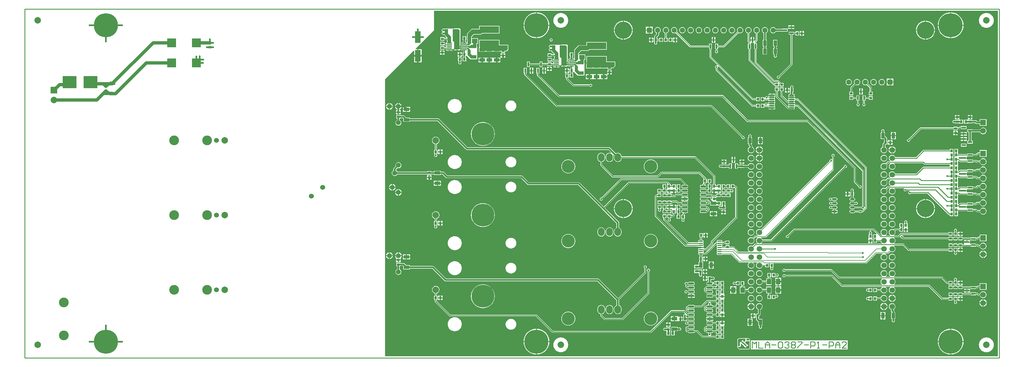
<source format=gtl>
G04 Layer_Physical_Order=1*
G04 Layer_Color=128*
%FSLAX43Y43*%
%MOMM*%
G71*
G01*
G75*
%ADD10R,2.700X2.700*%
%ADD11O,1.400X0.350*%
%ADD12R,6.000X2.000*%
%ADD13R,0.600X1.350*%
%ADD14O,1.450X0.650*%
%ADD15R,1.800X1.340*%
%ADD16R,0.800X0.900*%
G04:AMPARAMS|DCode=17|XSize=0.45mm|YSize=1.6mm|CornerRadius=0.05mm|HoleSize=0mm|Usage=FLASHONLY|Rotation=90.000|XOffset=0mm|YOffset=0mm|HoleType=Round|Shape=RoundedRectangle|*
%AMROUNDEDRECTD17*
21,1,0.450,1.501,0,0,90.0*
21,1,0.351,1.600,0,0,90.0*
1,1,0.099,0.750,0.175*
1,1,0.099,0.750,-0.175*
1,1,0.099,-0.750,-0.175*
1,1,0.099,-0.750,0.175*
%
%ADD17ROUNDEDRECTD17*%
%ADD18R,4.240X3.810*%
%ADD19R,1.800X3.550*%
%ADD20C,2.000*%
G04:AMPARAMS|DCode=21|XSize=0.65mm|YSize=1.65mm|CornerRadius=0.049mm|HoleSize=0mm|Usage=FLASHONLY|Rotation=90.000|XOffset=0mm|YOffset=0mm|HoleType=Round|Shape=RoundedRectangle|*
%AMROUNDEDRECTD21*
21,1,0.650,1.552,0,0,90.0*
21,1,0.552,1.650,0,0,90.0*
1,1,0.098,0.776,0.276*
1,1,0.098,0.776,-0.276*
1,1,0.098,-0.776,-0.276*
1,1,0.098,-0.776,0.276*
%
%ADD21ROUNDEDRECTD21*%
%ADD22R,1.700X1.000*%
%ADD23R,0.900X0.800*%
G04:AMPARAMS|DCode=24|XSize=0.3mm|YSize=1.55mm|CornerRadius=0.05mm|HoleSize=0mm|Usage=FLASHONLY|Rotation=90.000|XOffset=0mm|YOffset=0mm|HoleType=Round|Shape=RoundedRectangle|*
%AMROUNDEDRECTD24*
21,1,0.300,1.451,0,0,90.0*
21,1,0.201,1.550,0,0,90.0*
1,1,0.099,0.726,0.101*
1,1,0.099,0.726,-0.101*
1,1,0.099,-0.726,-0.101*
1,1,0.099,-0.726,0.101*
%
%ADD24ROUNDEDRECTD24*%
G04:AMPARAMS|DCode=25|XSize=1.73mm|YSize=1.9mm|CornerRadius=0.052mm|HoleSize=0mm|Usage=FLASHONLY|Rotation=0.000|XOffset=0mm|YOffset=0mm|HoleType=Round|Shape=RoundedRectangle|*
%AMROUNDEDRECTD25*
21,1,1.730,1.796,0,0,0.0*
21,1,1.626,1.900,0,0,0.0*
1,1,0.104,0.813,-0.898*
1,1,0.104,-0.813,-0.898*
1,1,0.104,-0.813,0.898*
1,1,0.104,0.813,0.898*
%
%ADD25ROUNDEDRECTD25*%
%ADD26R,1.350X0.600*%
%ADD27R,1.340X1.800*%
%ADD28R,1.000X1.700*%
%ADD29C,0.500*%
%ADD30C,0.250*%
%ADD31C,0.150*%
%ADD32C,0.300*%
%ADD33C,1.000*%
%ADD34C,0.200*%
%ADD35C,0.400*%
%ADD36C,0.254*%
%ADD37O,2.000X2.500*%
%ADD38C,7.000*%
%ADD39C,1.524*%
%ADD40C,3.000*%
%ADD41C,1.600*%
%ADD42R,1.600X1.600*%
%ADD43C,7.400*%
%ADD44C,5.300*%
%ADD45C,1.700*%
%ADD46R,1.750X1.750*%
%ADD47C,1.750*%
%ADD48C,4.000*%
%ADD49R,2.000X2.000*%
%ADD50C,1.800*%
%ADD51R,1.800X1.800*%
%ADD52C,0.600*%
G36*
X299500Y500D02*
X110900D01*
Y85900D01*
X119684Y94684D01*
X119846Y94617D01*
Y93252D01*
X120873D01*
Y95154D01*
X120383D01*
X120316Y95316D01*
X121950Y96950D01*
X122050D01*
Y97050D01*
X126000Y101000D01*
X126000Y107000D01*
X299500D01*
Y500D01*
D02*
G37*
%LPC*%
G36*
X290954Y36254D02*
X290152D01*
Y35827D01*
X290954D01*
Y36254D01*
D02*
G37*
G36*
X209473Y37673D02*
X208946D01*
Y37096D01*
X209473D01*
Y37673D01*
D02*
G37*
G36*
X260954Y35973D02*
X260427D01*
Y35396D01*
X260954D01*
Y35973D01*
D02*
G37*
G36*
X289898Y36254D02*
X289096D01*
Y35827D01*
X289898D01*
Y36254D01*
D02*
G37*
G36*
X180000Y40210D02*
X179700Y40170D01*
X179420Y40055D01*
X179180Y39870D01*
X178995Y39630D01*
X178880Y39350D01*
X178840Y39050D01*
Y38550D01*
X178880Y38250D01*
X178995Y37970D01*
X179180Y37730D01*
X179420Y37545D01*
X179700Y37430D01*
X180000Y37390D01*
X180300Y37430D01*
X180580Y37545D01*
X180820Y37730D01*
X181005Y37970D01*
X181120Y38250D01*
X181160Y38550D01*
Y39050D01*
X181120Y39350D01*
X181005Y39630D01*
X180820Y39870D01*
X180580Y40055D01*
X180300Y40170D01*
X180000Y40210D01*
D02*
G37*
G36*
X287873Y38073D02*
X287296D01*
Y37546D01*
X287873D01*
Y38073D01*
D02*
G37*
G36*
X210254Y37673D02*
X209727D01*
Y37096D01*
X210254D01*
Y37673D01*
D02*
G37*
G36*
X177450Y40210D02*
X177150Y40170D01*
X176870Y40055D01*
X176630Y39870D01*
X176445Y39630D01*
X176330Y39350D01*
X176290Y39050D01*
Y38550D01*
X176330Y38250D01*
X176445Y37970D01*
X176630Y37730D01*
X176870Y37545D01*
X177150Y37430D01*
X177450Y37390D01*
X177750Y37430D01*
X178030Y37545D01*
X178270Y37730D01*
X178455Y37970D01*
X178570Y38250D01*
X178610Y38550D01*
Y39050D01*
X178570Y39350D01*
X178455Y39630D01*
X178270Y39870D01*
X178030Y40055D01*
X177750Y40170D01*
X177450Y40210D01*
D02*
G37*
G36*
X260173Y35973D02*
X259646D01*
Y35396D01*
X260173D01*
Y35973D01*
D02*
G37*
G36*
X288704Y33954D02*
X288127D01*
Y33427D01*
X288704D01*
Y33954D01*
D02*
G37*
G36*
X149650Y37008D02*
X149327Y36976D01*
X149016Y36882D01*
X148729Y36729D01*
X148478Y36522D01*
X148271Y36271D01*
X148118Y35984D01*
X148024Y35673D01*
X147992Y35350D01*
X148024Y35027D01*
X148118Y34716D01*
X148271Y34429D01*
X148478Y34178D01*
X148729Y33971D01*
X149016Y33818D01*
X149327Y33724D01*
X149650Y33692D01*
X149973Y33724D01*
X150284Y33818D01*
X150571Y33971D01*
X150822Y34178D01*
X151029Y34429D01*
X151182Y34716D01*
X151276Y35027D01*
X151308Y35350D01*
X151276Y35673D01*
X151182Y35984D01*
X151029Y36271D01*
X150822Y36522D01*
X150571Y36729D01*
X150284Y36882D01*
X149973Y36976D01*
X149650Y37008D01*
D02*
G37*
G36*
X132350Y37510D02*
X131929Y37469D01*
X131523Y37346D01*
X131150Y37146D01*
X130822Y36878D01*
X130554Y36550D01*
X130354Y36177D01*
X130231Y35771D01*
X130190Y35350D01*
X130231Y34929D01*
X130354Y34523D01*
X130554Y34150D01*
X130822Y33822D01*
X131150Y33554D01*
X131523Y33354D01*
X131929Y33231D01*
X132350Y33190D01*
X132771Y33231D01*
X133177Y33354D01*
X133550Y33554D01*
X133878Y33822D01*
X134146Y34150D01*
X134346Y34523D01*
X134469Y34929D01*
X134510Y35350D01*
X134469Y35771D01*
X134346Y36177D01*
X134146Y36550D01*
X133878Y36878D01*
X133550Y37146D01*
X133177Y37346D01*
X132771Y37469D01*
X132350Y37510D01*
D02*
G37*
G36*
X287873Y33954D02*
X287296D01*
Y33427D01*
X287873D01*
Y33954D01*
D02*
G37*
G36*
X290954Y35573D02*
X290025D01*
X289096D01*
Y35155D01*
X289096Y35146D01*
X289073Y34980D01*
X288600D01*
Y35250D01*
X287400D01*
Y34980D01*
X287100D01*
Y35250D01*
X285900D01*
Y34980D01*
X285600D01*
Y35250D01*
X284400D01*
Y34150D01*
X285600D01*
Y34420D01*
X285900D01*
Y34150D01*
X287100D01*
Y34420D01*
X287400D01*
Y34150D01*
X288600D01*
Y34420D01*
X291150D01*
Y34300D01*
X292800D01*
Y34470D01*
X293234D01*
X293442Y34262D01*
X293533Y34201D01*
X293640Y34180D01*
X294007D01*
X294105Y33943D01*
X294269Y33729D01*
X294483Y33565D01*
X294732Y33461D01*
X295000Y33426D01*
X295268Y33461D01*
X295517Y33565D01*
X295731Y33729D01*
X295895Y33943D01*
X295999Y34192D01*
X296034Y34460D01*
X295999Y34728D01*
X295895Y34977D01*
X295731Y35191D01*
X295517Y35355D01*
X295268Y35459D01*
X295000Y35494D01*
X294732Y35459D01*
X294483Y35355D01*
X294269Y35191D01*
X294105Y34977D01*
X294007Y34740D01*
X293756D01*
X293548Y34948D01*
X293457Y35009D01*
X293350Y35030D01*
X292800D01*
Y35200D01*
X291150D01*
Y35004D01*
X291012Y34995D01*
X290957Y35148D01*
X290954Y35163D01*
Y35573D01*
D02*
G37*
G36*
X288704Y33173D02*
X288127D01*
Y32646D01*
X288704D01*
Y33173D01*
D02*
G37*
G36*
X167300Y38160D02*
X166879Y38119D01*
X166473Y37996D01*
X166100Y37796D01*
X165772Y37528D01*
X165504Y37200D01*
X165304Y36827D01*
X165181Y36421D01*
X165140Y36000D01*
X165181Y35579D01*
X165304Y35173D01*
X165504Y34800D01*
X165772Y34472D01*
X166100Y34204D01*
X166473Y34004D01*
X166879Y33881D01*
X167300Y33840D01*
X167721Y33881D01*
X168127Y34004D01*
X168500Y34204D01*
X168828Y34472D01*
X169096Y34800D01*
X169296Y35173D01*
X169419Y35579D01*
X169460Y36000D01*
X169419Y36421D01*
X169296Y36827D01*
X169096Y37200D01*
X168828Y37528D01*
X168500Y37796D01*
X168127Y37996D01*
X167721Y38119D01*
X167300Y38160D01*
D02*
G37*
G36*
X192700D02*
X192279Y38119D01*
X191873Y37996D01*
X191500Y37796D01*
X191172Y37528D01*
X190904Y37200D01*
X190704Y36827D01*
X190581Y36421D01*
X190540Y36000D01*
X190581Y35579D01*
X190704Y35173D01*
X190904Y34800D01*
X191172Y34472D01*
X191500Y34204D01*
X191873Y34004D01*
X192279Y33881D01*
X192700Y33840D01*
X193121Y33881D01*
X193527Y34004D01*
X193900Y34204D01*
X194228Y34472D01*
X194496Y34800D01*
X194696Y35173D01*
X194819Y35579D01*
X194860Y36000D01*
X194819Y36421D01*
X194696Y36827D01*
X194496Y37200D01*
X194228Y37528D01*
X193900Y37796D01*
X193527Y37996D01*
X193121Y38119D01*
X192700Y38160D01*
D02*
G37*
G36*
X223560Y42249D02*
X223299Y42214D01*
X223056Y42113D01*
X222847Y41953D01*
X222686Y41744D01*
X222586Y41501D01*
X222551Y41240D01*
X222586Y40979D01*
X222686Y40736D01*
X222847Y40527D01*
X223056Y40367D01*
X223299Y40266D01*
X223560Y40231D01*
X223821Y40266D01*
X224064Y40367D01*
X224273Y40527D01*
X224433Y40736D01*
X224534Y40979D01*
X224569Y41240D01*
X224534Y41501D01*
X224433Y41744D01*
X224273Y41953D01*
X224064Y42113D01*
X223821Y42214D01*
X223560Y42249D01*
D02*
G37*
G36*
X226100D02*
X225839Y42214D01*
X225596Y42113D01*
X225387Y41953D01*
X225227Y41744D01*
X225126Y41501D01*
X225091Y41240D01*
X225126Y40979D01*
X225227Y40736D01*
X225387Y40527D01*
X225596Y40367D01*
X225839Y40266D01*
X226100Y40231D01*
X226361Y40266D01*
X226604Y40367D01*
X226813Y40527D01*
X226973Y40736D01*
X227074Y40979D01*
X227109Y41240D01*
X227074Y41501D01*
X226973Y41744D01*
X226813Y41953D01*
X226604Y42113D01*
X226361Y42214D01*
X226100Y42249D01*
D02*
G37*
G36*
X271200Y42359D02*
X271024Y42324D01*
X270876Y42224D01*
X270776Y42076D01*
X270741Y41900D01*
X270776Y41724D01*
X270809Y41675D01*
X270716Y41500D01*
X270650D01*
X270650Y40336D01*
X270546Y40204D01*
X270546Y40168D01*
Y39627D01*
X271854D01*
X271854Y40204D01*
X271750Y40336D01*
X271750Y40379D01*
Y41500D01*
X271684D01*
X271591Y41675D01*
X271624Y41724D01*
X271659Y41900D01*
X271624Y42076D01*
X271524Y42224D01*
X271376Y42324D01*
X271200Y42359D01*
D02*
G37*
G36*
X126500Y45160D02*
X126200Y45120D01*
X125920Y45005D01*
X125680Y44820D01*
X125495Y44580D01*
X125380Y44300D01*
X125340Y44000D01*
X125380Y43700D01*
X125495Y43420D01*
X125680Y43180D01*
X125920Y42995D01*
X126200Y42880D01*
X126220Y42877D01*
Y42100D01*
X125950D01*
Y40900D01*
X126126D01*
X126176Y40725D01*
X126176Y40724D01*
X126076Y40576D01*
X126041Y40400D01*
X126076Y40224D01*
X126176Y40076D01*
X126324Y39976D01*
X126500Y39941D01*
X126676Y39976D01*
X126824Y40076D01*
X126924Y40224D01*
X126959Y40400D01*
X126924Y40576D01*
X126824Y40724D01*
X126824Y40725D01*
X126874Y40900D01*
X127050D01*
Y42100D01*
X126780D01*
Y42877D01*
X126800Y42880D01*
X127080Y42995D01*
X127320Y43180D01*
X127505Y43420D01*
X127620Y43700D01*
X127660Y44000D01*
X127620Y44300D01*
X127505Y44580D01*
X127320Y44820D01*
X127080Y45005D01*
X126800Y45120D01*
X126500Y45160D01*
D02*
G37*
G36*
X141000Y47661D02*
X140427Y47616D01*
X139869Y47482D01*
X139338Y47262D01*
X138848Y46962D01*
X138411Y46589D01*
X138038Y46152D01*
X137738Y45662D01*
X137518Y45131D01*
X137384Y44573D01*
X137339Y44000D01*
X137384Y43427D01*
X137518Y42869D01*
X137738Y42338D01*
X138038Y41848D01*
X138411Y41411D01*
X138848Y41038D01*
X139338Y40738D01*
X139869Y40518D01*
X140427Y40384D01*
X141000Y40339D01*
X141573Y40384D01*
X142131Y40518D01*
X142662Y40738D01*
X143152Y41038D01*
X143589Y41411D01*
X143962Y41848D01*
X144262Y42338D01*
X144482Y42869D01*
X144616Y43427D01*
X144661Y44000D01*
X144616Y44573D01*
X144482Y45131D01*
X144262Y45662D01*
X143962Y46152D01*
X143589Y46589D01*
X143152Y46962D01*
X142662Y47262D01*
X142131Y47482D01*
X141573Y47616D01*
X141000Y47661D01*
D02*
G37*
G36*
X127773Y41373D02*
X127246D01*
Y40796D01*
X127773D01*
Y41373D01*
D02*
G37*
G36*
X264460Y42249D02*
X264199Y42214D01*
X263956Y42113D01*
X263747Y41953D01*
X263586Y41744D01*
X263486Y41501D01*
X263451Y41240D01*
X263486Y40979D01*
X263586Y40736D01*
X263747Y40527D01*
X263956Y40367D01*
X264199Y40266D01*
X264460Y40231D01*
X264721Y40266D01*
X264964Y40367D01*
X265173Y40527D01*
X265333Y40736D01*
X265434Y40979D01*
X265469Y41240D01*
X265434Y41501D01*
X265333Y41744D01*
X265173Y41953D01*
X264964Y42113D01*
X264721Y42214D01*
X264460Y42249D01*
D02*
G37*
G36*
X267000D02*
X266739Y42214D01*
X266496Y42113D01*
X266287Y41953D01*
X266126Y41744D01*
X266026Y41501D01*
X265991Y41240D01*
X266026Y40979D01*
X266126Y40736D01*
X266287Y40527D01*
X266496Y40367D01*
X266739Y40266D01*
X267000Y40231D01*
X267261Y40266D01*
X267504Y40367D01*
X267713Y40527D01*
X267874Y40736D01*
X267974Y40979D01*
X268009Y41240D01*
X267974Y41501D01*
X267874Y41744D01*
X267713Y41953D01*
X267504Y42113D01*
X267261Y42214D01*
X267000Y42249D01*
D02*
G37*
G36*
X271854Y39373D02*
X271327D01*
Y38796D01*
X271854D01*
Y39373D01*
D02*
G37*
G36*
X223560Y39709D02*
X223299Y39674D01*
X223056Y39573D01*
X222847Y39413D01*
X222686Y39204D01*
X222586Y38961D01*
X222551Y38700D01*
X222586Y38439D01*
X222686Y38196D01*
X222847Y37987D01*
X223056Y37826D01*
X223299Y37726D01*
X223560Y37691D01*
X223821Y37726D01*
X224064Y37826D01*
X224273Y37987D01*
X224433Y38196D01*
X224534Y38439D01*
X224569Y38700D01*
X224534Y38961D01*
X224433Y39204D01*
X224273Y39413D01*
X224064Y39573D01*
X223821Y39674D01*
X223560Y39709D01*
D02*
G37*
G36*
X209473Y38504D02*
X208946D01*
Y37927D01*
X209473D01*
Y38504D01*
D02*
G37*
G36*
X288704Y38073D02*
X288127D01*
Y37546D01*
X288704D01*
Y38073D01*
D02*
G37*
G36*
X286500Y39759D02*
X286324Y39724D01*
X286176Y39624D01*
X286076Y39476D01*
X286041Y39300D01*
X286076Y39124D01*
X286176Y38976D01*
X286220Y38946D01*
Y38750D01*
X285900D01*
Y37650D01*
X287100D01*
Y38750D01*
X286780D01*
Y38946D01*
X286824Y38976D01*
X286924Y39124D01*
X286959Y39300D01*
X286924Y39476D01*
X286824Y39624D01*
X286676Y39724D01*
X286500Y39759D01*
D02*
G37*
G36*
X288704Y38854D02*
X288127D01*
Y38327D01*
X288704D01*
Y38854D01*
D02*
G37*
G36*
X271073Y39373D02*
X270546D01*
Y38796D01*
X271073D01*
Y39373D01*
D02*
G37*
G36*
X210254Y38504D02*
X209727D01*
Y37927D01*
X210254D01*
Y38504D01*
D02*
G37*
G36*
X287873Y38854D02*
X287296D01*
Y38327D01*
X287873D01*
Y38854D01*
D02*
G37*
G36*
X114873Y30073D02*
X114296D01*
Y29546D01*
X114873D01*
Y30073D01*
D02*
G37*
G36*
X115704D02*
X115127D01*
Y29546D01*
X115704D01*
Y30073D01*
D02*
G37*
G36*
X211173Y29704D02*
X210546D01*
Y28727D01*
X211173D01*
Y29704D01*
D02*
G37*
G36*
X212054D02*
X211427D01*
Y28727D01*
X212054D01*
Y29704D01*
D02*
G37*
G36*
X267000Y32089D02*
X266739Y32054D01*
X266496Y31953D01*
X266287Y31793D01*
X266126Y31584D01*
X266026Y31341D01*
X265991Y31080D01*
X266026Y30819D01*
X266126Y30576D01*
X266287Y30367D01*
X266496Y30206D01*
X266739Y30106D01*
X267000Y30071D01*
X267261Y30106D01*
X267504Y30206D01*
X267713Y30367D01*
X267874Y30576D01*
X267974Y30819D01*
X268009Y31080D01*
X267974Y31341D01*
X267874Y31584D01*
X267713Y31793D01*
X267504Y31953D01*
X267261Y32054D01*
X267000Y32089D01*
D02*
G37*
G36*
X116008Y31373D02*
X115000D01*
X113992D01*
X114010Y31235D01*
X114113Y30988D01*
X114275Y30775D01*
X114296Y30760D01*
Y30327D01*
X115000D01*
X115704D01*
Y30760D01*
X115725Y30775D01*
X115887Y30988D01*
X115990Y31235D01*
X116008Y31373D01*
D02*
G37*
G36*
X209373Y30373D02*
X208846D01*
Y29796D01*
X209373D01*
Y30373D01*
D02*
G37*
G36*
X210154D02*
X209627D01*
Y29796D01*
X210154D01*
Y30373D01*
D02*
G37*
G36*
X267000Y29549D02*
X266739Y29514D01*
X266496Y29413D01*
X266287Y29253D01*
X266126Y29044D01*
X266026Y28801D01*
X265991Y28540D01*
X266026Y28279D01*
X266126Y28036D01*
X266287Y27827D01*
X266496Y27667D01*
X266739Y27566D01*
X267000Y27531D01*
X267261Y27566D01*
X267504Y27667D01*
X267713Y27827D01*
X267874Y28036D01*
X267974Y28279D01*
X268009Y28540D01*
X267974Y28801D01*
X267874Y29044D01*
X267713Y29253D01*
X267504Y29413D01*
X267261Y29514D01*
X267000Y29549D01*
D02*
G37*
G36*
X149650Y29308D02*
X149327Y29276D01*
X149016Y29182D01*
X148729Y29029D01*
X148478Y28822D01*
X148271Y28571D01*
X148118Y28284D01*
X148024Y27973D01*
X147992Y27650D01*
X148024Y27327D01*
X148118Y27016D01*
X148271Y26729D01*
X148478Y26478D01*
X148729Y26271D01*
X149016Y26118D01*
X149327Y26024D01*
X149650Y25992D01*
X149973Y26024D01*
X150284Y26118D01*
X150571Y26271D01*
X150822Y26478D01*
X151029Y26729D01*
X151182Y27016D01*
X151276Y27327D01*
X151308Y27650D01*
X151276Y27973D01*
X151182Y28284D01*
X151029Y28571D01*
X150822Y28822D01*
X150571Y29029D01*
X150284Y29182D01*
X149973Y29276D01*
X149650Y29308D01*
D02*
G37*
G36*
X209273Y27304D02*
X208746D01*
Y26727D01*
X209273D01*
Y27304D01*
D02*
G37*
G36*
Y26473D02*
X208746D01*
Y25896D01*
X209273D01*
Y26473D01*
D02*
G37*
G36*
X210054D02*
X209527D01*
Y25896D01*
X210054D01*
Y26473D01*
D02*
G37*
G36*
X212054Y28473D02*
X211427D01*
Y27496D01*
X212054D01*
Y28473D01*
D02*
G37*
G36*
X264460Y29549D02*
X264199Y29514D01*
X263956Y29413D01*
X263747Y29253D01*
X263586Y29044D01*
X263486Y28801D01*
X263451Y28540D01*
X263486Y28279D01*
X263586Y28036D01*
X263747Y27827D01*
X263956Y27667D01*
X264199Y27566D01*
X264460Y27531D01*
X264721Y27566D01*
X264964Y27667D01*
X265173Y27827D01*
X265333Y28036D01*
X265434Y28279D01*
X265469Y28540D01*
X265434Y28801D01*
X265333Y29044D01*
X265173Y29253D01*
X264964Y29413D01*
X264721Y29514D01*
X264460Y29549D01*
D02*
G37*
G36*
X210054Y27304D02*
X209527D01*
Y26727D01*
X210054D01*
Y27304D01*
D02*
G37*
G36*
X211173Y28473D02*
X210546D01*
Y27496D01*
X211173D01*
Y28473D01*
D02*
G37*
G36*
X117373Y30973D02*
X116396D01*
Y30346D01*
X117373D01*
Y30973D01*
D02*
G37*
G36*
X115127Y32508D02*
Y31627D01*
X116008D01*
X115990Y31765D01*
X115887Y32012D01*
X115725Y32225D01*
X115512Y32387D01*
X115265Y32490D01*
X115127Y32508D01*
D02*
G37*
G36*
X112377Y32508D02*
Y31627D01*
X113258D01*
X113240Y31765D01*
X113137Y32012D01*
X112975Y32225D01*
X112762Y32387D01*
X112515Y32490D01*
X112377Y32508D01*
D02*
G37*
G36*
X112123Y32508D02*
X111985Y32490D01*
X111738Y32387D01*
X111525Y32225D01*
X111363Y32012D01*
X111260Y31765D01*
X111242Y31627D01*
X112123D01*
Y32508D01*
D02*
G37*
G36*
X114873Y32508D02*
X114735Y32490D01*
X114488Y32387D01*
X114275Y32225D01*
X114113Y32012D01*
X114010Y31765D01*
X113992Y31627D01*
X114873D01*
Y32508D01*
D02*
G37*
G36*
X295127Y33042D02*
Y32047D01*
X296122D01*
X296100Y32215D01*
X295986Y32489D01*
X295805Y32725D01*
X295569Y32906D01*
X295295Y33020D01*
X295127Y33042D01*
D02*
G37*
G36*
X287873Y33173D02*
X287296D01*
Y32646D01*
X287873D01*
Y33173D01*
D02*
G37*
G36*
X287100Y33850D02*
X285900D01*
Y32750D01*
X286220D01*
Y32554D01*
X286176Y32524D01*
X286076Y32376D01*
X286041Y32200D01*
X286076Y32024D01*
X286176Y31876D01*
X286324Y31776D01*
X286500Y31741D01*
X286676Y31776D01*
X286824Y31876D01*
X286924Y32024D01*
X286959Y32200D01*
X286924Y32376D01*
X286824Y32524D01*
X286780Y32554D01*
Y32750D01*
X287100D01*
Y33850D01*
D02*
G37*
G36*
X294873Y33042D02*
X294705Y33020D01*
X294431Y32906D01*
X294195Y32725D01*
X294014Y32489D01*
X293900Y32215D01*
X293878Y32047D01*
X294873D01*
Y33042D01*
D02*
G37*
G36*
X118604Y31854D02*
X117627D01*
Y31227D01*
X118604D01*
Y31854D01*
D02*
G37*
G36*
X113258Y31373D02*
X112377D01*
Y30492D01*
X112515Y30510D01*
X112762Y30613D01*
X112975Y30775D01*
X113137Y30988D01*
X113240Y31235D01*
X113258Y31373D01*
D02*
G37*
G36*
X209373Y31204D02*
X208846D01*
Y30627D01*
X209373D01*
Y31204D01*
D02*
G37*
G36*
X118604Y30973D02*
X117627D01*
Y30346D01*
X118604D01*
Y30973D01*
D02*
G37*
G36*
X112123Y31373D02*
X111242D01*
X111260Y31235D01*
X111363Y30988D01*
X111525Y30775D01*
X111738Y30613D01*
X111985Y30510D01*
X112123Y30492D01*
Y31373D01*
D02*
G37*
G36*
X296122Y31793D02*
X295127D01*
Y30798D01*
X295295Y30820D01*
X295569Y30934D01*
X295805Y31115D01*
X295986Y31351D01*
X296100Y31625D01*
X296122Y31793D01*
D02*
G37*
G36*
X117373Y31854D02*
X116396D01*
Y31227D01*
X117373D01*
Y31854D01*
D02*
G37*
G36*
X210154Y31204D02*
X209627D01*
Y30627D01*
X210154D01*
Y31204D01*
D02*
G37*
G36*
X294873Y31793D02*
X293878D01*
X293900Y31625D01*
X294014Y31351D01*
X294195Y31115D01*
X294431Y30934D01*
X294705Y30820D01*
X294873Y30798D01*
Y31793D01*
D02*
G37*
G36*
X128554Y41373D02*
X128027D01*
Y40796D01*
X128554D01*
Y41373D01*
D02*
G37*
G36*
X264460Y49869D02*
X264199Y49834D01*
X263956Y49733D01*
X263747Y49573D01*
X263586Y49364D01*
X263486Y49121D01*
X263451Y48860D01*
X263486Y48599D01*
X263586Y48356D01*
X263747Y48147D01*
X263956Y47986D01*
X264199Y47886D01*
X264460Y47851D01*
X264721Y47886D01*
X264964Y47986D01*
X265173Y48147D01*
X265333Y48356D01*
X265434Y48599D01*
X265469Y48860D01*
X265434Y49121D01*
X265333Y49364D01*
X265173Y49573D01*
X264964Y49733D01*
X264721Y49834D01*
X264460Y49869D01*
D02*
G37*
G36*
X267000D02*
X266739Y49834D01*
X266496Y49733D01*
X266287Y49573D01*
X266126Y49364D01*
X266026Y49121D01*
X265991Y48860D01*
X266026Y48599D01*
X266126Y48356D01*
X266287Y48147D01*
X266496Y47986D01*
X266739Y47886D01*
X267000Y47851D01*
X267261Y47886D01*
X267504Y47986D01*
X267713Y48147D01*
X267874Y48356D01*
X267974Y48599D01*
X268009Y48860D01*
X267974Y49121D01*
X267874Y49364D01*
X267713Y49573D01*
X267504Y49733D01*
X267261Y49834D01*
X267000Y49869D01*
D02*
G37*
G36*
X223560D02*
X223299Y49834D01*
X223056Y49733D01*
X222847Y49573D01*
X222686Y49364D01*
X222586Y49121D01*
X222551Y48860D01*
X222586Y48599D01*
X222686Y48356D01*
X222847Y48147D01*
X223056Y47986D01*
X223299Y47886D01*
X223560Y47851D01*
X223821Y47886D01*
X224064Y47986D01*
X224273Y48147D01*
X224433Y48356D01*
X224534Y48599D01*
X224569Y48860D01*
X224534Y49121D01*
X224433Y49364D01*
X224273Y49573D01*
X224064Y49733D01*
X223821Y49834D01*
X223560Y49869D01*
D02*
G37*
G36*
X226100D02*
X225839Y49834D01*
X225596Y49733D01*
X225387Y49573D01*
X225227Y49364D01*
X225126Y49121D01*
X225091Y48860D01*
X225126Y48599D01*
X225227Y48356D01*
X225387Y48147D01*
X225596Y47986D01*
X225839Y47886D01*
X226100Y47851D01*
X226361Y47886D01*
X226604Y47986D01*
X226813Y48147D01*
X226973Y48356D01*
X227074Y48599D01*
X227109Y48860D01*
X227074Y49121D01*
X226973Y49364D01*
X226813Y49573D01*
X226604Y49733D01*
X226361Y49834D01*
X226100Y49869D01*
D02*
G37*
G36*
X203048Y48873D02*
X202090D01*
Y48724D01*
X202114Y48606D01*
X202180Y48505D01*
X202281Y48439D01*
X202399Y48415D01*
X203048D01*
Y48873D01*
D02*
G37*
G36*
X204260D02*
X203302D01*
Y48415D01*
X203951D01*
X204069Y48439D01*
X204170Y48505D01*
X204236Y48606D01*
X204260Y48724D01*
Y48873D01*
D02*
G37*
G36*
X249675Y48119D02*
X248875D01*
X248690Y48082D01*
X248550Y47989D01*
X248504Y47974D01*
X248359Y47959D01*
X248211Y48059D01*
X248035Y48094D01*
X247859Y48059D01*
X247711Y47959D01*
X247611Y47811D01*
X247576Y47635D01*
X247611Y47459D01*
X247711Y47311D01*
X247859Y47211D01*
X248035Y47176D01*
X248211Y47211D01*
X248359Y47311D01*
X248504Y47296D01*
X248550Y47281D01*
X248690Y47188D01*
X248875Y47151D01*
X249675D01*
X249860Y47188D01*
X250017Y47293D01*
X250122Y47450D01*
X250159Y47635D01*
X250122Y47820D01*
X250017Y47977D01*
X249860Y48082D01*
X249675Y48119D01*
D02*
G37*
G36*
X200700Y48480D02*
X199500D01*
X199393Y48459D01*
X199302Y48398D01*
X199175Y48272D01*
X199000Y48344D01*
Y48450D01*
X197800D01*
Y48180D01*
X197500D01*
Y48450D01*
X196300D01*
Y48180D01*
X196000D01*
Y48450D01*
X194800D01*
Y47350D01*
X196000D01*
Y47620D01*
X196300D01*
Y47350D01*
X197500D01*
Y47620D01*
X197800D01*
Y47350D01*
X199000D01*
Y47620D01*
X199200D01*
X199307Y47641D01*
X199398Y47702D01*
X199616Y47920D01*
X200584D01*
X200972Y47532D01*
X201063Y47471D01*
X201170Y47450D01*
X202197D01*
X202212Y47376D01*
X202255Y47310D01*
X202321Y47267D01*
X202399Y47251D01*
X203951D01*
X204029Y47267D01*
X204095Y47310D01*
X204138Y47376D01*
X204154Y47454D01*
Y48006D01*
X204138Y48084D01*
X204095Y48150D01*
X204029Y48193D01*
X203951Y48209D01*
X202399D01*
X202321Y48193D01*
X202255Y48150D01*
X202212Y48084D01*
X202197Y48010D01*
X201286D01*
X200898Y48398D01*
X200807Y48459D01*
X200700Y48480D01*
D02*
G37*
G36*
X209601Y48209D02*
X208049D01*
X207971Y48193D01*
X207905Y48150D01*
X207862Y48084D01*
X207846Y48006D01*
Y47454D01*
X207862Y47376D01*
X207905Y47310D01*
X207971Y47267D01*
X208049Y47251D01*
X209601D01*
X209679Y47267D01*
X209745Y47310D01*
X209772Y47351D01*
X209859Y47378D01*
X209884Y47383D01*
X209970Y47390D01*
X210094Y47306D01*
X210270Y47271D01*
X210446Y47306D01*
X210594Y47406D01*
X210694Y47554D01*
X210729Y47730D01*
X210694Y47906D01*
X210594Y48054D01*
X210446Y48154D01*
X210270Y48189D01*
X210094Y48154D01*
X209970Y48070D01*
X209884Y48077D01*
X209859Y48082D01*
X209772Y48109D01*
X209745Y48150D01*
X209679Y48193D01*
X209601Y48209D01*
D02*
G37*
G36*
X233600Y83350D02*
X232400D01*
Y82250D01*
X232720D01*
Y80700D01*
X232741Y80593D01*
X232802Y80502D01*
X234502Y78802D01*
X234593Y78741D01*
X234700Y78720D01*
X234870D01*
X234994Y78545D01*
X234990Y78525D01*
Y78477D01*
X236050D01*
X237110D01*
Y78525D01*
X237086Y78644D01*
X237019Y78744D01*
X236992Y78763D01*
X237004Y78825D01*
Y79175D01*
X236988Y79253D01*
X237084Y79421D01*
X237855D01*
X258671Y58605D01*
Y46448D01*
X258640Y46407D01*
X258615Y46406D01*
X258444Y46496D01*
X258344Y46644D01*
X258249Y46708D01*
Y57680D01*
X258249Y57680D01*
X258232Y57768D01*
X258182Y57842D01*
X238162Y77862D01*
X238088Y77912D01*
X238000Y77929D01*
X237212D01*
X237174Y77967D01*
X237096Y78104D01*
X237110Y78175D01*
Y78223D01*
X236050D01*
X234990D01*
Y78175D01*
X235014Y78056D01*
X235081Y77956D01*
X235108Y77937D01*
X235096Y77876D01*
Y77548D01*
X235041Y77506D01*
X234929Y77468D01*
X231780Y80616D01*
Y82250D01*
X232100D01*
Y83350D01*
X230900D01*
Y82250D01*
X231220D01*
Y80500D01*
X231241Y80393D01*
X231302Y80302D01*
X234752Y76852D01*
X234843Y76791D01*
X234950Y76770D01*
X235130D01*
X235156Y76731D01*
X235222Y76687D01*
X235299Y76671D01*
X236800D01*
X236878Y76687D01*
X236944Y76731D01*
X236988Y76797D01*
X237004Y76875D01*
Y77226D01*
X236988Y77303D01*
X237084Y77471D01*
X237905D01*
X257791Y57585D01*
Y46708D01*
X257696Y46644D01*
X257632Y46549D01*
X255573D01*
X255572Y46550D01*
X255467Y46707D01*
X255310Y46812D01*
X255125Y46849D01*
X254325D01*
X254140Y46812D01*
X253983Y46707D01*
X253878Y46550D01*
X253841Y46365D01*
X253878Y46180D01*
X253983Y46023D01*
X254140Y45918D01*
X254325Y45881D01*
X255125D01*
X255310Y45918D01*
X255467Y46023D01*
X255513Y46091D01*
X257632D01*
X257696Y45996D01*
X257844Y45896D01*
X257994Y45866D01*
X258042Y45784D01*
X258068Y45692D01*
X257740Y45364D01*
X257547Y45378D01*
X257519Y45419D01*
X257371Y45519D01*
X257195Y45554D01*
X257019Y45519D01*
X256871Y45419D01*
X256807Y45324D01*
X255543D01*
X255467Y45437D01*
X255310Y45542D01*
X255125Y45579D01*
X254325D01*
X254140Y45542D01*
X253983Y45437D01*
X253878Y45280D01*
X253841Y45095D01*
X253878Y44910D01*
X253983Y44753D01*
X254140Y44648D01*
X254325Y44611D01*
X255125D01*
X255310Y44648D01*
X255467Y44753D01*
X255543Y44866D01*
X256807D01*
X256871Y44771D01*
X257019Y44671D01*
X257195Y44636D01*
X257371Y44671D01*
X257519Y44771D01*
X257583Y44866D01*
X257795D01*
X257883Y44883D01*
X257957Y44933D01*
X259062Y46038D01*
X259112Y46112D01*
X259129Y46200D01*
Y58700D01*
X259129Y58700D01*
X259112Y58788D01*
X259062Y58862D01*
X238112Y79812D01*
X238038Y79862D01*
X237950Y79879D01*
X237212D01*
X237174Y79917D01*
X237096Y80054D01*
X237110Y80125D01*
Y80173D01*
X236050D01*
X234990D01*
Y80125D01*
X235014Y80006D01*
X235081Y79906D01*
X235108Y79887D01*
X235096Y79826D01*
Y79475D01*
X235100Y79455D01*
X235013Y79310D01*
X234979Y79280D01*
X234816D01*
X233280Y80816D01*
Y82250D01*
X233600D01*
Y83350D01*
D02*
G37*
G36*
X199927Y47204D02*
Y46627D01*
X200454D01*
Y47204D01*
X199927D01*
D02*
G37*
G36*
X277143Y48903D02*
X276814Y48877D01*
X276370Y48770D01*
X275948Y48595D01*
X275558Y48357D01*
X275210Y48060D01*
X274913Y47712D01*
X274674Y47322D01*
X274500Y46900D01*
X274393Y46456D01*
X274367Y46127D01*
X277143D01*
Y48903D01*
D02*
G37*
G36*
X277397D02*
Y46127D01*
X280173D01*
X280147Y46456D01*
X280040Y46900D01*
X279865Y47322D01*
X279627Y47712D01*
X279330Y48060D01*
X278982Y48357D01*
X278592Y48595D01*
X278170Y48770D01*
X277726Y48877D01*
X277397Y48903D01*
D02*
G37*
G36*
X215650Y48200D02*
X214550D01*
Y47000D01*
X214550Y47000D01*
X214550D01*
X214500Y46850D01*
X214421Y46708D01*
X214200D01*
X214176Y46724D01*
X214000Y46759D01*
X213824Y46724D01*
X213676Y46624D01*
X213576Y46476D01*
X213541Y46300D01*
X213576Y46124D01*
X213676Y45976D01*
X213824Y45876D01*
X214000Y45841D01*
X214176Y45876D01*
X214200Y45892D01*
X214500D01*
Y45750D01*
X215700D01*
Y46846D01*
X215700Y46850D01*
X215700D01*
X215650Y47000D01*
X215650Y47000D01*
Y48200D01*
D02*
G37*
G36*
X255125Y48119D02*
X254325D01*
X254140Y48082D01*
X253983Y47977D01*
X253878Y47820D01*
X253841Y47635D01*
X253878Y47450D01*
X253983Y47293D01*
X254140Y47188D01*
X254325Y47151D01*
X255125D01*
X255310Y47188D01*
X255460Y47287D01*
X255483Y47294D01*
X255641Y47311D01*
X255789Y47211D01*
X255965Y47176D01*
X256141Y47211D01*
X256289Y47311D01*
X256389Y47459D01*
X256424Y47635D01*
X256389Y47811D01*
X256289Y47959D01*
X256141Y48059D01*
X255965Y48094D01*
X255789Y48059D01*
X255641Y47959D01*
X255483Y47976D01*
X255460Y47983D01*
X255310Y48082D01*
X255125Y48119D01*
D02*
G37*
G36*
X198273Y47154D02*
X197696D01*
Y46627D01*
X198273D01*
Y47154D01*
D02*
G37*
G36*
X249675Y46849D02*
X248875D01*
X248690Y46812D01*
X248540Y46713D01*
X248517Y46706D01*
X248359Y46689D01*
X248211Y46789D01*
X248035Y46824D01*
X247859Y46789D01*
X247711Y46689D01*
X247611Y46541D01*
X247576Y46365D01*
X247611Y46189D01*
X247711Y46041D01*
X247859Y45941D01*
X248035Y45906D01*
X248211Y45941D01*
X248359Y46041D01*
X248517Y46024D01*
X248540Y46017D01*
X248690Y45918D01*
X248875Y45881D01*
X249675D01*
X249860Y45918D01*
X250017Y46023D01*
X250122Y46180D01*
X250159Y46365D01*
X250122Y46550D01*
X250017Y46707D01*
X249860Y46812D01*
X249675Y46849D01*
D02*
G37*
G36*
X254700Y52159D02*
X254524Y52124D01*
X254376Y52024D01*
X254276Y51876D01*
X254241Y51700D01*
X254276Y51524D01*
X254292Y51500D01*
Y51100D01*
X254150D01*
Y49900D01*
X254292D01*
Y49383D01*
X254140Y49352D01*
X253983Y49247D01*
X253878Y49090D01*
X253841Y48905D01*
X253878Y48720D01*
X253983Y48563D01*
X254140Y48458D01*
X254325Y48421D01*
X255125D01*
X255310Y48458D01*
X255467Y48563D01*
X255572Y48720D01*
X255609Y48905D01*
X255572Y49090D01*
X255467Y49247D01*
X255310Y49352D01*
X255125Y49389D01*
X255108D01*
Y49900D01*
X255250D01*
Y51100D01*
X255108D01*
Y51500D01*
X255124Y51524D01*
X255159Y51700D01*
X255124Y51876D01*
X255024Y52024D01*
X254876Y52124D01*
X254700Y52159D01*
D02*
G37*
G36*
X226100Y52409D02*
X225839Y52374D01*
X225596Y52273D01*
X225387Y52113D01*
X225227Y51904D01*
X225126Y51661D01*
X225091Y51400D01*
X225126Y51139D01*
X225227Y50896D01*
X225387Y50687D01*
X225596Y50527D01*
X225839Y50426D01*
X226100Y50391D01*
X226361Y50426D01*
X226604Y50527D01*
X226813Y50687D01*
X226973Y50896D01*
X227074Y51139D01*
X227109Y51400D01*
X227074Y51661D01*
X226973Y51904D01*
X226813Y52113D01*
X226604Y52273D01*
X226361Y52374D01*
X226100Y52409D01*
D02*
G37*
G36*
X132350Y54810D02*
X131929Y54769D01*
X131523Y54646D01*
X131150Y54446D01*
X130822Y54178D01*
X130554Y53850D01*
X130354Y53477D01*
X130231Y53071D01*
X130190Y52650D01*
X130231Y52229D01*
X130354Y51823D01*
X130554Y51450D01*
X130822Y51122D01*
X131150Y50854D01*
X131523Y50654D01*
X131929Y50531D01*
X132350Y50490D01*
X132771Y50531D01*
X133177Y50654D01*
X133550Y50854D01*
X133878Y51122D01*
X134146Y51450D01*
X134346Y51823D01*
X134469Y52229D01*
X134510Y52650D01*
X134469Y53071D01*
X134346Y53477D01*
X134146Y53850D01*
X133878Y54178D01*
X133550Y54446D01*
X133177Y54646D01*
X132771Y54769D01*
X132350Y54810D01*
D02*
G37*
G36*
X203951Y50749D02*
X202399D01*
X202321Y50733D01*
X202255Y50690D01*
X202212Y50624D01*
X202197Y50550D01*
X200570D01*
X200463Y50529D01*
X200372Y50468D01*
X200084Y50180D01*
X199516D01*
X199398Y50298D01*
X199307Y50359D01*
X199200Y50380D01*
X199000D01*
Y50650D01*
X197800D01*
Y50380D01*
X197500D01*
Y50650D01*
X196300D01*
Y49550D01*
X197500D01*
Y49820D01*
X197800D01*
Y49550D01*
X199000D01*
Y49656D01*
X199175Y49728D01*
X199202Y49702D01*
X199293Y49641D01*
X199400Y49620D01*
X200200D01*
X200307Y49641D01*
X200398Y49702D01*
X200686Y49990D01*
X202197D01*
X202212Y49916D01*
X202255Y49850D01*
X202321Y49807D01*
X202399Y49791D01*
X203951D01*
X204029Y49807D01*
X204095Y49850D01*
X204138Y49916D01*
X204154Y49994D01*
Y50546D01*
X204138Y50624D01*
X204095Y50690D01*
X204029Y50733D01*
X203951Y50749D01*
D02*
G37*
G36*
X223560Y52409D02*
X223299Y52374D01*
X223056Y52273D01*
X222847Y52113D01*
X222686Y51904D01*
X222586Y51661D01*
X222551Y51400D01*
X222586Y51139D01*
X222686Y50896D01*
X222847Y50687D01*
X223056Y50527D01*
X223299Y50426D01*
X223560Y50391D01*
X223821Y50426D01*
X224064Y50527D01*
X224273Y50687D01*
X224433Y50896D01*
X224534Y51139D01*
X224569Y51400D01*
X224534Y51661D01*
X224433Y51904D01*
X224273Y52113D01*
X224064Y52273D01*
X223821Y52374D01*
X223560Y52409D01*
D02*
G37*
G36*
X212073Y51373D02*
X211546D01*
Y50796D01*
X212073D01*
Y51373D01*
D02*
G37*
G36*
X200454D02*
X199927D01*
Y50796D01*
X200454D01*
Y51373D01*
D02*
G37*
G36*
X253173Y51204D02*
X252646D01*
Y50627D01*
X253173D01*
Y51204D01*
D02*
G37*
G36*
X253954D02*
X253427D01*
Y50627D01*
X253954D01*
Y51204D01*
D02*
G37*
G36*
X116008Y50873D02*
X115127D01*
Y49992D01*
X115265Y50010D01*
X115512Y50113D01*
X115725Y50275D01*
X115887Y50488D01*
X115990Y50735D01*
X116008Y50873D01*
D02*
G37*
G36*
X249675Y49389D02*
X248875D01*
X248690Y49352D01*
X248533Y49247D01*
X248525Y49236D01*
X248319Y49229D01*
X248171Y49329D01*
X247995Y49364D01*
X247819Y49329D01*
X247671Y49229D01*
X247571Y49081D01*
X247536Y48905D01*
X247571Y48729D01*
X247671Y48581D01*
X247819Y48481D01*
X247995Y48446D01*
X248171Y48481D01*
X248319Y48581D01*
X248525Y48574D01*
X248533Y48563D01*
X248690Y48458D01*
X248875Y48421D01*
X249675D01*
X249860Y48458D01*
X250017Y48563D01*
X250122Y48720D01*
X250159Y48905D01*
X250122Y49090D01*
X250017Y49247D01*
X249860Y49352D01*
X249675Y49389D01*
D02*
G37*
G36*
X195900Y50650D02*
X194700D01*
Y50380D01*
X194500D01*
X194393Y50359D01*
X194302Y50298D01*
X194002Y49998D01*
X193941Y49907D01*
X193920Y49800D01*
Y43800D01*
X193941Y43693D01*
X194002Y43602D01*
X203152Y34452D01*
X203243Y34391D01*
X203350Y34370D01*
X207121D01*
X207214Y34195D01*
X207196Y34167D01*
X207188Y34127D01*
X208125D01*
X209062D01*
X209054Y34167D01*
X208959Y34309D01*
X208957Y34311D01*
X208884Y34416D01*
X208956Y34523D01*
X208981Y34650D01*
X208956Y34777D01*
X208884Y34884D01*
Y35066D01*
X208956Y35173D01*
X208981Y35300D01*
X208956Y35427D01*
X208884Y35534D01*
Y35716D01*
X208956Y35823D01*
X208981Y35950D01*
X208956Y36077D01*
X208884Y36184D01*
X208777Y36256D01*
X208650Y36281D01*
X208405D01*
Y37200D01*
X208750D01*
Y38400D01*
X207650D01*
Y37200D01*
X207845D01*
Y36281D01*
X207600D01*
X207473Y36256D01*
X207366Y36184D01*
X207294Y36077D01*
X207269Y35950D01*
X207294Y35823D01*
X207339Y35755D01*
X207290Y35618D01*
X207262Y35580D01*
X204316D01*
X197180Y42716D01*
Y43150D01*
X197500D01*
Y44250D01*
X196300D01*
Y43150D01*
X196620D01*
Y42600D01*
X196641Y42493D01*
X196702Y42402D01*
X203998Y35105D01*
X203998Y35090D01*
X203943Y34930D01*
X203466D01*
X194480Y43916D01*
Y49558D01*
X194525Y49587D01*
X194700Y49550D01*
Y49550D01*
X195900D01*
Y50650D01*
D02*
G37*
G36*
X203048Y49585D02*
X202399D01*
X202281Y49561D01*
X202180Y49495D01*
X202114Y49394D01*
X202090Y49276D01*
Y49127D01*
X203048D01*
Y49585D01*
D02*
G37*
G36*
X203951D02*
X203302D01*
Y49127D01*
X204260D01*
Y49276D01*
X204236Y49394D01*
X204170Y49495D01*
X204069Y49561D01*
X203951Y49585D01*
D02*
G37*
G36*
X253954Y50373D02*
X253427D01*
Y49796D01*
X253954D01*
Y50373D01*
D02*
G37*
G36*
X114873Y50873D02*
X113992D01*
X114010Y50735D01*
X114113Y50488D01*
X114275Y50275D01*
X114488Y50113D01*
X114735Y50010D01*
X114873Y49992D01*
Y50873D01*
D02*
G37*
G36*
X209601Y50749D02*
X208049D01*
X207971Y50733D01*
X207905Y50690D01*
X207862Y50624D01*
X207846Y50546D01*
Y49994D01*
X207862Y49916D01*
X207905Y49850D01*
X207971Y49807D01*
X208049Y49791D01*
X209601D01*
X209679Y49807D01*
X209745Y49850D01*
X209788Y49916D01*
X209803Y49990D01*
X211214D01*
X211546Y49657D01*
Y48947D01*
X211371Y48854D01*
X211350Y48868D01*
Y49600D01*
X210250D01*
Y49408D01*
X209752D01*
X209745Y49420D01*
X209679Y49463D01*
X209601Y49479D01*
X208049D01*
X207971Y49463D01*
X207905Y49420D01*
X207862Y49354D01*
X207846Y49276D01*
Y48724D01*
X207862Y48646D01*
X207905Y48580D01*
X207971Y48537D01*
X208049Y48521D01*
X209601D01*
X209679Y48537D01*
X209745Y48580D01*
X209752Y48592D01*
X210250D01*
Y48400D01*
X210523D01*
X211000Y47923D01*
Y46950D01*
X212996D01*
X213000Y46950D01*
Y46950D01*
X213150Y47000D01*
X213150Y47000D01*
X214250D01*
Y48200D01*
X213150D01*
Y48200D01*
X213000Y48250D01*
X212854Y48296D01*
Y48873D01*
X212200D01*
Y49127D01*
X212854D01*
Y49480D01*
X213000Y49550D01*
X214200D01*
Y49820D01*
X214500D01*
Y49550D01*
X215700D01*
Y49820D01*
X216000D01*
Y49550D01*
X217200D01*
Y50650D01*
X216000D01*
Y50380D01*
X215700D01*
Y50650D01*
X214500D01*
Y50380D01*
X214200D01*
Y50650D01*
X213000D01*
Y50380D01*
X212900D01*
X212793Y50359D01*
X212702Y50298D01*
X212484Y50080D01*
X211916D01*
X211528Y50468D01*
X211437Y50529D01*
X211330Y50550D01*
X209803D01*
X209788Y50624D01*
X209745Y50690D01*
X209679Y50733D01*
X209601Y50749D01*
D02*
G37*
G36*
X253173Y50373D02*
X252646D01*
Y49796D01*
X253173D01*
Y50373D01*
D02*
G37*
G36*
X213104Y44273D02*
X212127D01*
Y43646D01*
X213104D01*
Y44273D01*
D02*
G37*
G36*
X199146Y47204D02*
X198992Y47154D01*
X198527D01*
Y46500D01*
Y45846D01*
X198992D01*
X199146Y45796D01*
X199250Y45664D01*
X199250Y45621D01*
Y44500D01*
X199520D01*
Y44116D01*
X199384Y43980D01*
X199000D01*
Y44250D01*
X197800D01*
Y43150D01*
X198120D01*
Y42854D01*
X198076Y42824D01*
X197976Y42676D01*
X197941Y42500D01*
X197976Y42324D01*
X198076Y42176D01*
X198224Y42076D01*
X198400Y42041D01*
X198576Y42076D01*
X198724Y42176D01*
X198824Y42324D01*
X198859Y42500D01*
X198824Y42676D01*
X198724Y42824D01*
X198680Y42854D01*
Y43150D01*
X199000D01*
Y43420D01*
X199500D01*
X199607Y43441D01*
X199698Y43502D01*
X199998Y43802D01*
X200059Y43893D01*
X200080Y44000D01*
Y44500D01*
X200350D01*
X200350Y45664D01*
X200454Y45796D01*
X200454Y45832D01*
Y46373D01*
X199800D01*
Y46500D01*
X199673D01*
Y47204D01*
X199175Y47204D01*
X199146D01*
D02*
G37*
G36*
X280173Y45873D02*
X277397D01*
Y43097D01*
X277726Y43123D01*
X278170Y43230D01*
X278592Y43405D01*
X278982Y43643D01*
X279330Y43940D01*
X279627Y44288D01*
X279865Y44678D01*
X280040Y45100D01*
X280147Y45544D01*
X280173Y45873D01*
D02*
G37*
G36*
X211873Y44273D02*
X210896D01*
Y43646D01*
X211873D01*
Y44273D01*
D02*
G37*
G36*
X215804Y44773D02*
X215227D01*
Y44246D01*
X215804D01*
Y44773D01*
D02*
G37*
G36*
X249148Y44968D02*
X248310D01*
X248330Y44869D01*
X248458Y44678D01*
X248649Y44550D01*
X248875Y44505D01*
X249148D01*
Y44968D01*
D02*
G37*
G36*
X203951Y45669D02*
X202399D01*
X202321Y45653D01*
X202255Y45610D01*
X202212Y45544D01*
X202196Y45466D01*
Y44914D01*
X202212Y44836D01*
X202255Y44770D01*
X202321Y44727D01*
X202399Y44711D01*
X202586D01*
X202653Y44549D01*
X202402Y44298D01*
X202341Y44207D01*
X202320Y44100D01*
X202050D01*
Y42900D01*
X202226D01*
X202276Y42725D01*
X202276Y42724D01*
X202176Y42576D01*
X202141Y42400D01*
X202176Y42224D01*
X202276Y42076D01*
X202424Y41976D01*
X202600Y41941D01*
X202776Y41976D01*
X202924Y42076D01*
X203024Y42224D01*
X203059Y42400D01*
X203024Y42576D01*
X202924Y42724D01*
X202924Y42725D01*
X202974Y42900D01*
X203150D01*
Y44100D01*
X203150D01*
X203105Y44209D01*
X203373Y44477D01*
X203434Y44568D01*
X203455Y44675D01*
Y44711D01*
X203951D01*
X204029Y44727D01*
X204095Y44770D01*
X204138Y44836D01*
X204154Y44914D01*
Y45466D01*
X204138Y45544D01*
X204095Y45610D01*
X204029Y45653D01*
X203951Y45669D01*
D02*
G37*
G36*
X214973Y44773D02*
X214396D01*
Y44246D01*
X214973D01*
Y44773D01*
D02*
G37*
G36*
X277143Y45873D02*
X274367D01*
X274393Y45544D01*
X274500Y45100D01*
X274674Y44678D01*
X274913Y44288D01*
X275210Y43940D01*
X275558Y43643D01*
X275948Y43405D01*
X276370Y43230D01*
X276814Y43123D01*
X277143Y43097D01*
Y45873D01*
D02*
G37*
G36*
X223560Y44789D02*
X223299Y44754D01*
X223056Y44653D01*
X222847Y44493D01*
X222686Y44284D01*
X222586Y44041D01*
X222551Y43780D01*
X222586Y43519D01*
X222686Y43276D01*
X222847Y43067D01*
X223056Y42907D01*
X223299Y42806D01*
X223560Y42771D01*
X223821Y42806D01*
X224064Y42907D01*
X224273Y43067D01*
X224433Y43276D01*
X224534Y43519D01*
X224569Y43780D01*
X224534Y44041D01*
X224433Y44284D01*
X224273Y44493D01*
X224064Y44653D01*
X223821Y44754D01*
X223560Y44789D01*
D02*
G37*
G36*
X226100D02*
X225839Y44754D01*
X225596Y44653D01*
X225387Y44493D01*
X225227Y44284D01*
X225126Y44041D01*
X225091Y43780D01*
X225126Y43519D01*
X225227Y43276D01*
X225387Y43067D01*
X225596Y42907D01*
X225839Y42806D01*
X226100Y42771D01*
X226361Y42806D01*
X226604Y42907D01*
X226813Y43067D01*
X226973Y43276D01*
X227074Y43519D01*
X227109Y43780D01*
X227074Y44041D01*
X226973Y44284D01*
X226813Y44493D01*
X226604Y44653D01*
X226361Y44754D01*
X226100Y44789D01*
D02*
G37*
G36*
X127773Y42204D02*
X127246D01*
Y41627D01*
X127773D01*
Y42204D01*
D02*
G37*
G36*
X128554D02*
X128027D01*
Y41627D01*
X128554D01*
Y42204D01*
D02*
G37*
G36*
X184123Y45873D02*
X181347D01*
X181373Y45544D01*
X181480Y45100D01*
X181655Y44678D01*
X181893Y44288D01*
X182190Y43940D01*
X182538Y43643D01*
X182928Y43405D01*
X183350Y43230D01*
X183794Y43123D01*
X184123Y43097D01*
Y45873D01*
D02*
G37*
G36*
X187153D02*
X184377D01*
Y43097D01*
X184706Y43123D01*
X185150Y43230D01*
X185572Y43405D01*
X185962Y43643D01*
X186310Y43940D01*
X186607Y44288D01*
X186845Y44678D01*
X187020Y45100D01*
X187127Y45544D01*
X187153Y45873D01*
D02*
G37*
G36*
X264460Y44789D02*
X264199Y44754D01*
X263956Y44653D01*
X263747Y44493D01*
X263586Y44284D01*
X263486Y44041D01*
X263451Y43780D01*
X263486Y43519D01*
X263586Y43276D01*
X263747Y43067D01*
X263956Y42907D01*
X264199Y42806D01*
X264460Y42771D01*
X264721Y42806D01*
X264964Y42907D01*
X265173Y43067D01*
X265333Y43276D01*
X265434Y43519D01*
X265469Y43780D01*
X265434Y44041D01*
X265333Y44284D01*
X265173Y44493D01*
X264964Y44653D01*
X264721Y44754D01*
X264460Y44789D01*
D02*
G37*
G36*
X267000D02*
X266739Y44754D01*
X266496Y44653D01*
X266287Y44493D01*
X266126Y44284D01*
X266026Y44041D01*
X265991Y43780D01*
X266026Y43519D01*
X266126Y43276D01*
X266287Y43067D01*
X266496Y42907D01*
X266739Y42806D01*
X267000Y42771D01*
X267261Y42806D01*
X267504Y42907D01*
X267713Y43067D01*
X267874Y43276D01*
X267974Y43519D01*
X268009Y43780D01*
X267974Y44041D01*
X267874Y44284D01*
X267713Y44493D01*
X267504Y44653D01*
X267261Y44754D01*
X267000Y44789D01*
D02*
G37*
G36*
X250240Y44968D02*
X249402D01*
Y44505D01*
X249675D01*
X249901Y44550D01*
X250092Y44678D01*
X250220Y44869D01*
X250240Y44968D01*
D02*
G37*
G36*
X267000Y47329D02*
X266739Y47294D01*
X266496Y47193D01*
X266287Y47033D01*
X266126Y46824D01*
X266026Y46581D01*
X265991Y46320D01*
X266026Y46059D01*
X266126Y45816D01*
X266287Y45607D01*
X266496Y45446D01*
X266739Y45346D01*
X267000Y45311D01*
X267261Y45346D01*
X267504Y45446D01*
X267713Y45607D01*
X267874Y45816D01*
X267974Y46059D01*
X268009Y46320D01*
X267974Y46581D01*
X267874Y46824D01*
X267713Y47033D01*
X267504Y47193D01*
X267261Y47294D01*
X267000Y47329D01*
D02*
G37*
G36*
X209601Y46939D02*
X208049D01*
X207971Y46923D01*
X207905Y46880D01*
X207862Y46814D01*
X207846Y46736D01*
Y46184D01*
X207862Y46106D01*
X207905Y46040D01*
X207971Y45997D01*
X208049Y45981D01*
X209601D01*
X209679Y45997D01*
X209745Y46040D01*
X209783Y46098D01*
X209830Y46112D01*
X209972Y46132D01*
X210120Y45984D01*
Y45716D01*
X209964Y45560D01*
X209922Y45556D01*
X209753Y45597D01*
X209745Y45610D01*
X209679Y45653D01*
X209601Y45669D01*
X208049D01*
X207971Y45653D01*
X207905Y45610D01*
X207862Y45544D01*
X207846Y45466D01*
Y44914D01*
X207862Y44836D01*
X207905Y44770D01*
X207971Y44727D01*
X208049Y44711D01*
X209601D01*
X209679Y44727D01*
X209745Y44770D01*
X209788Y44836D01*
X209803Y44910D01*
X209990D01*
X210097Y44931D01*
X210188Y44992D01*
X210598Y45402D01*
X210659Y45493D01*
X210680Y45600D01*
Y46100D01*
X210659Y46207D01*
X210598Y46298D01*
X210238Y46658D01*
X210147Y46719D01*
X210040Y46740D01*
X209803D01*
X209788Y46814D01*
X209745Y46880D01*
X209679Y46923D01*
X209601Y46939D01*
D02*
G37*
G36*
X226100Y47329D02*
X225839Y47294D01*
X225596Y47193D01*
X225387Y47033D01*
X225227Y46824D01*
X225126Y46581D01*
X225091Y46320D01*
X225126Y46059D01*
X225227Y45816D01*
X225387Y45607D01*
X225596Y45446D01*
X225839Y45346D01*
X226100Y45311D01*
X226361Y45346D01*
X226604Y45446D01*
X226813Y45607D01*
X226973Y45816D01*
X227074Y46059D01*
X227109Y46320D01*
X227074Y46581D01*
X226973Y46824D01*
X226813Y47033D01*
X226604Y47193D01*
X226361Y47294D01*
X226100Y47329D01*
D02*
G37*
G36*
X264460D02*
X264199Y47294D01*
X263956Y47193D01*
X263747Y47033D01*
X263586Y46824D01*
X263486Y46581D01*
X263451Y46320D01*
X263486Y46059D01*
X263586Y45816D01*
X263747Y45607D01*
X263956Y45446D01*
X264199Y45346D01*
X264460Y45311D01*
X264721Y45346D01*
X264964Y45446D01*
X265173Y45607D01*
X265333Y45816D01*
X265434Y46059D01*
X265469Y46320D01*
X265434Y46581D01*
X265333Y46824D01*
X265173Y47033D01*
X264964Y47193D01*
X264721Y47294D01*
X264460Y47329D01*
D02*
G37*
G36*
X184123Y48903D02*
X183794Y48877D01*
X183350Y48770D01*
X182928Y48595D01*
X182538Y48357D01*
X182190Y48060D01*
X181893Y47712D01*
X181655Y47322D01*
X181480Y46900D01*
X181373Y46456D01*
X181347Y46127D01*
X184123D01*
Y48903D01*
D02*
G37*
G36*
X184377D02*
Y46127D01*
X187153D01*
X187127Y46456D01*
X187020Y46900D01*
X186845Y47322D01*
X186607Y47712D01*
X186310Y48060D01*
X185962Y48357D01*
X185572Y48595D01*
X185150Y48770D01*
X184706Y48877D01*
X184377Y48903D01*
D02*
G37*
G36*
X198273Y46373D02*
X197696D01*
Y45846D01*
X198273D01*
Y46373D01*
D02*
G37*
G36*
X201750Y47100D02*
X200650D01*
Y45900D01*
X200920D01*
Y45700D01*
X200650D01*
Y44500D01*
X200920D01*
Y44100D01*
X200650D01*
Y42900D01*
X201750D01*
Y44100D01*
X201480D01*
Y44500D01*
X201750D01*
Y45700D01*
X201480D01*
Y45900D01*
X201750D01*
Y46180D01*
X202197D01*
X202212Y46106D01*
X202255Y46040D01*
X202321Y45997D01*
X202399Y45981D01*
X203951D01*
X204029Y45997D01*
X204095Y46040D01*
X204138Y46106D01*
X204154Y46184D01*
Y46736D01*
X204138Y46814D01*
X204095Y46880D01*
X204029Y46923D01*
X203951Y46939D01*
X202399D01*
X202321Y46923D01*
X202255Y46880D01*
X202212Y46814D01*
X202197Y46740D01*
X201750D01*
Y47100D01*
D02*
G37*
G36*
X223560Y47329D02*
X223299Y47294D01*
X223056Y47193D01*
X222847Y47033D01*
X222686Y46824D01*
X222586Y46581D01*
X222551Y46320D01*
X222586Y46059D01*
X222686Y45816D01*
X222847Y45607D01*
X223056Y45446D01*
X223299Y45346D01*
X223560Y45311D01*
X223821Y45346D01*
X224064Y45446D01*
X224273Y45607D01*
X224433Y45816D01*
X224534Y46059D01*
X224569Y46320D01*
X224534Y46581D01*
X224433Y46824D01*
X224273Y47033D01*
X224064Y47193D01*
X223821Y47294D01*
X223560Y47329D01*
D02*
G37*
G36*
X197500Y47050D02*
X196300D01*
Y45950D01*
X196620D01*
Y45650D01*
X196300D01*
Y44550D01*
X197500D01*
Y44820D01*
X197800D01*
Y44550D01*
X199000D01*
Y45650D01*
X197800D01*
Y45380D01*
X197500D01*
Y45650D01*
X197180D01*
Y45950D01*
X197500D01*
Y47050D01*
D02*
G37*
G36*
X214973Y45554D02*
X214396D01*
Y45027D01*
X214973D01*
Y45554D01*
D02*
G37*
G36*
X211873Y45154D02*
X210896D01*
Y44527D01*
X211873D01*
Y45154D01*
D02*
G37*
G36*
X213104D02*
X212127D01*
Y44527D01*
X213104D01*
Y45154D01*
D02*
G37*
G36*
X249148Y45685D02*
X248875D01*
X248649Y45640D01*
X248458Y45512D01*
X248330Y45321D01*
X248310Y45222D01*
X249148D01*
Y45685D01*
D02*
G37*
G36*
X249675D02*
X249402D01*
Y45222D01*
X250240D01*
X250220Y45321D01*
X250092Y45512D01*
X249901Y45640D01*
X249675Y45685D01*
D02*
G37*
G36*
X215804Y45554D02*
X215227D01*
Y45027D01*
X215804D01*
Y45554D01*
D02*
G37*
G36*
X196000Y47050D02*
X194800D01*
Y45950D01*
X194965D01*
X194979Y45934D01*
X195043Y45775D01*
X194976Y45676D01*
X194941Y45500D01*
X194976Y45324D01*
X195076Y45176D01*
X195224Y45076D01*
X195400Y45041D01*
X195576Y45076D01*
X195724Y45176D01*
X195824Y45324D01*
X195859Y45500D01*
X195824Y45676D01*
X195757Y45775D01*
X195821Y45934D01*
X195835Y45950D01*
X196000D01*
Y47050D01*
D02*
G37*
G36*
X224784Y12843D02*
X224257D01*
Y12266D01*
X224784D01*
Y12843D01*
D02*
G37*
G36*
X192000Y27459D02*
X191824Y27424D01*
X191676Y27324D01*
X191576Y27176D01*
X191541Y27000D01*
X191576Y26824D01*
X191676Y26676D01*
X191720Y26646D01*
Y20116D01*
X183884Y12280D01*
X178616D01*
X177730Y13166D01*
Y13527D01*
X177750Y13530D01*
X178030Y13645D01*
X178270Y13830D01*
X178455Y14070D01*
X178570Y14350D01*
X178610Y14650D01*
Y15150D01*
X178570Y15450D01*
X178455Y15730D01*
X178270Y15970D01*
X178030Y16155D01*
X177750Y16270D01*
X177450Y16310D01*
X177150Y16270D01*
X176870Y16155D01*
X176630Y15970D01*
X176445Y15730D01*
X176330Y15450D01*
X176290Y15150D01*
Y14650D01*
X176330Y14350D01*
X176445Y14070D01*
X176630Y13830D01*
X176870Y13645D01*
X177150Y13530D01*
X177170Y13527D01*
Y13050D01*
X177191Y12943D01*
X177252Y12852D01*
X178302Y11802D01*
X178393Y11741D01*
X178500Y11720D01*
X184000D01*
X184107Y11741D01*
X184198Y11802D01*
X192198Y19802D01*
X192259Y19893D01*
X192280Y20000D01*
Y26646D01*
X192324Y26676D01*
X192424Y26824D01*
X192459Y27000D01*
X192424Y27176D01*
X192324Y27324D01*
X192176Y27424D01*
X192000Y27459D01*
D02*
G37*
G36*
X199873Y12854D02*
X198896D01*
Y12227D01*
X199873D01*
Y12854D01*
D02*
G37*
G36*
X224003Y12843D02*
X223476D01*
Y12266D01*
X224003D01*
Y12843D01*
D02*
G37*
G36*
X126500Y22160D02*
X126200Y22120D01*
X125920Y22005D01*
X125680Y21820D01*
X125495Y21580D01*
X125380Y21300D01*
X125340Y21000D01*
X125380Y20700D01*
X125495Y20420D01*
X125680Y20180D01*
X125920Y19995D01*
X126200Y19880D01*
X126220Y19877D01*
Y19100D01*
X125950D01*
Y17900D01*
X126220D01*
Y17400D01*
X126241Y17293D01*
X126302Y17202D01*
X130702Y12802D01*
X130793Y12741D01*
X130900Y12720D01*
X157384D01*
X162302Y7802D01*
X162393Y7741D01*
X162500Y7720D01*
X192700D01*
X192807Y7741D01*
X192898Y7802D01*
X199216Y14120D01*
X202884D01*
X203283Y13721D01*
X203200Y13559D01*
X203024Y13524D01*
X202876Y13424D01*
X202776Y13276D01*
X202741Y13100D01*
X202776Y12924D01*
X202792Y12900D01*
Y12600D01*
X202650D01*
Y11400D01*
X203750D01*
Y11592D01*
X204248D01*
X204255Y11580D01*
X204321Y11537D01*
X204399Y11521D01*
X205951D01*
X206029Y11537D01*
X206095Y11580D01*
X206138Y11646D01*
X206154Y11724D01*
Y12276D01*
X206138Y12354D01*
X206095Y12420D01*
X206029Y12463D01*
X205951Y12479D01*
X204399D01*
X204321Y12463D01*
X204255Y12420D01*
X204248Y12408D01*
X203750D01*
Y12600D01*
X203608D01*
Y12900D01*
X203624Y12924D01*
X203659Y13100D01*
X203821Y13183D01*
X203932Y13072D01*
X204023Y13011D01*
X204130Y12990D01*
X204197D01*
X204212Y12916D01*
X204255Y12850D01*
X204321Y12807D01*
X204399Y12791D01*
X205951D01*
X206029Y12807D01*
X206095Y12850D01*
X206138Y12916D01*
X206154Y12994D01*
Y13546D01*
X206138Y13624D01*
X206095Y13690D01*
X206029Y13733D01*
X205951Y13749D01*
X204399D01*
X204321Y13733D01*
X204255Y13690D01*
X204070Y13727D01*
X203198Y14598D01*
X203107Y14659D01*
X203000Y14680D01*
X199100D01*
X198993Y14659D01*
X198902Y14598D01*
X192584Y8280D01*
X162616D01*
X157698Y13198D01*
X157607Y13259D01*
X157500Y13280D01*
X131016D01*
X126780Y17516D01*
Y17900D01*
X127050D01*
Y19100D01*
X126780D01*
Y19877D01*
X126800Y19880D01*
X127080Y19995D01*
X127320Y20180D01*
X127505Y20420D01*
X127620Y20700D01*
X127660Y21000D01*
X127620Y21300D01*
X127505Y21580D01*
X127320Y21820D01*
X127080Y22005D01*
X126800Y22120D01*
X126500Y22160D01*
D02*
G37*
G36*
X224003Y13674D02*
X223476D01*
Y13097D01*
X224003D01*
Y13674D01*
D02*
G37*
G36*
X214573Y13173D02*
X214046D01*
Y12596D01*
X214573D01*
Y13173D01*
D02*
G37*
G36*
X215354D02*
X214827D01*
Y12596D01*
X215354D01*
Y13173D01*
D02*
G37*
G36*
X211601Y12585D02*
X210952D01*
Y12127D01*
X211910D01*
Y12276D01*
X211886Y12394D01*
X211820Y12495D01*
X211719Y12561D01*
X211601Y12585D01*
D02*
G37*
G36*
X210698Y11873D02*
X209740D01*
Y11724D01*
X209764Y11606D01*
X209830Y11505D01*
X209931Y11439D01*
X210049Y11415D01*
X210698D01*
Y11873D01*
D02*
G37*
G36*
X211910D02*
X210952D01*
Y11415D01*
X211601D01*
X211719Y11439D01*
X211820Y11505D01*
X211886Y11606D01*
X211910Y11724D01*
Y11873D01*
D02*
G37*
G36*
X202454Y11873D02*
X201927D01*
Y11296D01*
X202454D01*
Y11873D01*
D02*
G37*
G36*
X199873Y11973D02*
X198896D01*
Y11346D01*
X199873D01*
Y11973D01*
D02*
G37*
G36*
X201927Y12704D02*
Y12127D01*
X202454D01*
Y12704D01*
X201927D01*
D02*
G37*
G36*
X210698Y12585D02*
X210049D01*
X209931Y12561D01*
X209830Y12495D01*
X209764Y12394D01*
X209740Y12276D01*
Y12127D01*
X210698D01*
Y12585D01*
D02*
G37*
G36*
X264003Y12843D02*
X263376D01*
Y11866D01*
X264003D01*
Y12843D01*
D02*
G37*
G36*
X264884D02*
X264257D01*
Y11866D01*
X264884D01*
Y12843D01*
D02*
G37*
G36*
X224784Y13674D02*
X224257D01*
Y13097D01*
X224784D01*
Y13674D01*
D02*
G37*
G36*
X294873Y16793D02*
X293878D01*
X293900Y16625D01*
X294014Y16351D01*
X294195Y16115D01*
X294431Y15934D01*
X294705Y15820D01*
X294873Y15798D01*
Y16793D01*
D02*
G37*
G36*
X296122D02*
X295127D01*
Y15798D01*
X295295Y15820D01*
X295569Y15934D01*
X295805Y16115D01*
X295986Y16351D01*
X296100Y16625D01*
X296122Y16793D01*
D02*
G37*
G36*
X223433Y15713D02*
X222463D01*
X222484Y15552D01*
X222596Y15283D01*
X222773Y15053D01*
X223003Y14876D01*
X223272Y14764D01*
X223433Y14743D01*
Y15713D01*
D02*
G37*
G36*
X141000Y22661D02*
X140427Y22616D01*
X139869Y22482D01*
X139338Y22262D01*
X138848Y21962D01*
X138411Y21589D01*
X138038Y21152D01*
X137738Y20662D01*
X137518Y20131D01*
X137384Y19573D01*
X137339Y19000D01*
X137384Y18427D01*
X137518Y17869D01*
X137738Y17338D01*
X138038Y16848D01*
X138411Y16411D01*
X138848Y16038D01*
X139338Y15738D01*
X139869Y15518D01*
X140427Y15384D01*
X141000Y15339D01*
X141573Y15384D01*
X142131Y15518D01*
X142662Y15738D01*
X143152Y16038D01*
X143589Y16411D01*
X143962Y16848D01*
X144262Y17338D01*
X144482Y17869D01*
X144616Y18427D01*
X144661Y19000D01*
X144616Y19573D01*
X144482Y20131D01*
X144262Y20662D01*
X143962Y21152D01*
X143589Y21589D01*
X143152Y21962D01*
X142662Y22262D01*
X142131Y22482D01*
X141573Y22616D01*
X141000Y22661D01*
D02*
G37*
G36*
X223433Y16937D02*
X223272Y16916D01*
X223003Y16804D01*
X222773Y16627D01*
X222596Y16397D01*
X222484Y16128D01*
X222463Y15967D01*
X223433D01*
Y16937D01*
D02*
G37*
G36*
X223687Y16937D02*
Y15967D01*
X224657D01*
X224636Y16128D01*
X224524Y16397D01*
X224347Y16627D01*
X224117Y16804D01*
X223848Y16916D01*
X223687Y16937D01*
D02*
G37*
G36*
X264333D02*
X264172Y16916D01*
X263903Y16804D01*
X263673Y16627D01*
X263496Y16397D01*
X263384Y16128D01*
X263363Y15967D01*
X264333D01*
Y16937D01*
D02*
G37*
G36*
X264587Y16937D02*
Y15967D01*
X265557D01*
X265536Y16128D01*
X265424Y16397D01*
X265247Y16627D01*
X265017Y16804D01*
X264748Y16916D01*
X264587Y16937D01*
D02*
G37*
G36*
X265557Y15713D02*
X264587D01*
Y14743D01*
X264748Y14764D01*
X265017Y14876D01*
X265247Y15053D01*
X265424Y15283D01*
X265536Y15552D01*
X265557Y15713D01*
D02*
G37*
G36*
X215354Y18773D02*
X214700D01*
X214046D01*
X214046Y18196D01*
X214150Y18064D01*
X214150Y18021D01*
Y16900D01*
X214420D01*
Y16700D01*
X214150D01*
Y15500D01*
X214420D01*
Y15300D01*
X214150D01*
X214150Y14136D01*
X214046Y14004D01*
X214046Y13968D01*
Y13427D01*
X214700D01*
X215354D01*
X215354Y14004D01*
X215250Y14136D01*
X215250Y14179D01*
Y15300D01*
X214980D01*
Y15500D01*
X215250D01*
Y16700D01*
X214980D01*
Y16900D01*
X215250D01*
X215250Y18064D01*
X215354Y18196D01*
X215354Y18232D01*
Y18773D01*
D02*
G37*
G36*
X180000Y16310D02*
X179700Y16270D01*
X179420Y16155D01*
X179180Y15970D01*
X178995Y15730D01*
X178880Y15450D01*
X178840Y15150D01*
Y14650D01*
X178880Y14350D01*
X178995Y14070D01*
X179180Y13830D01*
X179420Y13645D01*
X179700Y13530D01*
X180000Y13490D01*
X180300Y13530D01*
X180580Y13645D01*
X180820Y13830D01*
X181005Y14070D01*
X181120Y14350D01*
X181160Y14650D01*
Y15150D01*
X181120Y15450D01*
X181005Y15730D01*
X180820Y15970D01*
X180580Y16155D01*
X180300Y16270D01*
X180000Y16310D01*
D02*
G37*
G36*
X264003Y14074D02*
X263376D01*
Y13097D01*
X264003D01*
Y14074D01*
D02*
G37*
G36*
X264884D02*
X264257D01*
Y13097D01*
X264884D01*
Y14074D01*
D02*
G37*
G36*
X224657Y15713D02*
X223687D01*
Y14743D01*
X223848Y14764D01*
X224117Y14876D01*
X224347Y15053D01*
X224524Y15283D01*
X224636Y15552D01*
X224657Y15713D01*
D02*
G37*
G36*
X264333Y15713D02*
X263363D01*
X263384Y15552D01*
X263496Y15283D01*
X263673Y15053D01*
X263903Y14876D01*
X264172Y14764D01*
X264333Y14743D01*
Y15713D01*
D02*
G37*
G36*
X115600Y29350D02*
X114400D01*
Y28250D01*
X114592D01*
Y27318D01*
X114540Y27297D01*
X114350Y27150D01*
X114203Y26960D01*
X114111Y26738D01*
X114080Y26500D01*
X114111Y26262D01*
X114203Y26040D01*
X114350Y25850D01*
X114540Y25703D01*
X114762Y25611D01*
X115000Y25580D01*
X115238Y25611D01*
X115460Y25703D01*
X115650Y25850D01*
X115797Y26040D01*
X115889Y26262D01*
X115920Y26500D01*
X115889Y26738D01*
X115797Y26960D01*
X115650Y27150D01*
X115460Y27297D01*
X115408Y27318D01*
Y28250D01*
X115600D01*
Y28392D01*
X116431D01*
X116500Y28323D01*
Y27250D01*
X118500D01*
Y27492D01*
X125431D01*
X129212Y23712D01*
X129212Y23712D01*
X129344Y23623D01*
X129500Y23592D01*
X129500Y23592D01*
X176281D01*
X182142Y17731D01*
Y16226D01*
X181970Y16155D01*
X181730Y15970D01*
X181545Y15730D01*
X181430Y15450D01*
X181390Y15150D01*
Y14650D01*
X181430Y14350D01*
X181545Y14070D01*
X181730Y13830D01*
X181970Y13645D01*
X182250Y13530D01*
X182550Y13490D01*
X182850Y13530D01*
X183130Y13645D01*
X183370Y13830D01*
X183555Y14070D01*
X183670Y14350D01*
X183710Y14650D01*
Y15150D01*
X183670Y15450D01*
X183555Y15730D01*
X183370Y15970D01*
X183130Y16155D01*
X182958Y16226D01*
Y17900D01*
X182956Y17909D01*
X191198Y26152D01*
X191259Y26243D01*
X191280Y26350D01*
Y27646D01*
X191324Y27676D01*
X191424Y27824D01*
X191459Y28000D01*
X191424Y28176D01*
X191324Y28324D01*
X191176Y28424D01*
X191000Y28459D01*
X190824Y28424D01*
X190676Y28324D01*
X190576Y28176D01*
X190541Y28000D01*
X190576Y27824D01*
X190676Y27676D01*
X190720Y27646D01*
Y26466D01*
X182640Y18387D01*
X176738Y24288D01*
X176606Y24377D01*
X176450Y24408D01*
X176450Y24408D01*
X129669D01*
X125888Y28188D01*
X125756Y28277D01*
X125600Y28308D01*
X125600Y28308D01*
X118500D01*
Y28550D01*
X117427D01*
X116888Y29088D01*
X116756Y29177D01*
X116600Y29208D01*
X116600Y29208D01*
X115600D01*
Y29350D01*
D02*
G37*
G36*
X213850Y15300D02*
X212750D01*
Y14100D01*
X213020D01*
Y13900D01*
X212750D01*
Y13550D01*
X211803D01*
X211788Y13624D01*
X211745Y13690D01*
X211679Y13733D01*
X211601Y13749D01*
X210049D01*
X209971Y13733D01*
X209905Y13690D01*
X209862Y13624D01*
X209846Y13546D01*
Y12994D01*
X209862Y12916D01*
X209905Y12850D01*
X209971Y12807D01*
X210049Y12791D01*
X211601D01*
X211679Y12807D01*
X211745Y12850D01*
X211788Y12916D01*
X211803Y12990D01*
X212750D01*
Y12700D01*
X213850D01*
Y13900D01*
X213580D01*
Y14100D01*
X213850D01*
Y15300D01*
D02*
G37*
G36*
X215354Y10573D02*
X214700D01*
X214046D01*
X214046Y9996D01*
X214150Y9864D01*
X214150Y9821D01*
Y8700D01*
X214420D01*
Y8500D01*
X214150D01*
Y7300D01*
X214420D01*
Y7100D01*
X214150D01*
Y5900D01*
X215250D01*
Y7100D01*
X214980D01*
Y7300D01*
X215250D01*
Y8500D01*
X214980D01*
Y8700D01*
X215250D01*
X215250Y9864D01*
X215354Y9996D01*
X215354Y10032D01*
Y10573D01*
D02*
G37*
G36*
X221837Y6096D02*
X220035Y6095D01*
X220034Y6096D01*
X220033Y6095D01*
X220032D01*
X220024Y6092D01*
X220015Y6095D01*
X219884Y6081D01*
X219884Y6081D01*
X219883Y6082D01*
X219862Y6070D01*
X219838Y6070D01*
X219837Y6070D01*
X219721Y6022D01*
X219721Y6022D01*
X219720D01*
X219719Y6022D01*
X219708Y6010D01*
X219691Y6007D01*
X219590Y5939D01*
X219589Y5939D01*
X219589Y5938D01*
X219589Y5938D01*
X219574Y5916D01*
X219551Y5904D01*
X219479Y5814D01*
X219478Y5814D01*
X219478Y5813D01*
X219474Y5808D01*
X219469Y5790D01*
X219455Y5777D01*
X219399Y5664D01*
X219399Y5658D01*
X219395Y5654D01*
X219394Y5653D01*
X219394Y5648D01*
X219391Y5644D01*
X219392Y5628D01*
X219384Y5613D01*
X219368Y5501D01*
X219368Y5501D01*
X219368Y5500D01*
X219368Y5500D01*
X219371Y5488D01*
X219366Y5477D01*
X219366Y3654D01*
X219367Y3652D01*
X219366Y3650D01*
X219366Y3650D01*
X219373Y3629D01*
X219378Y3609D01*
X219378Y3591D01*
X219380Y3586D01*
X219380Y3510D01*
X219380Y3433D01*
X219378Y3428D01*
X219378Y3406D01*
X219377Y3400D01*
X219374Y3392D01*
X219366Y3366D01*
X219366Y3366D01*
X219366Y3366D01*
X219366Y3366D01*
X219366Y3169D01*
X219366Y3168D01*
X219366Y3166D01*
X219366Y3165D01*
X219371Y3155D01*
X219369Y3149D01*
X219378Y3130D01*
X219378Y3104D01*
X219380Y3099D01*
X219402Y3077D01*
X219412Y3052D01*
X219414Y3051D01*
X219414Y3051D01*
X219419Y3048D01*
X219424Y3038D01*
X219885Y2641D01*
X219885Y2641D01*
X219886Y2640D01*
X219886Y2640D01*
X219889Y2639D01*
X219891Y2636D01*
X219891Y2636D01*
X219913Y2630D01*
X219930Y2613D01*
X219932Y2612D01*
X219945Y2612D01*
X219955Y2605D01*
X219958Y2604D01*
X219958Y2604D01*
X219958Y2604D01*
X219976Y2599D01*
X219978Y2600D01*
X219979Y2598D01*
X219998Y2602D01*
X220016Y2594D01*
X222620Y2594D01*
X222621Y2594D01*
X222622Y2594D01*
X222623D01*
X222631Y2598D01*
X222640Y2595D01*
X222771Y2608D01*
X222772Y2609D01*
X222774Y2608D01*
X222776Y2609D01*
X222777Y2609D01*
X222778Y2609D01*
X222796Y2620D01*
X222817Y2620D01*
X222818Y2620D01*
X222934Y2667D01*
X222934Y2668D01*
X222935D01*
X222936Y2668D01*
X222951Y2683D01*
X222971Y2688D01*
X223074Y2765D01*
X223083Y2780D01*
X223100Y2789D01*
X223176Y2875D01*
X223176Y2876D01*
X223184Y2897D01*
X223200Y2911D01*
X223255Y3022D01*
X223255Y3022D01*
X223255Y3022D01*
X223255Y3022D01*
X223255Y3024D01*
X223257Y3026D01*
X223257Y3030D01*
X223260Y3032D01*
X223261Y3034D01*
Y3034D01*
X223261Y3035D01*
X223261Y3036D01*
X223262Y3036D01*
X223261Y3060D01*
X223272Y3080D01*
X223285Y3200D01*
X223285Y3201D01*
X223285Y3201D01*
X223285Y3204D01*
X223285Y3205D01*
X223285Y3206D01*
X223285Y3206D01*
X223283Y3213D01*
X223287Y3221D01*
X223286Y5104D01*
X223287Y5105D01*
X223274Y5135D01*
X223274Y5167D01*
X223274Y5167D01*
X223272Y5171D01*
X223272Y5171D01*
X223272Y5171D01*
X223272Y5171D01*
X223245Y5206D01*
X223239Y5219D01*
X223232Y5280D01*
X223231Y5381D01*
X223247Y5422D01*
X223251Y5429D01*
X223261Y5483D01*
X223276Y5536D01*
X223268Y5606D01*
X223254Y5631D01*
X223252Y5659D01*
X223197Y5772D01*
X223183Y5785D01*
X223177Y5803D01*
X223101Y5898D01*
X223079Y5910D01*
X223065Y5931D01*
X222962Y6000D01*
X222945Y6003D01*
X222933Y6015D01*
X222817Y6062D01*
X222793Y6062D01*
X222772Y6074D01*
X222640Y6087D01*
X222632Y6084D01*
X222624Y6088D01*
X222171Y6088D01*
X222132Y6072D01*
X222082Y6061D01*
X222018Y6051D01*
X221900Y6084D01*
X221900Y6084D01*
X221867Y6084D01*
X221837Y6096D01*
D02*
G37*
G36*
X157373Y8956D02*
X156880Y8917D01*
X156274Y8772D01*
X155699Y8534D01*
X155169Y8209D01*
X154695Y7805D01*
X154291Y7331D01*
X153966Y6801D01*
X153728Y6226D01*
X153583Y5620D01*
X153544Y5127D01*
X157373D01*
Y8956D01*
D02*
G37*
G36*
X157627D02*
Y5127D01*
X161456D01*
X161417Y5620D01*
X161272Y6226D01*
X161034Y6801D01*
X160709Y7331D01*
X160305Y7805D01*
X159831Y8209D01*
X159301Y8534D01*
X158726Y8772D01*
X158120Y8917D01*
X157627Y8956D01*
D02*
G37*
G36*
X149650Y12008D02*
X149327Y11976D01*
X149016Y11882D01*
X148729Y11729D01*
X148478Y11522D01*
X148271Y11271D01*
X148118Y10984D01*
X148024Y10673D01*
X147992Y10350D01*
X148024Y10027D01*
X148118Y9716D01*
X148271Y9429D01*
X148478Y9178D01*
X148729Y8971D01*
X149016Y8818D01*
X149327Y8724D01*
X149650Y8692D01*
X149973Y8724D01*
X150284Y8818D01*
X150571Y8971D01*
X150822Y9178D01*
X151029Y9429D01*
X151182Y9716D01*
X151276Y10027D01*
X151308Y10350D01*
X151276Y10673D01*
X151182Y10984D01*
X151029Y11271D01*
X150822Y11522D01*
X150571Y11729D01*
X150284Y11882D01*
X149973Y11976D01*
X149650Y12008D01*
D02*
G37*
G36*
X226100Y16849D02*
X225839Y16814D01*
X225596Y16713D01*
X225387Y16553D01*
X225227Y16344D01*
X225126Y16101D01*
X225091Y15840D01*
X225126Y15579D01*
X225227Y15336D01*
X225387Y15127D01*
X225596Y14967D01*
X225692Y14927D01*
Y13709D01*
X225553Y13570D01*
X224980D01*
Y12370D01*
X225122D01*
Y11870D01*
X225122Y11870D01*
X225153Y11714D01*
X225242Y11582D01*
X225780Y11043D01*
Y9970D01*
X226022D01*
Y9630D01*
X226006Y9606D01*
X225971Y9430D01*
X226006Y9254D01*
X226106Y9106D01*
X226254Y9006D01*
X226430Y8971D01*
X226606Y9006D01*
X226754Y9106D01*
X226854Y9254D01*
X226889Y9430D01*
X226854Y9606D01*
X226838Y9630D01*
Y9970D01*
X227080D01*
Y11970D01*
X226007D01*
X225938Y12039D01*
Y12370D01*
X226080D01*
Y12943D01*
X226388Y13252D01*
X226388Y13252D01*
X226477Y13384D01*
X226508Y13540D01*
Y14927D01*
X226604Y14967D01*
X226813Y15127D01*
X226973Y15336D01*
X227074Y15579D01*
X227109Y15840D01*
X227074Y16101D01*
X226973Y16344D01*
X226813Y16553D01*
X226604Y16713D01*
X226361Y16814D01*
X226100Y16849D01*
D02*
G37*
G36*
X132350Y12510D02*
X131929Y12469D01*
X131523Y12346D01*
X131150Y12146D01*
X130822Y11878D01*
X130554Y11550D01*
X130354Y11177D01*
X130231Y10771D01*
X130190Y10350D01*
X130231Y9929D01*
X130354Y9523D01*
X130554Y9150D01*
X130822Y8822D01*
X131150Y8554D01*
X131523Y8354D01*
X131929Y8231D01*
X132350Y8190D01*
X132771Y8231D01*
X133177Y8354D01*
X133550Y8554D01*
X133878Y8822D01*
X134146Y9150D01*
X134346Y9523D01*
X134469Y9929D01*
X134510Y10350D01*
X134469Y10771D01*
X134346Y11177D01*
X134146Y11550D01*
X133878Y11878D01*
X133550Y12146D01*
X133177Y12346D01*
X132771Y12469D01*
X132350Y12510D01*
D02*
G37*
G36*
X201000Y9550D02*
X199000D01*
Y8250D01*
X199000Y8250D01*
X198950Y8100D01*
X198950D01*
X198950Y8096D01*
Y6900D01*
X200050D01*
Y8100D01*
X200050D01*
X200110Y8250D01*
X201000D01*
Y8492D01*
X201400D01*
X201424Y8476D01*
X201600Y8441D01*
X201776Y8476D01*
X201924Y8576D01*
X202024Y8724D01*
X202059Y8900D01*
X202024Y9076D01*
X201924Y9224D01*
X201776Y9324D01*
X201600Y9359D01*
X201424Y9324D01*
X201400Y9308D01*
X201000D01*
Y9550D01*
D02*
G37*
G36*
X285127Y8956D02*
Y5127D01*
X288956D01*
X288917Y5620D01*
X288772Y6226D01*
X288534Y6801D01*
X288209Y7331D01*
X287805Y7805D01*
X287331Y8209D01*
X286801Y8534D01*
X286226Y8772D01*
X285620Y8917D01*
X285127Y8956D01*
D02*
G37*
G36*
X161456Y4873D02*
X157627D01*
Y1044D01*
X158120Y1083D01*
X158726Y1228D01*
X159301Y1466D01*
X159831Y1791D01*
X160305Y2195D01*
X160709Y2669D01*
X161034Y3199D01*
X161272Y3774D01*
X161417Y4380D01*
X161456Y4873D01*
D02*
G37*
G36*
X157373D02*
X153544D01*
X153583Y4380D01*
X153728Y3774D01*
X153966Y3199D01*
X154291Y2669D01*
X154695Y2195D01*
X155169Y1791D01*
X155699Y1466D01*
X156274Y1228D01*
X156880Y1083D01*
X157373Y1044D01*
Y4873D01*
D02*
G37*
G36*
X284873Y4873D02*
X281044D01*
X281083Y4380D01*
X281228Y3774D01*
X281466Y3199D01*
X281791Y2669D01*
X282195Y2195D01*
X282669Y1791D01*
X283199Y1466D01*
X283774Y1228D01*
X284380Y1083D01*
X284873Y1044D01*
Y4873D01*
D02*
G37*
G36*
X288956D02*
X285127D01*
Y1044D01*
X285620Y1083D01*
X286226Y1228D01*
X286801Y1466D01*
X287331Y1791D01*
X287805Y2195D01*
X288209Y2669D01*
X288534Y3199D01*
X288772Y3774D01*
X288917Y4380D01*
X288956Y4873D01*
D02*
G37*
G36*
X253295Y5403D02*
X223496D01*
Y2596D01*
X253295D01*
Y5403D01*
D02*
G37*
G36*
X284873Y8956D02*
X284380Y8917D01*
X283774Y8772D01*
X283199Y8534D01*
X282669Y8209D01*
X282195Y7805D01*
X281791Y7331D01*
X281466Y6801D01*
X281228Y6226D01*
X281083Y5620D01*
X281044Y5127D01*
X284873D01*
Y8956D01*
D02*
G37*
G36*
X165000Y6288D02*
X164554Y6244D01*
X164124Y6114D01*
X163729Y5902D01*
X163382Y5618D01*
X163098Y5271D01*
X162886Y4876D01*
X162756Y4446D01*
X162712Y4000D01*
X162756Y3554D01*
X162886Y3124D01*
X163098Y2729D01*
X163382Y2382D01*
X163729Y2098D01*
X164124Y1886D01*
X164554Y1756D01*
X165000Y1712D01*
X165446Y1756D01*
X165876Y1886D01*
X166271Y2098D01*
X166618Y2382D01*
X166902Y2729D01*
X167114Y3124D01*
X167244Y3554D01*
X167288Y4000D01*
X167244Y4446D01*
X167114Y4876D01*
X166902Y5271D01*
X166618Y5618D01*
X166271Y5902D01*
X165876Y6114D01*
X165446Y6244D01*
X165000Y6288D01*
D02*
G37*
G36*
X296000D02*
X295554Y6244D01*
X295124Y6114D01*
X294729Y5902D01*
X294382Y5618D01*
X294098Y5271D01*
X293886Y4876D01*
X293756Y4446D01*
X293712Y4000D01*
X293756Y3554D01*
X293886Y3124D01*
X294098Y2729D01*
X294382Y2382D01*
X294729Y2098D01*
X295124Y1886D01*
X295554Y1756D01*
X296000Y1712D01*
X296446Y1756D01*
X296876Y1886D01*
X297271Y2098D01*
X297618Y2382D01*
X297902Y2729D01*
X298114Y3124D01*
X298244Y3554D01*
X298288Y4000D01*
X298244Y4446D01*
X298114Y4876D01*
X297902Y5271D01*
X297618Y5618D01*
X297271Y5902D01*
X296876Y6114D01*
X296446Y6244D01*
X296000Y6288D01*
D02*
G37*
G36*
X211601Y9939D02*
X210049D01*
X209971Y9923D01*
X209905Y9880D01*
X209862Y9814D01*
X209847Y9740D01*
X209660D01*
X209553Y9719D01*
X209462Y9658D01*
X209202Y9398D01*
X209141Y9307D01*
X209120Y9200D01*
Y8400D01*
X209141Y8293D01*
X209202Y8202D01*
X209412Y7992D01*
X209503Y7931D01*
X209610Y7910D01*
X209847D01*
X209862Y7836D01*
X209905Y7770D01*
X209971Y7727D01*
X210049Y7711D01*
X210428D01*
X210476Y7603D01*
X210492Y7536D01*
X210401Y7401D01*
X210366Y7225D01*
X210401Y7049D01*
X210464Y6955D01*
X210392Y6786D01*
X210386Y6780D01*
X208816D01*
X207208Y8388D01*
X207117Y8449D01*
X207010Y8470D01*
X206153D01*
X206138Y8544D01*
X206095Y8610D01*
X206029Y8653D01*
X205951Y8669D01*
X204399D01*
X204321Y8653D01*
X204255Y8610D01*
X204212Y8544D01*
X204197Y8470D01*
X204026D01*
X203980Y8516D01*
Y9180D01*
X204197D01*
X204212Y9106D01*
X204255Y9040D01*
X204321Y8997D01*
X204399Y8981D01*
X205951D01*
X206029Y8997D01*
X206095Y9040D01*
X206138Y9106D01*
X206154Y9184D01*
Y9736D01*
X206138Y9814D01*
X206095Y9880D01*
X206029Y9923D01*
X205951Y9939D01*
X204399D01*
X204321Y9923D01*
X204255Y9880D01*
X204212Y9814D01*
X204197Y9740D01*
X203860D01*
X203753Y9719D01*
X203662Y9658D01*
X203502Y9498D01*
X203441Y9407D01*
X203420Y9300D01*
Y8400D01*
X203441Y8293D01*
X203502Y8202D01*
X203712Y7992D01*
X203803Y7931D01*
X203910Y7910D01*
X204197D01*
X204212Y7836D01*
X204255Y7770D01*
X204321Y7727D01*
X204399Y7711D01*
X205951D01*
X206029Y7727D01*
X206095Y7770D01*
X206138Y7836D01*
X206153Y7910D01*
X206894D01*
X208502Y6302D01*
X208593Y6241D01*
X208700Y6220D01*
X212750D01*
Y5900D01*
X213850D01*
Y7100D01*
X212750D01*
Y6780D01*
X211264D01*
X211258Y6786D01*
X211186Y6955D01*
X211249Y7049D01*
X211284Y7225D01*
X211249Y7401D01*
X211158Y7536D01*
X211174Y7603D01*
X211222Y7711D01*
X211601D01*
X211679Y7727D01*
X211745Y7770D01*
X211788Y7836D01*
X211803Y7910D01*
X212750D01*
Y7300D01*
X213850D01*
Y8500D01*
X212750D01*
Y8470D01*
X211803D01*
X211788Y8544D01*
X211745Y8610D01*
X211679Y8653D01*
X211601Y8669D01*
X210049D01*
X209971Y8653D01*
X209905Y8610D01*
X209880Y8571D01*
X209716Y8620D01*
X209680Y8650D01*
Y8929D01*
X209747Y8980D01*
X209905Y9040D01*
X209971Y8997D01*
X210049Y8981D01*
X211601D01*
X211679Y8997D01*
X211745Y9040D01*
X211788Y9106D01*
X211804Y9184D01*
Y9736D01*
X211788Y9814D01*
X211745Y9880D01*
X211679Y9923D01*
X211601Y9939D01*
D02*
G37*
G36*
X267000Y16849D02*
X266739Y16814D01*
X266496Y16713D01*
X266287Y16553D01*
X266126Y16344D01*
X266026Y16101D01*
X265991Y15840D01*
X266026Y15579D01*
X266126Y15336D01*
X266287Y15127D01*
X266496Y14967D01*
X266592Y14927D01*
Y14600D01*
X266592Y14600D01*
X266623Y14444D01*
X266712Y14312D01*
X266878Y14145D01*
X266816Y13970D01*
X266680D01*
Y11970D01*
X266922D01*
Y11630D01*
X266906Y11606D01*
X266871Y11430D01*
X266906Y11254D01*
X267006Y11106D01*
X267154Y11006D01*
X267330Y10971D01*
X267506Y11006D01*
X267654Y11106D01*
X267754Y11254D01*
X267789Y11430D01*
X267754Y11606D01*
X267738Y11630D01*
Y11970D01*
X267980D01*
Y13970D01*
X267738D01*
Y14270D01*
X267738Y14270D01*
X267707Y14426D01*
X267618Y14558D01*
X267618Y14558D01*
X267412Y14765D01*
X267429Y14935D01*
X267504Y14967D01*
X267713Y15127D01*
X267874Y15336D01*
X267974Y15579D01*
X268009Y15840D01*
X267974Y16101D01*
X267874Y16344D01*
X267713Y16553D01*
X267504Y16713D01*
X267261Y16814D01*
X267000Y16849D01*
D02*
G37*
G36*
X213850Y11300D02*
X212750D01*
Y11010D01*
X211803D01*
X211788Y11084D01*
X211745Y11150D01*
X211679Y11193D01*
X211601Y11209D01*
X210049D01*
X209971Y11193D01*
X209905Y11150D01*
X209862Y11084D01*
X209846Y11006D01*
Y10454D01*
X209862Y10376D01*
X209905Y10310D01*
X209971Y10267D01*
X210049Y10251D01*
X211601D01*
X211679Y10267D01*
X211745Y10310D01*
X211788Y10376D01*
X211803Y10450D01*
X212750D01*
Y10100D01*
X213020D01*
Y9900D01*
X212750D01*
Y8700D01*
X213850D01*
Y9900D01*
X213580D01*
Y10100D01*
X213850D01*
Y11300D01*
D02*
G37*
G36*
X214573Y11404D02*
X214046D01*
Y10827D01*
X214573D01*
Y11404D01*
D02*
G37*
G36*
X215354D02*
X214827D01*
Y10827D01*
X215354D01*
Y11404D01*
D02*
G37*
G36*
X223984Y12074D02*
X223357D01*
Y11097D01*
X223984D01*
Y12074D01*
D02*
G37*
G36*
X201104Y12854D02*
X201086D01*
X201086Y12854D01*
X200127D01*
Y12100D01*
Y11346D01*
X200992D01*
X201146Y11296D01*
X201258Y11296D01*
X201673D01*
Y12000D01*
Y12704D01*
X201164Y12704D01*
X201162Y12709D01*
X201104Y12854D01*
D02*
G37*
G36*
X205951Y11209D02*
X204399D01*
X204321Y11193D01*
X204255Y11150D01*
X204228Y11109D01*
X204141Y11082D01*
X204116Y11077D01*
X204030Y11070D01*
X203906Y11154D01*
X203730Y11189D01*
X203554Y11154D01*
X203406Y11054D01*
X203306Y10906D01*
X203271Y10730D01*
X203306Y10554D01*
X203406Y10406D01*
X203554Y10306D01*
X203730Y10271D01*
X203906Y10306D01*
X204030Y10390D01*
X204116Y10383D01*
X204141Y10378D01*
X204228Y10351D01*
X204255Y10310D01*
X204321Y10267D01*
X204399Y10251D01*
X205951D01*
X206029Y10267D01*
X206095Y10310D01*
X206138Y10376D01*
X206154Y10454D01*
Y11006D01*
X206138Y11084D01*
X206095Y11150D01*
X206029Y11193D01*
X205951Y11209D01*
D02*
G37*
G36*
X223103Y12074D02*
X222476D01*
Y11097D01*
X223103D01*
Y12074D01*
D02*
G37*
G36*
X198804Y10854D02*
X198227D01*
Y10327D01*
X198804D01*
Y10854D01*
D02*
G37*
G36*
Y10073D02*
X198227D01*
Y9546D01*
X198804D01*
Y10073D01*
D02*
G37*
G36*
X223103Y10843D02*
X222476D01*
Y9866D01*
X223103D01*
Y10843D01*
D02*
G37*
G36*
X198700Y9350D02*
X197500D01*
Y9208D01*
X197200D01*
X197176Y9224D01*
X197000Y9259D01*
X196824Y9224D01*
X196676Y9124D01*
X196576Y8976D01*
X196541Y8800D01*
X196576Y8624D01*
X196676Y8476D01*
X196824Y8376D01*
X197000Y8341D01*
X197176Y8376D01*
X197200Y8392D01*
X197421D01*
X197500Y8250D01*
X197550Y8100D01*
X197550D01*
X197550Y8100D01*
Y6900D01*
X198650D01*
Y8100D01*
X198650Y8100D01*
X198700Y8250D01*
X198700D01*
X198700Y8254D01*
Y9350D01*
D02*
G37*
G36*
X197973Y10073D02*
X197396D01*
Y9546D01*
X197973D01*
Y10073D01*
D02*
G37*
G36*
X192700Y14260D02*
X192279Y14219D01*
X191873Y14096D01*
X191500Y13896D01*
X191172Y13628D01*
X190904Y13300D01*
X190704Y12927D01*
X190581Y12521D01*
X190540Y12100D01*
X190581Y11679D01*
X190704Y11273D01*
X190904Y10900D01*
X191172Y10572D01*
X191500Y10304D01*
X191873Y10104D01*
X192279Y9981D01*
X192700Y9940D01*
X193121Y9981D01*
X193527Y10104D01*
X193900Y10304D01*
X194228Y10572D01*
X194496Y10900D01*
X194696Y11273D01*
X194819Y11679D01*
X194860Y12100D01*
X194819Y12521D01*
X194696Y12927D01*
X194496Y13300D01*
X194228Y13628D01*
X193900Y13896D01*
X193527Y14096D01*
X193121Y14219D01*
X192700Y14260D01*
D02*
G37*
G36*
X197973Y10854D02*
X197396D01*
Y10327D01*
X197973D01*
Y10854D01*
D02*
G37*
G36*
X223984Y10843D02*
X223357D01*
Y9866D01*
X223984D01*
Y10843D01*
D02*
G37*
G36*
X167300Y14260D02*
X166879Y14219D01*
X166473Y14096D01*
X166100Y13896D01*
X165772Y13628D01*
X165504Y13300D01*
X165304Y12927D01*
X165181Y12521D01*
X165140Y12100D01*
X165181Y11679D01*
X165304Y11273D01*
X165504Y10900D01*
X165772Y10572D01*
X166100Y10304D01*
X166473Y10104D01*
X166879Y9981D01*
X167300Y9940D01*
X167721Y9981D01*
X168127Y10104D01*
X168500Y10304D01*
X168828Y10572D01*
X169096Y10900D01*
X169296Y11273D01*
X169419Y11679D01*
X169460Y12100D01*
X169419Y12521D01*
X169296Y12927D01*
X169096Y13300D01*
X168828Y13628D01*
X168500Y13896D01*
X168127Y14096D01*
X167721Y14219D01*
X167300Y14260D01*
D02*
G37*
G36*
X231803Y23373D02*
X231006D01*
Y22346D01*
X231803D01*
Y23373D01*
D02*
G37*
G36*
X232854D02*
X232057D01*
Y22346D01*
X232854D01*
Y23373D01*
D02*
G37*
G36*
X296025Y23025D02*
X293975D01*
Y22280D01*
X293400D01*
X293293Y22259D01*
X293202Y22198D01*
X292975Y21972D01*
X292800Y22030D01*
Y22100D01*
X291150D01*
Y22020D01*
X288600D01*
Y22290D01*
X287400D01*
Y22020D01*
X287100D01*
Y22290D01*
X285900D01*
Y22020D01*
X285600D01*
Y22290D01*
X284400D01*
Y21190D01*
X285600D01*
Y21460D01*
X285900D01*
Y21190D01*
X287100D01*
Y21460D01*
X287400D01*
Y21190D01*
X288600D01*
Y21460D01*
X291150D01*
Y21200D01*
X292800D01*
Y21370D01*
X293050D01*
X293157Y21391D01*
X293248Y21452D01*
X293516Y21720D01*
X293975D01*
Y20975D01*
X296025D01*
Y23025D01*
D02*
G37*
G36*
X213850Y22300D02*
X212750D01*
Y22070D01*
X212734Y22056D01*
X212575Y21992D01*
X212476Y22059D01*
X212300Y22094D01*
X212124Y22059D01*
X211976Y21959D01*
X211973Y21956D01*
X211792Y21970D01*
X211788Y21989D01*
X211745Y22055D01*
X211679Y22098D01*
X211601Y22114D01*
X210049D01*
X209971Y22098D01*
X209905Y22055D01*
X209862Y21989D01*
X209847Y21915D01*
X209635D01*
X209528Y21894D01*
X209437Y21833D01*
X209202Y21598D01*
X209141Y21507D01*
X209120Y21400D01*
Y20700D01*
X209141Y20593D01*
X209202Y20502D01*
X209537Y20167D01*
X209628Y20106D01*
X209735Y20085D01*
X209847D01*
X209862Y20011D01*
X209905Y19945D01*
X209971Y19902D01*
X210049Y19886D01*
X211601D01*
X211679Y19902D01*
X211745Y19945D01*
X211788Y20011D01*
X211804Y20089D01*
Y20641D01*
X211788Y20719D01*
X211745Y20785D01*
X211679Y20828D01*
X211601Y20844D01*
X210049D01*
X209971Y20828D01*
X209905Y20785D01*
X209710Y20786D01*
X209680Y20816D01*
Y21111D01*
X209691Y21138D01*
X209734Y21169D01*
X209905Y21215D01*
X209971Y21172D01*
X210049Y21156D01*
X211601D01*
X211679Y21172D01*
X211745Y21215D01*
X211788Y21281D01*
X211792Y21300D01*
X211973Y21314D01*
X211976Y21311D01*
X212124Y21211D01*
X212300Y21176D01*
X212476Y21211D01*
X212575Y21278D01*
X212734Y21214D01*
X212750Y21200D01*
Y21100D01*
X213850D01*
Y22300D01*
D02*
G37*
G36*
X287873Y23013D02*
X287296D01*
Y22486D01*
X287873D01*
Y23013D01*
D02*
G37*
G36*
X288704D02*
X288127D01*
Y22486D01*
X288704D01*
Y23013D01*
D02*
G37*
G36*
X223560Y24469D02*
X223299Y24434D01*
X223056Y24333D01*
X222847Y24173D01*
X222686Y23964D01*
X222586Y23721D01*
X222551Y23460D01*
X222586Y23199D01*
X222686Y22956D01*
X222847Y22747D01*
X223056Y22587D01*
X223299Y22486D01*
X223560Y22451D01*
X223821Y22486D01*
X224064Y22587D01*
X224273Y22747D01*
X224433Y22956D01*
X224534Y23199D01*
X224569Y23460D01*
X224534Y23721D01*
X224433Y23964D01*
X224273Y24173D01*
X224064Y24333D01*
X223821Y24434D01*
X223560Y24469D01*
D02*
G37*
G36*
X233700Y27459D02*
X233524Y27424D01*
X233376Y27324D01*
X233276Y27176D01*
X233241Y27000D01*
X233276Y26824D01*
X233376Y26676D01*
X233524Y26576D01*
X233700Y26541D01*
X233876Y26576D01*
X234024Y26676D01*
X234054Y26720D01*
X248184D01*
X250402Y24502D01*
X250493Y24441D01*
X250600Y24420D01*
X263780D01*
X263840Y24245D01*
X263747Y24173D01*
X263586Y23964D01*
X263486Y23721D01*
X263451Y23460D01*
X263486Y23199D01*
X263586Y22956D01*
X263747Y22747D01*
X263866Y22655D01*
X263807Y22480D01*
X251716D01*
X248698Y25498D01*
X248607Y25559D01*
X248500Y25580D01*
X234054D01*
X234024Y25624D01*
X233876Y25724D01*
X233700Y25759D01*
X233524Y25724D01*
X233376Y25624D01*
X233276Y25476D01*
X233241Y25300D01*
X233276Y25124D01*
X233376Y24976D01*
X233524Y24876D01*
X233700Y24841D01*
X233876Y24876D01*
X234024Y24976D01*
X234054Y25020D01*
X248384D01*
X251402Y22002D01*
X251493Y21941D01*
X251600Y21920D01*
X263833D01*
X263892Y21745D01*
X263747Y21633D01*
X263586Y21424D01*
X263486Y21181D01*
X263482Y21149D01*
X262250D01*
Y21500D01*
X261150D01*
Y20300D01*
X262250D01*
Y20691D01*
X263482D01*
X263486Y20659D01*
X263586Y20416D01*
X263747Y20207D01*
X263956Y20046D01*
X264199Y19946D01*
X264460Y19911D01*
X264721Y19946D01*
X264964Y20046D01*
X265173Y20207D01*
X265333Y20416D01*
X265434Y20659D01*
X265469Y20920D01*
X265434Y21181D01*
X265333Y21424D01*
X265173Y21633D01*
X265028Y21745D01*
X265087Y21920D01*
X266373D01*
X266432Y21745D01*
X266287Y21633D01*
X266126Y21424D01*
X266026Y21181D01*
X265991Y20920D01*
X266026Y20659D01*
X266126Y20416D01*
X266287Y20207D01*
X266496Y20046D01*
X266739Y19946D01*
X267000Y19911D01*
X267261Y19946D01*
X267504Y20046D01*
X267713Y20207D01*
X267874Y20416D01*
X267974Y20659D01*
X268009Y20920D01*
X267974Y21181D01*
X267874Y21424D01*
X267713Y21633D01*
X267568Y21745D01*
X267627Y21920D01*
X278284D01*
X282202Y18002D01*
X282293Y17941D01*
X282400Y17920D01*
X284400D01*
Y17650D01*
X285600D01*
Y18750D01*
X284400D01*
Y18480D01*
X282516D01*
X278598Y22398D01*
X278507Y22459D01*
X278400Y22480D01*
X267654D01*
X267594Y22655D01*
X267713Y22747D01*
X267874Y22956D01*
X267974Y23199D01*
X268009Y23460D01*
X267974Y23721D01*
X267874Y23964D01*
X267713Y24173D01*
X267620Y24245D01*
X267680Y24420D01*
X282284D01*
X283762Y22942D01*
X283853Y22881D01*
X283960Y22860D01*
X284400D01*
Y22590D01*
X285600D01*
Y23690D01*
X284400D01*
Y23420D01*
X284076D01*
X282598Y24898D01*
X282507Y24959D01*
X282400Y24980D01*
X267587D01*
X267581Y24990D01*
X267542Y25155D01*
X267713Y25287D01*
X267874Y25496D01*
X267974Y25739D01*
X268009Y26000D01*
X267974Y26261D01*
X267874Y26504D01*
X267713Y26713D01*
X267504Y26873D01*
X267261Y26974D01*
X267000Y27009D01*
X266739Y26974D01*
X266496Y26873D01*
X266287Y26713D01*
X266126Y26504D01*
X266026Y26261D01*
X265991Y26000D01*
X266026Y25739D01*
X266126Y25496D01*
X266287Y25287D01*
X266458Y25155D01*
X266419Y24990D01*
X266413Y24980D01*
X265047D01*
X265041Y24990D01*
X265002Y25155D01*
X265173Y25287D01*
X265333Y25496D01*
X265434Y25739D01*
X265469Y26000D01*
X265434Y26261D01*
X265333Y26504D01*
X265173Y26713D01*
X264964Y26873D01*
X264721Y26974D01*
X264460Y27009D01*
X264199Y26974D01*
X263956Y26873D01*
X263747Y26713D01*
X263586Y26504D01*
X263486Y26261D01*
X263451Y26000D01*
X263486Y25739D01*
X263586Y25496D01*
X263747Y25287D01*
X263918Y25155D01*
X263879Y24990D01*
X263873Y24980D01*
X250716D01*
X248498Y27198D01*
X248407Y27259D01*
X248300Y27280D01*
X234054D01*
X234024Y27324D01*
X233876Y27424D01*
X233700Y27459D01*
D02*
G37*
G36*
X260850Y21500D02*
X259750D01*
Y21418D01*
X259576Y21324D01*
X259400Y21359D01*
X259224Y21324D01*
X259076Y21224D01*
X258976Y21076D01*
X258941Y20900D01*
X258976Y20724D01*
X259076Y20576D01*
X259224Y20476D01*
X259400Y20441D01*
X259576Y20476D01*
X259750Y20382D01*
Y20300D01*
X260850D01*
Y21500D01*
D02*
G37*
G36*
X290954Y21254D02*
X290152D01*
Y20827D01*
X290954D01*
Y21254D01*
D02*
G37*
G36*
X217943Y22054D02*
X217146D01*
Y21027D01*
X217943D01*
Y22054D01*
D02*
G37*
G36*
X205951Y20844D02*
X204399D01*
X204321Y20828D01*
X204255Y20785D01*
X204212Y20719D01*
X204197Y20645D01*
X203889D01*
X203859Y20689D01*
X203711Y20789D01*
X203535Y20824D01*
X203359Y20789D01*
X203211Y20689D01*
X203111Y20541D01*
X203076Y20365D01*
X203111Y20189D01*
X203211Y20041D01*
X203359Y19941D01*
X203535Y19906D01*
X203711Y19941D01*
X203859Y20041D01*
X203889Y20085D01*
X204197D01*
X204212Y20011D01*
X204255Y19945D01*
X204321Y19902D01*
X204399Y19886D01*
X205951D01*
X206029Y19902D01*
X206095Y19945D01*
X206138Y20011D01*
X206154Y20089D01*
Y20641D01*
X206138Y20719D01*
X206095Y20785D01*
X206029Y20828D01*
X205951Y20844D01*
D02*
G37*
G36*
X289898Y21254D02*
X289096D01*
Y20827D01*
X289898D01*
Y21254D01*
D02*
G37*
G36*
X232854Y22054D02*
X232057D01*
Y21027D01*
X232854D01*
Y22054D01*
D02*
G37*
G36*
X229890Y21950D02*
X228250D01*
Y21200D01*
X227066D01*
X226973Y21424D01*
X226813Y21633D01*
X226604Y21793D01*
X226361Y21894D01*
X226100Y21929D01*
X225839Y21894D01*
X225596Y21793D01*
X225387Y21633D01*
X225227Y21424D01*
X225126Y21181D01*
X225091Y20920D01*
X225126Y20659D01*
X225227Y20416D01*
X225387Y20207D01*
X225596Y20046D01*
X225839Y19946D01*
X226100Y19911D01*
X226361Y19946D01*
X226604Y20046D01*
X226813Y20207D01*
X226973Y20416D01*
X227066Y20640D01*
X228250D01*
Y19850D01*
X228790D01*
Y19400D01*
X228550D01*
Y18200D01*
X229650D01*
Y19400D01*
X229350D01*
Y19850D01*
X229890D01*
Y21950D01*
D02*
G37*
G36*
X218994Y22054D02*
X218197D01*
Y21027D01*
X218994D01*
Y22054D01*
D02*
G37*
G36*
X231803D02*
X231006D01*
Y21027D01*
X231803D01*
Y22054D01*
D02*
G37*
G36*
X286500Y24659D02*
X286324Y24624D01*
X286176Y24524D01*
X286076Y24376D01*
X286041Y24200D01*
X286076Y24024D01*
X286176Y23876D01*
X286191Y23865D01*
X286176Y23690D01*
X285900D01*
Y22590D01*
X287100D01*
Y23690D01*
X286824D01*
X286809Y23865D01*
X286824Y23876D01*
X286924Y24024D01*
X286959Y24200D01*
X286924Y24376D01*
X286824Y24524D01*
X286676Y24624D01*
X286500Y24659D01*
D02*
G37*
G36*
X210054Y25204D02*
X209527D01*
Y24627D01*
X210054D01*
Y25204D01*
D02*
G37*
G36*
X223560Y27009D02*
X223299Y26974D01*
X223056Y26873D01*
X222847Y26713D01*
X222686Y26504D01*
X222586Y26261D01*
X222551Y26000D01*
X222586Y25739D01*
X222686Y25496D01*
X222847Y25287D01*
X223056Y25126D01*
X223299Y25026D01*
X223560Y24991D01*
X223821Y25026D01*
X224064Y25126D01*
X224273Y25287D01*
X224433Y25496D01*
X224534Y25739D01*
X224569Y26000D01*
X224534Y26261D01*
X224433Y26504D01*
X224273Y26713D01*
X224064Y26873D01*
X223821Y26974D01*
X223560Y27009D01*
D02*
G37*
G36*
X211350Y25100D02*
X210250D01*
Y23900D01*
X210417D01*
Y23384D01*
X210049D01*
X209971Y23368D01*
X209905Y23325D01*
X209862Y23259D01*
X209846Y23181D01*
Y22629D01*
X209862Y22551D01*
X209905Y22485D01*
X209971Y22442D01*
X210049Y22426D01*
X211601D01*
X211679Y22442D01*
X211745Y22485D01*
X211788Y22551D01*
X211804Y22629D01*
Y22893D01*
X211976Y22924D01*
X212076Y22776D01*
X212224Y22676D01*
X212400Y22641D01*
X212576Y22676D01*
X212750Y22582D01*
Y22500D01*
X213850D01*
Y23700D01*
X212750D01*
Y23618D01*
X212576Y23524D01*
X212400Y23559D01*
X212224Y23524D01*
X212076Y23424D01*
X211976Y23276D01*
X211970Y23244D01*
X211791D01*
X211788Y23259D01*
X211745Y23325D01*
X211679Y23368D01*
X211601Y23384D01*
X211233D01*
Y23900D01*
X211350D01*
Y24092D01*
X211700D01*
X211724Y24076D01*
X211900Y24041D01*
X212076Y24076D01*
X212224Y24176D01*
X212324Y24324D01*
X212359Y24500D01*
X212324Y24676D01*
X212224Y24824D01*
X212076Y24924D01*
X211900Y24959D01*
X211724Y24924D01*
X211700Y24908D01*
X211350D01*
Y25100D01*
D02*
G37*
G36*
X209273Y25204D02*
X208746D01*
Y24627D01*
X209273D01*
Y25204D01*
D02*
G37*
G36*
X207300Y27250D02*
Y27250D01*
X207296Y27250D01*
X206100D01*
Y26150D01*
X207300D01*
Y26150D01*
X207450Y26090D01*
Y26000D01*
X207592D01*
Y25700D01*
X207576Y25676D01*
X207541Y25500D01*
X207576Y25324D01*
X207676Y25176D01*
X207824Y25076D01*
X208000Y25041D01*
X208176Y25076D01*
X208324Y25176D01*
X208424Y25324D01*
X208459Y25500D01*
X208424Y25676D01*
X208408Y25700D01*
Y26000D01*
X208550D01*
Y27200D01*
X207450D01*
Y27200D01*
X207300Y27250D01*
D02*
G37*
G36*
X132350Y29810D02*
X131929Y29769D01*
X131523Y29646D01*
X131150Y29446D01*
X130822Y29178D01*
X130554Y28850D01*
X130354Y28477D01*
X130231Y28071D01*
X130190Y27650D01*
X130231Y27229D01*
X130354Y26823D01*
X130554Y26450D01*
X130822Y26122D01*
X131150Y25854D01*
X131523Y25654D01*
X131929Y25531D01*
X132350Y25490D01*
X132771Y25531D01*
X133177Y25654D01*
X133550Y25854D01*
X133878Y26122D01*
X134146Y26450D01*
X134346Y26823D01*
X134469Y27229D01*
X134510Y27650D01*
X134469Y28071D01*
X134346Y28477D01*
X134146Y28850D01*
X133878Y29178D01*
X133550Y29446D01*
X133177Y29646D01*
X132771Y29769D01*
X132350Y29810D01*
D02*
G37*
G36*
X226100Y27009D02*
X225839Y26974D01*
X225596Y26873D01*
X225387Y26713D01*
X225227Y26504D01*
X225126Y26261D01*
X225091Y26000D01*
X225126Y25739D01*
X225227Y25496D01*
X225387Y25287D01*
X225596Y25126D01*
X225839Y25026D01*
X226100Y24991D01*
X226361Y25026D01*
X226604Y25126D01*
X226813Y25287D01*
X226973Y25496D01*
X227074Y25739D01*
X227109Y26000D01*
X227074Y26261D01*
X226973Y26504D01*
X226813Y26713D01*
X226604Y26873D01*
X226361Y26974D01*
X226100Y27009D01*
D02*
G37*
G36*
X231050Y26100D02*
X229950D01*
Y24900D01*
X231050D01*
Y25220D01*
X231246D01*
X231276Y25176D01*
X231424Y25076D01*
X231600Y25041D01*
X231776Y25076D01*
X231924Y25176D01*
X232024Y25324D01*
X232059Y25500D01*
X232024Y25676D01*
X231924Y25824D01*
X231776Y25924D01*
X231600Y25959D01*
X231424Y25924D01*
X231276Y25824D01*
X231246Y25780D01*
X231050D01*
Y26100D01*
D02*
G37*
G36*
X210054Y24373D02*
X209527D01*
Y23796D01*
X210054D01*
Y24373D01*
D02*
G37*
G36*
X288704Y23794D02*
X288127D01*
Y23267D01*
X288704D01*
Y23794D01*
D02*
G37*
G36*
X220050Y23600D02*
X218950D01*
Y23280D01*
X218754D01*
X218724Y23324D01*
X218576Y23424D01*
X218400Y23459D01*
X218224Y23424D01*
X218076Y23324D01*
X217976Y23176D01*
X217941Y23000D01*
X217976Y22824D01*
X218076Y22676D01*
X218224Y22576D01*
X218400Y22541D01*
X218576Y22576D01*
X218724Y22676D01*
X218754Y22720D01*
X218950D01*
Y22400D01*
X220050D01*
Y23600D01*
D02*
G37*
G36*
X205951Y23384D02*
X204399D01*
X204321Y23368D01*
X204255Y23325D01*
X204212Y23259D01*
X204197Y23185D01*
X203951D01*
X203924Y23224D01*
X203776Y23324D01*
X203600Y23359D01*
X203424Y23324D01*
X203276Y23224D01*
X203176Y23076D01*
X203141Y22900D01*
X203176Y22724D01*
X203276Y22576D01*
X203320Y22546D01*
Y22100D01*
X203341Y21993D01*
X203402Y21902D01*
X203867Y21437D01*
X203958Y21376D01*
X204065Y21355D01*
X204197D01*
X204212Y21281D01*
X204255Y21215D01*
X204321Y21172D01*
X204399Y21156D01*
X205951D01*
X206029Y21172D01*
X206095Y21215D01*
X206138Y21281D01*
X206154Y21359D01*
Y21911D01*
X206138Y21989D01*
X206095Y22055D01*
X206029Y22098D01*
X205951Y22114D01*
X204399D01*
X204321Y22098D01*
X204255Y22055D01*
X204062Y22040D01*
X204053Y22043D01*
X203880Y22216D01*
Y22546D01*
X203924Y22576D01*
X203957Y22625D01*
X204197D01*
X204212Y22551D01*
X204255Y22485D01*
X204321Y22442D01*
X204399Y22426D01*
X205951D01*
X206029Y22442D01*
X206095Y22485D01*
X206138Y22551D01*
X206154Y22629D01*
Y23181D01*
X206138Y23259D01*
X206095Y23325D01*
X206029Y23368D01*
X205951Y23384D01*
D02*
G37*
G36*
X287873Y23794D02*
X287296D01*
Y23267D01*
X287873D01*
Y23794D01*
D02*
G37*
G36*
X229650Y26100D02*
X228550D01*
Y24900D01*
X228790D01*
Y24550D01*
X228250D01*
Y23740D01*
X227066D01*
X226973Y23964D01*
X226813Y24173D01*
X226604Y24333D01*
X226361Y24434D01*
X226100Y24469D01*
X225839Y24434D01*
X225596Y24333D01*
X225387Y24173D01*
X225227Y23964D01*
X225126Y23721D01*
X225091Y23460D01*
X225126Y23199D01*
X225227Y22956D01*
X225387Y22747D01*
X225596Y22587D01*
X225839Y22486D01*
X226100Y22451D01*
X226361Y22486D01*
X226604Y22587D01*
X226813Y22747D01*
X226973Y22956D01*
X227066Y23180D01*
X228250D01*
Y22450D01*
X229890D01*
Y24550D01*
X229350D01*
Y24900D01*
X229650D01*
Y26100D01*
D02*
G37*
G36*
X209273Y24373D02*
X208746D01*
Y23796D01*
X209273D01*
Y24373D01*
D02*
G37*
G36*
X231803Y24654D02*
X231006D01*
Y23627D01*
X231803D01*
Y24654D01*
D02*
G37*
G36*
X232854D02*
X232057D01*
Y23627D01*
X232854D01*
Y24654D01*
D02*
G37*
G36*
X128554Y18373D02*
X128027D01*
Y17796D01*
X128554D01*
Y18373D01*
D02*
G37*
G36*
X287873Y18854D02*
X287296D01*
Y18327D01*
X287873D01*
Y18854D01*
D02*
G37*
G36*
X288704Y18073D02*
X288127D01*
Y17546D01*
X288704D01*
Y18073D01*
D02*
G37*
G36*
X127773Y18373D02*
X127246D01*
Y17796D01*
X127773D01*
Y18373D01*
D02*
G37*
G36*
X267127Y19477D02*
Y18507D01*
X268097D01*
X268076Y18668D01*
X267964Y18937D01*
X267787Y19167D01*
X267557Y19344D01*
X267288Y19456D01*
X267127Y19477D01*
D02*
G37*
G36*
X205048Y18968D02*
X204090D01*
Y18819D01*
X204114Y18701D01*
X204180Y18600D01*
X204281Y18534D01*
X204399Y18510D01*
X205048D01*
Y18968D01*
D02*
G37*
G36*
X288704Y18854D02*
X288127D01*
Y18327D01*
X288704D01*
Y18854D01*
D02*
G37*
G36*
X266873Y19477D02*
X266712Y19456D01*
X266443Y19344D01*
X266213Y19167D01*
X266036Y18937D01*
X265924Y18668D01*
X265903Y18507D01*
X266873D01*
Y19477D01*
D02*
G37*
G36*
X287873Y18073D02*
X287296D01*
Y17546D01*
X287873D01*
Y18073D01*
D02*
G37*
G36*
X294873Y18042D02*
X294705Y18020D01*
X294431Y17906D01*
X294195Y17725D01*
X294014Y17489D01*
X293900Y17215D01*
X293878Y17047D01*
X294873D01*
Y18042D01*
D02*
G37*
G36*
X295127Y18042D02*
Y17047D01*
X296122D01*
X296100Y17215D01*
X295986Y17489D01*
X295805Y17725D01*
X295569Y17906D01*
X295295Y18020D01*
X295127Y18042D01*
D02*
G37*
G36*
X287100Y18750D02*
X285900D01*
Y17650D01*
X286220D01*
Y17454D01*
X286176Y17424D01*
X286076Y17276D01*
X286041Y17100D01*
X286076Y16924D01*
X286176Y16776D01*
X286324Y16676D01*
X286500Y16641D01*
X286676Y16676D01*
X286824Y16776D01*
X286924Y16924D01*
X286959Y17100D01*
X286924Y17276D01*
X286824Y17424D01*
X286780Y17454D01*
Y17650D01*
X287100D01*
Y18750D01*
D02*
G37*
G36*
X213850Y18100D02*
X212750D01*
Y17780D01*
X210000D01*
X209893Y17759D01*
X209802Y17698D01*
X208194Y16090D01*
X206153D01*
X206138Y16164D01*
X206095Y16230D01*
X206029Y16273D01*
X205951Y16289D01*
X204399D01*
X204321Y16273D01*
X204255Y16230D01*
X204212Y16164D01*
X204197Y16090D01*
X204110D01*
X204003Y16069D01*
X203912Y16008D01*
X203602Y15698D01*
X203541Y15607D01*
X203520Y15500D01*
Y14800D01*
X203541Y14693D01*
X203602Y14602D01*
X203862Y14342D01*
X203953Y14281D01*
X204060Y14260D01*
X204197D01*
X204212Y14186D01*
X204255Y14120D01*
X204321Y14077D01*
X204399Y14061D01*
X205951D01*
X206029Y14077D01*
X206095Y14120D01*
X206138Y14186D01*
X206154Y14264D01*
Y14816D01*
X206138Y14894D01*
X206095Y14960D01*
X206029Y15003D01*
X205951Y15019D01*
X204399D01*
X204321Y15003D01*
X204255Y14960D01*
X204255Y14959D01*
X204080Y15013D01*
Y15337D01*
X204215Y15389D01*
X204255Y15390D01*
X204321Y15347D01*
X204399Y15331D01*
X205951D01*
X206029Y15347D01*
X206095Y15390D01*
X206138Y15456D01*
X206153Y15530D01*
X208310D01*
X208417Y15551D01*
X208508Y15612D01*
X210116Y17220D01*
X210515D01*
X210568Y17045D01*
X210501Y16999D01*
X210401Y16851D01*
X210366Y16675D01*
X210401Y16499D01*
X210425Y16464D01*
X210331Y16289D01*
X210049D01*
X209971Y16273D01*
X209905Y16230D01*
X209862Y16164D01*
X209847Y16090D01*
X209610D01*
X209503Y16069D01*
X209412Y16008D01*
X209202Y15798D01*
X209141Y15707D01*
X209120Y15600D01*
Y14800D01*
X209141Y14693D01*
X209202Y14602D01*
X209462Y14342D01*
X209553Y14281D01*
X209660Y14260D01*
X209847D01*
X209862Y14186D01*
X209905Y14120D01*
X209971Y14077D01*
X210049Y14061D01*
X211601D01*
X211679Y14077D01*
X211745Y14120D01*
X211788Y14186D01*
X211804Y14264D01*
Y14816D01*
X211788Y14894D01*
X211745Y14960D01*
X211679Y15003D01*
X211601Y15019D01*
X210049D01*
X209971Y15003D01*
X209905Y14960D01*
X209747Y15020D01*
X209680Y15071D01*
Y15350D01*
X209716Y15380D01*
X209880Y15429D01*
X209905Y15390D01*
X209971Y15347D01*
X210049Y15331D01*
X211601D01*
X211679Y15347D01*
X211745Y15390D01*
X211788Y15456D01*
X211803Y15530D01*
X212750D01*
Y15500D01*
X213850D01*
Y16700D01*
X212750D01*
Y16090D01*
X211803D01*
X211788Y16164D01*
X211745Y16230D01*
X211679Y16273D01*
X211601Y16289D01*
X211319D01*
X211225Y16464D01*
X211249Y16499D01*
X211284Y16675D01*
X211249Y16851D01*
X211149Y16999D01*
X211082Y17045D01*
X211135Y17220D01*
X212750D01*
Y16900D01*
X213850D01*
Y18100D01*
D02*
G37*
G36*
X223560Y19389D02*
X223299Y19354D01*
X223056Y19253D01*
X222847Y19093D01*
X222686Y18884D01*
X222586Y18641D01*
X222551Y18380D01*
X222586Y18119D01*
X222686Y17876D01*
X222847Y17667D01*
X223056Y17507D01*
X223299Y17406D01*
X223560Y17371D01*
X223821Y17406D01*
X224064Y17507D01*
X224273Y17667D01*
X224433Y17876D01*
X224534Y18119D01*
X224569Y18380D01*
X224534Y18641D01*
X224433Y18884D01*
X224273Y19093D01*
X224064Y19253D01*
X223821Y19354D01*
X223560Y19389D01*
D02*
G37*
G36*
X226100D02*
X225839Y19354D01*
X225596Y19253D01*
X225387Y19093D01*
X225227Y18884D01*
X225126Y18641D01*
X225091Y18380D01*
X225126Y18119D01*
X225227Y17876D01*
X225387Y17667D01*
X225596Y17507D01*
X225839Y17406D01*
X226100Y17371D01*
X226361Y17406D01*
X226604Y17507D01*
X226813Y17667D01*
X226973Y17876D01*
X227074Y18119D01*
X227109Y18380D01*
X227074Y18641D01*
X226973Y18884D01*
X226813Y19093D01*
X226604Y19253D01*
X226361Y19354D01*
X226100Y19389D01*
D02*
G37*
G36*
X266873Y18253D02*
X265903D01*
X265924Y18092D01*
X266036Y17823D01*
X266213Y17593D01*
X266443Y17416D01*
X266712Y17304D01*
X266873Y17283D01*
Y18253D01*
D02*
G37*
G36*
X268097D02*
X267127D01*
Y17283D01*
X267288Y17304D01*
X267557Y17416D01*
X267787Y17593D01*
X267964Y17823D01*
X268076Y18092D01*
X268097Y18253D01*
D02*
G37*
G36*
X206260Y18968D02*
X205302D01*
Y18510D01*
X205951D01*
X206069Y18534D01*
X206170Y18600D01*
X206236Y18701D01*
X206260Y18819D01*
Y18968D01*
D02*
G37*
G36*
X218994Y20773D02*
X218197D01*
Y19746D01*
X218994D01*
Y20773D01*
D02*
G37*
G36*
X231803Y20773D02*
X231006D01*
Y19746D01*
X231803D01*
Y20773D01*
D02*
G37*
G36*
X295000Y20494D02*
X294732Y20459D01*
X294483Y20355D01*
X294269Y20191D01*
X294105Y19977D01*
X294007Y19740D01*
X293656D01*
X293448Y19948D01*
X293357Y20009D01*
X293250Y20030D01*
X292800D01*
Y20200D01*
X291150D01*
Y19880D01*
X288600D01*
Y20150D01*
X287400D01*
Y19880D01*
X287100D01*
Y20150D01*
X285900D01*
Y19880D01*
X285600D01*
Y20150D01*
X284400D01*
Y19050D01*
X285600D01*
Y19320D01*
X285900D01*
Y19050D01*
X287100D01*
Y19320D01*
X287400D01*
Y19050D01*
X288600D01*
Y19320D01*
X291150D01*
Y19300D01*
X292800D01*
Y19470D01*
X293134D01*
X293342Y19262D01*
X293433Y19201D01*
X293540Y19180D01*
X294007D01*
X294105Y18943D01*
X294269Y18729D01*
X294483Y18565D01*
X294732Y18461D01*
X295000Y18426D01*
X295268Y18461D01*
X295517Y18565D01*
X295731Y18729D01*
X295895Y18943D01*
X295999Y19192D01*
X296034Y19460D01*
X295999Y19728D01*
X295895Y19977D01*
X295731Y20191D01*
X295517Y20355D01*
X295268Y20459D01*
X295000Y20494D01*
D02*
G37*
G36*
X217943Y20773D02*
X217146D01*
Y19746D01*
X217943D01*
Y20773D01*
D02*
G37*
G36*
X289898Y20573D02*
X289096D01*
Y20146D01*
X289898D01*
Y20573D01*
D02*
G37*
G36*
X290954D02*
X290152D01*
Y20146D01*
X290954D01*
Y20573D01*
D02*
G37*
G36*
X232854Y20773D02*
X232057D01*
Y19746D01*
X232854D01*
Y20773D01*
D02*
G37*
G36*
X221450Y23600D02*
X220350D01*
Y22400D01*
X220650D01*
Y21950D01*
X220110D01*
Y19850D01*
X221750D01*
Y20640D01*
X222594D01*
X222686Y20416D01*
X222847Y20207D01*
X223056Y20046D01*
X223299Y19946D01*
X223560Y19911D01*
X223821Y19946D01*
X224064Y20046D01*
X224273Y20207D01*
X224433Y20416D01*
X224534Y20659D01*
X224569Y20920D01*
X224534Y21181D01*
X224433Y21424D01*
X224273Y21633D01*
X224064Y21793D01*
X223821Y21894D01*
X223560Y21929D01*
X223299Y21894D01*
X223056Y21793D01*
X222847Y21633D01*
X222686Y21424D01*
X222594Y21200D01*
X221750D01*
Y21950D01*
X221210D01*
Y22400D01*
X221450D01*
Y23600D01*
D02*
G37*
G36*
X213850Y20900D02*
X212750D01*
Y19700D01*
X213020D01*
Y19500D01*
X212750D01*
Y19375D01*
X211803D01*
X211788Y19449D01*
X211745Y19515D01*
X211679Y19558D01*
X211601Y19574D01*
X210049D01*
X209971Y19558D01*
X209905Y19515D01*
X209862Y19449D01*
X209846Y19371D01*
Y18819D01*
X209862Y18741D01*
X209905Y18675D01*
X209971Y18632D01*
X210049Y18616D01*
X211601D01*
X211679Y18632D01*
X211745Y18675D01*
X211788Y18741D01*
X211803Y18815D01*
X212750D01*
Y18300D01*
X213850D01*
Y19500D01*
X213580D01*
Y19700D01*
X213850D01*
Y20900D01*
D02*
G37*
G36*
X128554Y19204D02*
X128027D01*
Y18627D01*
X128554D01*
Y19204D01*
D02*
G37*
G36*
X260850Y18900D02*
X259750D01*
Y18818D01*
X259576Y18724D01*
X259400Y18759D01*
X259224Y18724D01*
X259076Y18624D01*
X258976Y18476D01*
X258941Y18300D01*
X258976Y18124D01*
X259076Y17976D01*
X259224Y17876D01*
X259400Y17841D01*
X259576Y17876D01*
X259750Y17782D01*
Y17700D01*
X260850D01*
Y18900D01*
D02*
G37*
G36*
X264460Y19389D02*
X264199Y19354D01*
X263956Y19253D01*
X263747Y19093D01*
X263586Y18884D01*
X263486Y18641D01*
X263482Y18609D01*
X262250D01*
Y18900D01*
X261150D01*
Y17700D01*
X262250D01*
Y18151D01*
X263482D01*
X263486Y18119D01*
X263586Y17876D01*
X263747Y17667D01*
X263956Y17507D01*
X264199Y17406D01*
X264460Y17371D01*
X264721Y17406D01*
X264964Y17507D01*
X265173Y17667D01*
X265333Y17876D01*
X265434Y18119D01*
X265469Y18380D01*
X265434Y18641D01*
X265333Y18884D01*
X265173Y19093D01*
X264964Y19253D01*
X264721Y19354D01*
X264460Y19389D01*
D02*
G37*
G36*
X127773Y19204D02*
X127246D01*
Y18627D01*
X127773D01*
Y19204D01*
D02*
G37*
G36*
X205951Y19680D02*
X205302D01*
Y19222D01*
X206260D01*
Y19371D01*
X206236Y19489D01*
X206170Y19590D01*
X206069Y19656D01*
X205951Y19680D01*
D02*
G37*
G36*
X231500Y19459D02*
X231324Y19424D01*
X231225Y19357D01*
X231050Y19400D01*
Y19400D01*
X229950D01*
Y18200D01*
X231050D01*
Y18565D01*
X231066Y18579D01*
X231225Y18643D01*
X231324Y18576D01*
X231500Y18541D01*
X231676Y18576D01*
X231824Y18676D01*
X231924Y18824D01*
X231959Y19000D01*
X231924Y19176D01*
X231824Y19324D01*
X231676Y19424D01*
X231500Y19459D01*
D02*
G37*
G36*
X215250Y23700D02*
X214150D01*
Y22500D01*
X214420D01*
Y22300D01*
X214150D01*
Y21100D01*
X214420D01*
Y20900D01*
X214150D01*
X214150Y19736D01*
X214046Y19604D01*
X214046Y19568D01*
Y19027D01*
X214700D01*
X215354D01*
X215354Y19604D01*
X215250Y19736D01*
X215250Y19779D01*
Y20900D01*
X214980D01*
Y21100D01*
X215250D01*
Y22300D01*
X214980D01*
Y22500D01*
X215250D01*
Y23700D01*
D02*
G37*
G36*
X205048Y19680D02*
X204399D01*
X204281Y19656D01*
X204180Y19590D01*
X204114Y19489D01*
X204090Y19371D01*
Y19222D01*
X205048D01*
Y19680D01*
D02*
G37*
G36*
X198273Y51373D02*
X197696D01*
Y50846D01*
X198273D01*
Y51373D01*
D02*
G37*
G36*
X163548Y89873D02*
X162645D01*
X162664Y89781D01*
X162731Y89681D01*
X162831Y89614D01*
X162949Y89590D01*
X163548D01*
Y89873D01*
D02*
G37*
G36*
X167125Y90873D02*
X166127D01*
Y89790D01*
X166813D01*
X166932Y89814D01*
X167034Y89881D01*
X167101Y89983D01*
X167125Y90102D01*
Y90325D01*
X166800D01*
Y90675D01*
X167125D01*
Y90873D01*
D02*
G37*
G36*
X161373Y89754D02*
X160796D01*
Y89227D01*
X161373D01*
Y89754D01*
D02*
G37*
G36*
X162204D02*
X161627D01*
Y89227D01*
X162204D01*
Y89754D01*
D02*
G37*
G36*
X144196Y92554D02*
X144021Y92554D01*
X143127D01*
Y91800D01*
Y91046D01*
X144021D01*
X144104Y91046D01*
X144279Y91046D01*
X145173D01*
Y91800D01*
Y92554D01*
X144279D01*
X144196Y92554D01*
D02*
G37*
G36*
X142873Y92554D02*
X140927D01*
Y91800D01*
Y91046D01*
X142873D01*
Y91800D01*
Y92554D01*
D02*
G37*
G36*
X199870Y101958D02*
X199622Y101926D01*
X199391Y101830D01*
X199192Y101678D01*
X199040Y101479D01*
X198944Y101248D01*
X198912Y101000D01*
X198944Y100752D01*
X199040Y100521D01*
X199192Y100322D01*
X199391Y100170D01*
X199622Y100074D01*
X199870Y100042D01*
X200118Y100074D01*
X200342Y100167D01*
X204665Y95845D01*
X204747Y95790D01*
X204845Y95770D01*
X210600D01*
Y95200D01*
X210795D01*
Y92750D01*
X210814Y92652D01*
X210870Y92570D01*
X213201Y90238D01*
X213127Y90083D01*
X213116Y90076D01*
X212950Y90109D01*
X212774Y90074D01*
X212626Y89974D01*
X212526Y89826D01*
X212491Y89650D01*
X212526Y89474D01*
X212626Y89326D01*
X212695Y89279D01*
Y88750D01*
X212714Y88652D01*
X212770Y88570D01*
X223820Y77520D01*
X223902Y77465D01*
X224000Y77445D01*
X225150D01*
Y77100D01*
X226250D01*
Y78300D01*
X225150D01*
Y77955D01*
X224106D01*
X213205Y88856D01*
Y89279D01*
X213274Y89326D01*
X213374Y89474D01*
X213409Y89650D01*
X213376Y89816D01*
X213383Y89827D01*
X213538Y89901D01*
X223920Y79520D01*
X224002Y79465D01*
X224100Y79445D01*
X225150D01*
Y79100D01*
X226250D01*
Y80300D01*
X225150D01*
Y79955D01*
X224206D01*
X211305Y92856D01*
Y95200D01*
X211500D01*
Y96850D01*
X210600D01*
Y96280D01*
X204951D01*
X200703Y100528D01*
X200796Y100752D01*
X200828Y101000D01*
X200796Y101248D01*
X200700Y101479D01*
X200548Y101678D01*
X200349Y101830D01*
X200118Y101926D01*
X199870Y101958D01*
D02*
G37*
G36*
X134450Y92600D02*
X133350D01*
Y91400D01*
X133459D01*
X133485Y91372D01*
X133576Y91224D01*
X133476Y91076D01*
X133441Y90900D01*
X133476Y90724D01*
X133576Y90576D01*
X133724Y90476D01*
X133900Y90441D01*
X134076Y90476D01*
X134224Y90576D01*
X134324Y90724D01*
X134359Y90900D01*
X134324Y91076D01*
X134224Y91224D01*
X134315Y91372D01*
X134341Y91400D01*
X134450D01*
Y92600D01*
D02*
G37*
G36*
X167554Y89204D02*
X167027D01*
Y88627D01*
X167554D01*
Y89204D01*
D02*
G37*
G36*
X155823Y89454D02*
X155396D01*
Y88652D01*
X155823D01*
Y89454D01*
D02*
G37*
G36*
X162204Y88973D02*
X161627D01*
Y88446D01*
X162204D01*
Y88973D01*
D02*
G37*
G36*
X166773Y89204D02*
X166246D01*
Y88627D01*
X166773D01*
Y89204D01*
D02*
G37*
G36*
X156504Y89454D02*
X156077D01*
Y88652D01*
X156504D01*
Y89454D01*
D02*
G37*
G36*
X179150Y93000D02*
X172850D01*
Y91230D01*
X172838Y91200D01*
Y90550D01*
X172800D01*
Y89250D01*
X174800D01*
Y89338D01*
X175000D01*
Y89250D01*
X177000D01*
Y89338D01*
X177200D01*
Y89250D01*
X179200D01*
Y89338D01*
X179400D01*
Y88850D01*
X180600D01*
Y89338D01*
X181100D01*
X181215Y89385D01*
X181715Y89885D01*
X181762Y90000D01*
X181762Y91200D01*
X181715Y91315D01*
X181600Y91362D01*
X179150D01*
Y93000D01*
D02*
G37*
G36*
X159723Y89454D02*
X159296D01*
Y88652D01*
X159723D01*
Y89454D01*
D02*
G37*
G36*
X160404D02*
X159977D01*
Y88652D01*
X160404D01*
Y89454D01*
D02*
G37*
G36*
X140673Y91673D02*
X139696D01*
Y91046D01*
X140673D01*
Y91673D01*
D02*
G37*
G36*
X122154Y95154D02*
X121127D01*
Y93252D01*
X122154D01*
Y95154D01*
D02*
G37*
G36*
X147073Y93854D02*
X146496D01*
Y93327D01*
X147073D01*
Y93854D01*
D02*
G37*
G36*
X133773Y93373D02*
X133246D01*
Y92796D01*
X133773D01*
Y93373D01*
D02*
G37*
G36*
X134554D02*
X134027D01*
Y92796D01*
X134554D01*
Y93373D01*
D02*
G37*
G36*
X129204Y93973D02*
X128627D01*
Y93446D01*
X129204D01*
Y93973D01*
D02*
G37*
G36*
X227810Y101958D02*
X227562Y101926D01*
X227331Y101830D01*
X227132Y101678D01*
X226980Y101479D01*
X226884Y101248D01*
X226852Y101000D01*
X226884Y100752D01*
X226980Y100521D01*
X227132Y100322D01*
X227331Y100170D01*
X227402Y100141D01*
Y98000D01*
X227150D01*
Y96000D01*
X227402D01*
Y95500D01*
X227150D01*
Y93500D01*
X228450D01*
Y95500D01*
X228218D01*
Y96000D01*
X228450D01*
Y98000D01*
X228218D01*
Y100141D01*
X228289Y100170D01*
X228488Y100322D01*
X228640Y100521D01*
X228736Y100752D01*
X228768Y101000D01*
X228736Y101248D01*
X228640Y101479D01*
X228488Y101678D01*
X228289Y101830D01*
X228058Y101926D01*
X227810Y101958D01*
D02*
G37*
G36*
X147904Y93854D02*
X147327D01*
Y93327D01*
X147904D01*
Y93854D01*
D02*
G37*
G36*
X128373Y93973D02*
X127796D01*
Y93446D01*
X128373D01*
Y93973D01*
D02*
G37*
G36*
X122154Y92998D02*
X121127D01*
Y91096D01*
X122154D01*
Y92998D01*
D02*
G37*
G36*
X140673Y92554D02*
X139696D01*
Y91927D01*
X140673D01*
Y92554D01*
D02*
G37*
G36*
X146404Y91673D02*
X145427D01*
Y91046D01*
X146404D01*
Y91673D01*
D02*
G37*
G36*
X120873Y92998D02*
X119846D01*
Y91096D01*
X120873D01*
Y92998D01*
D02*
G37*
G36*
X147904Y93073D02*
X147327D01*
Y92546D01*
X147904D01*
Y93073D01*
D02*
G37*
G36*
X147073D02*
X146496D01*
Y92721D01*
X146496Y92691D01*
X146404Y92554D01*
X146291Y92554D01*
X145427D01*
Y91927D01*
X146404D01*
Y92379D01*
X146404Y92409D01*
X146496Y92546D01*
X146609Y92546D01*
X147073D01*
Y93073D01*
D02*
G37*
G36*
X179150Y97300D02*
X172850D01*
Y96362D01*
X170600D01*
X170570Y96350D01*
X170450D01*
Y96280D01*
X169185Y95015D01*
X169138Y94900D01*
Y92465D01*
X169051Y92304D01*
X168733D01*
Y92900D01*
X168850D01*
Y94100D01*
X167750D01*
Y92900D01*
X167917D01*
Y92304D01*
X167600D01*
X167522Y92288D01*
X167456Y92244D01*
X167412Y92178D01*
X167396Y92101D01*
Y91899D01*
X167412Y91822D01*
X167456Y91756D01*
Y91744D01*
X167412Y91678D01*
X167396Y91601D01*
Y91399D01*
X167412Y91322D01*
X167452Y91250D01*
X167412Y91178D01*
X167396Y91101D01*
Y90899D01*
X167408Y90838D01*
X167381Y90819D01*
X167314Y90719D01*
X167305Y90675D01*
X169425D01*
X170250Y89850D01*
X170250Y88750D01*
X170725Y88275D01*
X170725Y87300D01*
X170350Y87300D01*
X169300Y88350D01*
Y90175D01*
X169150Y90325D01*
X167305D01*
X167314Y90281D01*
X167381Y90181D01*
X167408Y90162D01*
X167396Y90101D01*
Y89899D01*
X167412Y89822D01*
X167456Y89756D01*
X167522Y89712D01*
X167600Y89696D01*
X168019D01*
Y89100D01*
X167750D01*
Y87900D01*
X168019D01*
Y87600D01*
X167750D01*
Y86400D01*
X168850D01*
Y87600D01*
X168631D01*
Y87900D01*
X168850D01*
Y88082D01*
X169025Y88117D01*
X170096Y87046D01*
Y87046D01*
X170096D01*
X170096Y87046D01*
X172304D01*
Y88550D01*
Y90801D01*
X172200Y90801D01*
Y91650D01*
X172156D01*
Y91850D01*
X172550D01*
Y93490D01*
X170537D01*
Y93908D01*
X171267Y94638D01*
X173400D01*
X173515Y94685D01*
X173830Y95000D01*
X179150D01*
Y97300D01*
D02*
G37*
G36*
X231650Y98000D02*
X230350D01*
Y96000D01*
X230592D01*
Y95500D01*
X230350D01*
Y93500D01*
X230592D01*
Y93200D01*
X230576Y93176D01*
X230541Y93000D01*
X230576Y92824D01*
X230676Y92676D01*
X230824Y92576D01*
X231000Y92541D01*
X231176Y92576D01*
X231324Y92676D01*
X231424Y92824D01*
X231459Y93000D01*
X231424Y93176D01*
X231408Y93200D01*
Y93500D01*
X231650D01*
Y95500D01*
X231408D01*
Y96000D01*
X231650D01*
Y98000D01*
D02*
G37*
G36*
X161373Y88973D02*
X160796D01*
Y88446D01*
X161373D01*
Y88973D01*
D02*
G37*
G36*
X266223Y84873D02*
X265296D01*
Y83946D01*
X266223D01*
Y84873D01*
D02*
G37*
G36*
X267404D02*
X266477D01*
Y83946D01*
X267404D01*
Y84873D01*
D02*
G37*
G36*
X235354Y83204D02*
X234827D01*
Y82627D01*
X235354D01*
Y83204D01*
D02*
G37*
G36*
X167450Y87600D02*
X166350D01*
Y86400D01*
X166620D01*
Y86000D01*
X166641Y85893D01*
X166702Y85802D01*
X168702Y83802D01*
X168793Y83741D01*
X168900Y83720D01*
X173846D01*
X173876Y83676D01*
X174024Y83576D01*
X174200Y83541D01*
X174376Y83576D01*
X174524Y83676D01*
X174624Y83824D01*
X174659Y84000D01*
X174624Y84176D01*
X174524Y84324D01*
X174376Y84424D01*
X174200Y84459D01*
X174024Y84424D01*
X173876Y84324D01*
X173846Y84280D01*
X169016D01*
X167180Y86116D01*
Y86400D01*
X167450D01*
Y87600D01*
D02*
G37*
G36*
X261270Y85958D02*
X261022Y85926D01*
X260791Y85830D01*
X260592Y85678D01*
X260440Y85479D01*
X260344Y85248D01*
X260312Y85000D01*
X260344Y84752D01*
X260440Y84521D01*
X260592Y84322D01*
X260791Y84170D01*
X261022Y84074D01*
X261270Y84042D01*
X261518Y84074D01*
X261749Y84170D01*
X261948Y84322D01*
X262100Y84521D01*
X262196Y84752D01*
X262228Y85000D01*
X262196Y85248D01*
X262100Y85479D01*
X261948Y85678D01*
X261749Y85830D01*
X261518Y85926D01*
X261270Y85958D01*
D02*
G37*
G36*
X263810D02*
X263562Y85926D01*
X263331Y85830D01*
X263132Y85678D01*
X262980Y85479D01*
X262884Y85248D01*
X262852Y85000D01*
X262884Y84752D01*
X262980Y84521D01*
X263132Y84322D01*
X263331Y84170D01*
X263562Y84074D01*
X263810Y84042D01*
X264058Y84074D01*
X264289Y84170D01*
X264488Y84322D01*
X264640Y84521D01*
X264736Y84752D01*
X264768Y85000D01*
X264736Y85248D01*
X264640Y85479D01*
X264488Y85678D01*
X264289Y85830D01*
X264058Y85926D01*
X263810Y85958D01*
D02*
G37*
G36*
X253650D02*
X253402Y85926D01*
X253171Y85830D01*
X252972Y85678D01*
X252820Y85479D01*
X252724Y85248D01*
X252692Y85000D01*
X252724Y84752D01*
X252820Y84521D01*
X252972Y84322D01*
X253171Y84170D01*
X253402Y84074D01*
X253650Y84042D01*
X253898Y84074D01*
X254129Y84170D01*
X254328Y84322D01*
X254480Y84521D01*
X254576Y84752D01*
X254608Y85000D01*
X254576Y85248D01*
X254480Y85479D01*
X254328Y85678D01*
X254129Y85830D01*
X253898Y85926D01*
X253650Y85958D01*
D02*
G37*
G36*
X256190D02*
X255942Y85926D01*
X255711Y85830D01*
X255512Y85678D01*
X255360Y85479D01*
X255264Y85248D01*
X255232Y85000D01*
X255264Y84752D01*
X255347Y84553D01*
X254202Y83408D01*
X254141Y83317D01*
X254120Y83210D01*
Y82050D01*
X253800D01*
Y80950D01*
X255000D01*
Y82050D01*
X254680D01*
Y83094D01*
X255743Y84157D01*
X255942Y84074D01*
X256190Y84042D01*
X256438Y84074D01*
X256669Y84170D01*
X256868Y84322D01*
X257020Y84521D01*
X257116Y84752D01*
X257148Y85000D01*
X257116Y85248D01*
X257020Y85479D01*
X256868Y85678D01*
X256669Y85830D01*
X256438Y85926D01*
X256190Y85958D01*
D02*
G37*
G36*
X257954Y81948D02*
X257527D01*
Y81146D01*
X257954D01*
Y81948D01*
D02*
G37*
G36*
X234573Y82373D02*
X234046D01*
Y81796D01*
X234573D01*
Y82373D01*
D02*
G37*
G36*
X230700Y81435D02*
X230077D01*
Y81077D01*
X231010D01*
Y81126D01*
X230986Y81244D01*
X230919Y81344D01*
X230819Y81411D01*
X230700Y81435D01*
D02*
G37*
G36*
X257273Y81948D02*
X256846D01*
Y81146D01*
X257273D01*
Y81948D01*
D02*
G37*
G36*
X257954Y83004D02*
X257527D01*
Y82202D01*
X257954D01*
Y83004D01*
D02*
G37*
G36*
X234573Y83204D02*
X234046D01*
Y82627D01*
X234573D01*
Y83204D01*
D02*
G37*
G36*
X235354Y82373D02*
X234827D01*
Y81796D01*
X235354D01*
Y82373D01*
D02*
G37*
G36*
X257273Y83004D02*
X256846D01*
Y82202D01*
X257273D01*
Y83004D01*
D02*
G37*
G36*
X266223Y86054D02*
X265296D01*
Y85127D01*
X266223D01*
Y86054D01*
D02*
G37*
G36*
X159723Y88398D02*
X159296D01*
Y87596D01*
X159723D01*
Y88398D01*
D02*
G37*
G36*
X160404D02*
X159977D01*
Y87596D01*
X160404D01*
Y88398D01*
D02*
G37*
G36*
X155823D02*
X155396D01*
Y87596D01*
X155823D01*
Y88398D01*
D02*
G37*
G36*
X156504D02*
X156077D01*
Y87596D01*
X156504D01*
Y88398D01*
D02*
G37*
G36*
X179873Y88654D02*
X179296D01*
Y88127D01*
X179873D01*
Y88654D01*
D02*
G37*
G36*
X180704D02*
X180127D01*
Y88127D01*
X180704D01*
Y88654D01*
D02*
G37*
G36*
X166773Y88373D02*
X166246D01*
Y87796D01*
X166773D01*
Y88373D01*
D02*
G37*
G36*
X167554D02*
X167027D01*
Y87796D01*
X167554D01*
Y88373D01*
D02*
G37*
G36*
X175873Y87454D02*
X173927D01*
Y86700D01*
Y85946D01*
X175873D01*
Y86700D01*
Y87454D01*
D02*
G37*
G36*
X178073Y87454D02*
X176127Y87454D01*
Y86700D01*
Y85946D01*
X178073D01*
Y86700D01*
Y87454D01*
D02*
G37*
G36*
X267404Y86054D02*
X266477D01*
Y85127D01*
X267404D01*
Y86054D01*
D02*
G37*
G36*
X173673Y86573D02*
X172696D01*
Y85946D01*
X173673D01*
Y86573D01*
D02*
G37*
G36*
Y87454D02*
X172696D01*
Y86827D01*
X173673D01*
Y87454D01*
D02*
G37*
G36*
X180704Y87873D02*
X180127D01*
Y87346D01*
X180704D01*
Y87873D01*
D02*
G37*
G36*
X179304Y86573D02*
X178327D01*
Y85946D01*
X179304D01*
Y86573D01*
D02*
G37*
G36*
X179873Y87873D02*
X179296D01*
Y87518D01*
X179296Y87454D01*
X179174Y87454D01*
X178327D01*
Y86827D01*
X179304D01*
Y87282D01*
X179304Y87346D01*
X179426Y87346D01*
X179873Y87346D01*
Y87873D01*
D02*
G37*
G36*
X133773Y94204D02*
X133246D01*
Y93627D01*
X133773D01*
Y94204D01*
D02*
G37*
G36*
X217650Y101958D02*
X217402Y101926D01*
X217171Y101830D01*
X216972Y101678D01*
X216820Y101479D01*
X216724Y101248D01*
X216692Y101000D01*
X216724Y100752D01*
X216820Y100521D01*
X216972Y100322D01*
X217171Y100170D01*
X217402Y100074D01*
X217650Y100042D01*
X217898Y100074D01*
X218129Y100170D01*
X218328Y100322D01*
X218480Y100521D01*
X218576Y100752D01*
X218608Y101000D01*
X218576Y101248D01*
X218480Y101479D01*
X218328Y101678D01*
X218129Y101830D01*
X217898Y101926D01*
X217650Y101958D01*
D02*
G37*
G36*
X220190D02*
X219942Y101926D01*
X219711Y101830D01*
X219512Y101678D01*
X219360Y101479D01*
X219264Y101248D01*
X219232Y101000D01*
X219264Y100752D01*
X219357Y100528D01*
X215109Y96280D01*
X213400D01*
Y96850D01*
X212500D01*
Y95200D01*
X212695D01*
Y94721D01*
X212626Y94674D01*
X212526Y94526D01*
X212491Y94350D01*
X212526Y94174D01*
X212626Y94026D01*
X212774Y93926D01*
X212950Y93891D01*
X213126Y93926D01*
X213274Y94026D01*
X213374Y94174D01*
X213409Y94350D01*
X213374Y94526D01*
X213274Y94674D01*
X213205Y94721D01*
Y95200D01*
X213400D01*
Y95770D01*
X215215D01*
X215313Y95790D01*
X215395Y95845D01*
X219718Y100167D01*
X219942Y100074D01*
X220190Y100042D01*
X220438Y100074D01*
X220669Y100170D01*
X220868Y100322D01*
X221020Y100521D01*
X221116Y100752D01*
X221148Y101000D01*
X221116Y101248D01*
X221020Y101479D01*
X220868Y101678D01*
X220669Y101830D01*
X220438Y101926D01*
X220190Y101958D01*
D02*
G37*
G36*
X212570D02*
X212322Y101926D01*
X212091Y101830D01*
X211892Y101678D01*
X211740Y101479D01*
X211644Y101248D01*
X211612Y101000D01*
X211644Y100752D01*
X211740Y100521D01*
X211892Y100322D01*
X212091Y100170D01*
X212322Y100074D01*
X212570Y100042D01*
X212818Y100074D01*
X213049Y100170D01*
X213248Y100322D01*
X213400Y100521D01*
X213496Y100752D01*
X213528Y101000D01*
X213496Y101248D01*
X213400Y101479D01*
X213248Y101678D01*
X213049Y101830D01*
X212818Y101926D01*
X212570Y101958D01*
D02*
G37*
G36*
X215110D02*
X214862Y101926D01*
X214631Y101830D01*
X214432Y101678D01*
X214280Y101479D01*
X214184Y101248D01*
X214152Y101000D01*
X214184Y100752D01*
X214280Y100521D01*
X214432Y100322D01*
X214631Y100170D01*
X214862Y100074D01*
X215110Y100042D01*
X215358Y100074D01*
X215589Y100170D01*
X215788Y100322D01*
X215940Y100521D01*
X216036Y100752D01*
X216068Y101000D01*
X216036Y101248D01*
X215940Y101479D01*
X215788Y101678D01*
X215589Y101830D01*
X215358Y101926D01*
X215110Y101958D01*
D02*
G37*
G36*
X238350Y100600D02*
X237250D01*
Y100330D01*
X236800D01*
Y100500D01*
X235150D01*
Y99600D01*
X235695D01*
Y90591D01*
X232052Y86948D01*
X232000Y86959D01*
X231824Y86924D01*
X231676Y86824D01*
X231576Y86676D01*
X231541Y86500D01*
X231576Y86324D01*
X231676Y86176D01*
X231824Y86076D01*
X232000Y86041D01*
X232176Y86076D01*
X232324Y86176D01*
X232424Y86324D01*
X232459Y86500D01*
X232448Y86552D01*
X236173Y90277D01*
X236234Y90368D01*
X236255Y90475D01*
Y99600D01*
X236800D01*
Y99770D01*
X237250D01*
Y99400D01*
X238350D01*
Y100600D01*
D02*
G37*
G36*
X230350Y101958D02*
X230102Y101926D01*
X229871Y101830D01*
X229672Y101678D01*
X229520Y101479D01*
X229424Y101248D01*
X229392Y101000D01*
X229424Y100752D01*
X229520Y100521D01*
X229672Y100322D01*
X229871Y100170D01*
X230102Y100074D01*
X230350Y100042D01*
X230598Y100074D01*
X230829Y100170D01*
X231028Y100322D01*
X231180Y100521D01*
X231209Y100592D01*
X233200D01*
Y100550D01*
X234850D01*
Y101450D01*
X233200D01*
Y101408D01*
X231209D01*
X231180Y101479D01*
X231028Y101678D01*
X230829Y101830D01*
X230598Y101926D01*
X230350Y101958D01*
D02*
G37*
G36*
X239073Y100704D02*
X238546D01*
Y100127D01*
X239073D01*
Y100704D01*
D02*
G37*
G36*
X239854D02*
X239327D01*
Y100127D01*
X239854D01*
Y100704D01*
D02*
G37*
G36*
X192123Y100873D02*
X191196D01*
Y99946D01*
X192123D01*
Y100873D01*
D02*
G37*
G36*
X193304D02*
X192377D01*
Y99946D01*
X193304D01*
Y100873D01*
D02*
G37*
G36*
X239073Y99873D02*
X238546D01*
Y99296D01*
X239073D01*
Y99873D01*
D02*
G37*
G36*
X239854D02*
X239327D01*
Y99296D01*
X239854D01*
Y99873D01*
D02*
G37*
G36*
X207490Y101958D02*
X207242Y101926D01*
X207011Y101830D01*
X206812Y101678D01*
X206660Y101479D01*
X206564Y101248D01*
X206532Y101000D01*
X206564Y100752D01*
X206660Y100521D01*
X206812Y100322D01*
X207011Y100170D01*
X207242Y100074D01*
X207490Y100042D01*
X207738Y100074D01*
X207969Y100170D01*
X208168Y100322D01*
X208320Y100521D01*
X208416Y100752D01*
X208448Y101000D01*
X208416Y101248D01*
X208320Y101479D01*
X208168Y101678D01*
X207969Y101830D01*
X207738Y101926D01*
X207490Y101958D01*
D02*
G37*
G36*
X210030D02*
X209782Y101926D01*
X209551Y101830D01*
X209352Y101678D01*
X209200Y101479D01*
X209104Y101248D01*
X209072Y101000D01*
X209104Y100752D01*
X209200Y100521D01*
X209352Y100322D01*
X209551Y100170D01*
X209782Y100074D01*
X210030Y100042D01*
X210278Y100074D01*
X210509Y100170D01*
X210708Y100322D01*
X210860Y100521D01*
X210956Y100752D01*
X210988Y101000D01*
X210956Y101248D01*
X210860Y101479D01*
X210708Y101678D01*
X210509Y101830D01*
X210278Y101926D01*
X210030Y101958D01*
D02*
G37*
G36*
X202410D02*
X202162Y101926D01*
X201931Y101830D01*
X201732Y101678D01*
X201580Y101479D01*
X201484Y101248D01*
X201452Y101000D01*
X201484Y100752D01*
X201580Y100521D01*
X201732Y100322D01*
X201931Y100170D01*
X202162Y100074D01*
X202410Y100042D01*
X202658Y100074D01*
X202889Y100170D01*
X203088Y100322D01*
X203240Y100521D01*
X203336Y100752D01*
X203368Y101000D01*
X203336Y101248D01*
X203240Y101479D01*
X203088Y101678D01*
X202889Y101830D01*
X202658Y101926D01*
X202410Y101958D01*
D02*
G37*
G36*
X204950D02*
X204702Y101926D01*
X204471Y101830D01*
X204272Y101678D01*
X204120Y101479D01*
X204024Y101248D01*
X203992Y101000D01*
X204024Y100752D01*
X204120Y100521D01*
X204272Y100322D01*
X204471Y100170D01*
X204702Y100074D01*
X204950Y100042D01*
X205198Y100074D01*
X205429Y100170D01*
X205628Y100322D01*
X205780Y100521D01*
X205876Y100752D01*
X205908Y101000D01*
X205876Y101248D01*
X205780Y101479D01*
X205628Y101678D01*
X205429Y101830D01*
X205198Y101926D01*
X204950Y101958D01*
D02*
G37*
G36*
X184123Y103903D02*
X183794Y103877D01*
X183350Y103770D01*
X182928Y103595D01*
X182538Y103357D01*
X182190Y103060D01*
X181893Y102712D01*
X181655Y102322D01*
X181480Y101900D01*
X181373Y101456D01*
X181347Y101127D01*
X184123D01*
Y103903D01*
D02*
G37*
G36*
X235848Y102504D02*
X235046D01*
Y102077D01*
X235848D01*
Y102504D01*
D02*
G37*
G36*
X236904D02*
X236102D01*
Y102077D01*
X236904D01*
Y102504D01*
D02*
G37*
G36*
X165000Y106288D02*
X164554Y106244D01*
X164124Y106114D01*
X163729Y105902D01*
X163382Y105618D01*
X163098Y105271D01*
X162886Y104876D01*
X162756Y104446D01*
X162712Y104000D01*
X162756Y103554D01*
X162886Y103124D01*
X163098Y102729D01*
X163382Y102382D01*
X163729Y102098D01*
X164124Y101886D01*
X164554Y101756D01*
X165000Y101712D01*
X165446Y101756D01*
X165876Y101886D01*
X166271Y102098D01*
X166618Y102382D01*
X166902Y102729D01*
X167114Y103124D01*
X167244Y103554D01*
X167288Y104000D01*
X167244Y104446D01*
X167114Y104876D01*
X166902Y105271D01*
X166618Y105618D01*
X166271Y105902D01*
X165876Y106114D01*
X165446Y106244D01*
X165000Y106288D01*
D02*
G37*
G36*
X296000D02*
X295554Y106244D01*
X295124Y106114D01*
X294729Y105902D01*
X294382Y105618D01*
X294098Y105271D01*
X293886Y104876D01*
X293756Y104446D01*
X293712Y104000D01*
X293756Y103554D01*
X293886Y103124D01*
X294098Y102729D01*
X294382Y102382D01*
X294729Y102098D01*
X295124Y101886D01*
X295554Y101756D01*
X296000Y101712D01*
X296446Y101756D01*
X296876Y101886D01*
X297271Y102098D01*
X297618Y102382D01*
X297902Y102729D01*
X298114Y103124D01*
X298244Y103554D01*
X298288Y104000D01*
X298244Y104446D01*
X298114Y104876D01*
X297902Y105271D01*
X297618Y105618D01*
X297271Y105902D01*
X296876Y106114D01*
X296446Y106244D01*
X296000Y106288D01*
D02*
G37*
G36*
X157627Y106456D02*
Y102627D01*
X161456D01*
X161417Y103120D01*
X161272Y103726D01*
X161034Y104301D01*
X160709Y104831D01*
X160305Y105305D01*
X159831Y105709D01*
X159301Y106034D01*
X158726Y106272D01*
X158120Y106417D01*
X157627Y106456D01*
D02*
G37*
G36*
X285127Y106456D02*
Y102627D01*
X288956D01*
X288917Y103120D01*
X288772Y103726D01*
X288534Y104301D01*
X288209Y104831D01*
X287805Y105305D01*
X287331Y105709D01*
X286801Y106034D01*
X286226Y106272D01*
X285620Y106417D01*
X285127Y106456D01*
D02*
G37*
G36*
X284873Y106456D02*
X284380Y106417D01*
X283774Y106272D01*
X283199Y106034D01*
X282669Y105709D01*
X282195Y105305D01*
X281791Y104831D01*
X281466Y104301D01*
X281228Y103726D01*
X281083Y103120D01*
X281044Y102627D01*
X284873D01*
Y106456D01*
D02*
G37*
G36*
X157373D02*
X156880Y106417D01*
X156274Y106272D01*
X155699Y106034D01*
X155169Y105709D01*
X154695Y105305D01*
X154291Y104831D01*
X153966Y104301D01*
X153728Y103726D01*
X153583Y103120D01*
X153544Y102627D01*
X157373D01*
Y106456D01*
D02*
G37*
G36*
X277377Y103903D02*
Y101127D01*
X280153D01*
X280127Y101456D01*
X280020Y101900D01*
X279845Y102322D01*
X279607Y102712D01*
X279310Y103060D01*
X278962Y103357D01*
X278572Y103595D01*
X278150Y103770D01*
X277706Y103877D01*
X277377Y103903D01*
D02*
G37*
G36*
X192123Y102054D02*
X191196D01*
Y101127D01*
X192123D01*
Y102054D01*
D02*
G37*
G36*
X184377Y103903D02*
Y101127D01*
X187153D01*
X187127Y101456D01*
X187020Y101900D01*
X186845Y102322D01*
X186607Y102712D01*
X186310Y103060D01*
X185962Y103357D01*
X185572Y103595D01*
X185150Y103770D01*
X184706Y103877D01*
X184377Y103903D01*
D02*
G37*
G36*
X277123D02*
X276794Y103877D01*
X276350Y103770D01*
X275928Y103595D01*
X275538Y103357D01*
X275190Y103060D01*
X274893Y102712D01*
X274655Y102322D01*
X274480Y101900D01*
X274373Y101456D01*
X274347Y101127D01*
X277123D01*
Y103903D01*
D02*
G37*
G36*
X236904Y101823D02*
X236102D01*
Y101396D01*
X236904D01*
Y101823D01*
D02*
G37*
G36*
X133754Y101604D02*
Y101604D01*
X132246D01*
Y101500D01*
X130453Y101497D01*
X130450Y101500D01*
Y101500D01*
X129150D01*
Y101474D01*
X128976Y101424D01*
X128800Y101459D01*
X128624Y101424D01*
X128476Y101324D01*
X128376Y101176D01*
X128341Y101000D01*
X128376Y100824D01*
X128476Y100676D01*
X128594Y100596D01*
X128610Y100507D01*
Y100493D01*
X128594Y100404D01*
X128476Y100324D01*
X128376Y100176D01*
X128341Y100000D01*
X128376Y99824D01*
X128476Y99676D01*
X128624Y99576D01*
X128800Y99541D01*
X128976Y99576D01*
X129150Y99526D01*
Y99500D01*
X129179D01*
X129232Y99372D01*
X129336Y99236D01*
X129817Y98755D01*
X129745Y98580D01*
X129100D01*
Y98850D01*
X127900D01*
Y97750D01*
X129100D01*
Y98020D01*
X129938D01*
Y97302D01*
X129872Y97288D01*
X129806Y97244D01*
X129762Y97178D01*
X129746Y97101D01*
Y96998D01*
X129571Y96925D01*
X129398Y97098D01*
X129307Y97159D01*
X129200Y97180D01*
X129100D01*
Y97450D01*
X127900D01*
Y96350D01*
X129100D01*
Y96375D01*
X129262Y96442D01*
X129402Y96302D01*
X129493Y96241D01*
X129595Y96221D01*
X129601Y96219D01*
X129746Y96101D01*
Y95899D01*
X129595Y95780D01*
X129100D01*
Y96050D01*
X127900D01*
Y94950D01*
X129100D01*
Y95220D01*
X129485D01*
X129606Y95127D01*
X130675D01*
Y95000D01*
X130802D01*
Y94590D01*
X131400D01*
X131519Y94614D01*
X131619Y94681D01*
X131686Y94781D01*
X131710Y94899D01*
Y94978D01*
X131710Y95035D01*
X131885Y95052D01*
X131899Y94983D01*
X131966Y94881D01*
X132068Y94814D01*
X132187Y94790D01*
X132873D01*
Y96000D01*
X133000D01*
Y96127D01*
X134125D01*
Y96898D01*
X134101Y97017D01*
X134090Y97035D01*
X134100Y97210D01*
X134100Y97210D01*
X134100Y97210D01*
X134100Y101504D01*
X133855Y101504D01*
X133754Y101604D01*
D02*
G37*
G36*
X193304Y102054D02*
X192377D01*
Y101127D01*
X193304D01*
Y102054D01*
D02*
G37*
G36*
X235848Y101823D02*
X235046D01*
Y101396D01*
X235848D01*
Y101823D01*
D02*
G37*
G36*
X288956Y102373D02*
X285127D01*
Y98544D01*
X285620Y98583D01*
X286226Y98728D01*
X286801Y98966D01*
X287331Y99291D01*
X287805Y99695D01*
X288209Y100169D01*
X288534Y100699D01*
X288772Y101274D01*
X288917Y101880D01*
X288956Y102373D01*
D02*
G37*
G36*
X193454Y97873D02*
X192927D01*
Y97296D01*
X193454D01*
Y97873D01*
D02*
G37*
G36*
X200073D02*
X199546D01*
Y97296D01*
X200073D01*
Y97873D01*
D02*
G37*
G36*
X212554Y97848D02*
X212127D01*
Y97046D01*
X212554D01*
Y97848D01*
D02*
G37*
G36*
X192673Y97873D02*
X192146D01*
Y97296D01*
X192673D01*
Y97873D01*
D02*
G37*
G36*
X194790Y101958D02*
X194542Y101926D01*
X194311Y101830D01*
X194112Y101678D01*
X193960Y101479D01*
X193864Y101248D01*
X193832Y101000D01*
X193864Y100752D01*
X193960Y100521D01*
X194112Y100322D01*
X194311Y100170D01*
X194382Y100141D01*
Y99759D01*
X193912Y99288D01*
X193823Y99156D01*
X193792Y99000D01*
X193792Y99000D01*
Y98600D01*
X193650D01*
Y97400D01*
X193792D01*
Y97200D01*
X193776Y97176D01*
X193741Y97000D01*
X193776Y96824D01*
X193876Y96676D01*
X194024Y96576D01*
X194200Y96541D01*
X194376Y96576D01*
X194524Y96676D01*
X194624Y96824D01*
X194659Y97000D01*
X194624Y97176D01*
X194608Y97200D01*
Y97400D01*
X194750D01*
Y97720D01*
X195350D01*
Y97400D01*
X196450D01*
Y98600D01*
X195350D01*
Y98280D01*
X194750D01*
Y98600D01*
X194608D01*
Y98831D01*
X195078Y99302D01*
X195078Y99302D01*
X195167Y99434D01*
X195198Y99590D01*
X195198Y99590D01*
Y100141D01*
X195269Y100170D01*
X195468Y100322D01*
X195620Y100521D01*
X195716Y100752D01*
X195748Y101000D01*
X195716Y101248D01*
X195620Y101479D01*
X195468Y101678D01*
X195269Y101830D01*
X195038Y101926D01*
X194790Y101958D01*
D02*
G37*
G36*
X197330D02*
X197082Y101926D01*
X196851Y101830D01*
X196652Y101678D01*
X196500Y101479D01*
X196404Y101248D01*
X196372Y101000D01*
X196404Y100752D01*
X196500Y100521D01*
X196652Y100322D01*
X196851Y100170D01*
X197020Y100100D01*
Y98600D01*
X196750D01*
Y97400D01*
X197850D01*
Y97720D01*
X198250D01*
Y97400D01*
X199350D01*
Y98600D01*
X198250D01*
Y98280D01*
X197850D01*
Y98600D01*
X197580D01*
Y100075D01*
X197809Y100170D01*
X198008Y100322D01*
X198160Y100521D01*
X198256Y100752D01*
X198288Y101000D01*
X198256Y101248D01*
X198160Y101479D01*
X198008Y101678D01*
X197809Y101830D01*
X197578Y101926D01*
X197330Y101958D01*
D02*
G37*
G36*
X200854Y97873D02*
X200327D01*
Y97296D01*
X200854D01*
Y97873D01*
D02*
G37*
G36*
X146150Y102300D02*
X139850D01*
Y101362D01*
X137600D01*
X137570Y101350D01*
X137450D01*
Y101280D01*
X136185Y100015D01*
X136138Y99900D01*
Y97465D01*
X136051Y97304D01*
X135733D01*
Y97900D01*
X135850D01*
Y99100D01*
X134750D01*
Y97900D01*
X134917D01*
Y97304D01*
X134600D01*
X134522Y97288D01*
X134456Y97244D01*
X134412Y97178D01*
X134396Y97101D01*
Y96899D01*
X134412Y96822D01*
X134452Y96750D01*
X134412Y96678D01*
X134396Y96601D01*
Y96399D01*
X134412Y96322D01*
X134452Y96250D01*
X134412Y96178D01*
X134396Y96101D01*
Y95899D01*
X134408Y95838D01*
X134381Y95819D01*
X134314Y95719D01*
X134305Y95675D01*
X136425D01*
X137250Y94850D01*
X137250Y93750D01*
X137725Y93275D01*
X137725Y92300D01*
X137350Y92300D01*
X136300Y93350D01*
Y95175D01*
X136150Y95325D01*
X134305D01*
X134314Y95281D01*
X134381Y95181D01*
X134408Y95162D01*
X134396Y95101D01*
Y94899D01*
X134412Y94822D01*
X134456Y94756D01*
X134522Y94712D01*
X134600Y94696D01*
X135019D01*
Y94100D01*
X134750D01*
Y92900D01*
X134994D01*
Y92600D01*
X134750D01*
Y91400D01*
X135850D01*
Y92600D01*
X135606D01*
Y92900D01*
X135850D01*
Y93082D01*
X136025Y93117D01*
X137096Y92046D01*
X139304D01*
Y93550D01*
Y95801D01*
X139200Y95801D01*
Y96650D01*
X139156D01*
Y96850D01*
X139550D01*
Y98490D01*
X137537D01*
Y98908D01*
X138267Y99638D01*
X140400D01*
X140515Y99685D01*
X140830Y100000D01*
X146150D01*
Y102300D01*
D02*
G37*
G36*
X128373Y94754D02*
X127796D01*
Y94227D01*
X128373D01*
Y94754D01*
D02*
G37*
G36*
X129204D02*
X128627D01*
Y94227D01*
X129204D01*
Y94754D01*
D02*
G37*
G36*
X134554Y94204D02*
X134027D01*
Y93627D01*
X134554D01*
Y94204D01*
D02*
G37*
G36*
X146150Y98000D02*
X139850D01*
Y95700D01*
X139800Y95650D01*
X139800D01*
Y94350D01*
X141800D01*
Y94438D01*
X142000D01*
Y94350D01*
X144000D01*
Y94438D01*
X144300D01*
Y94350D01*
X146300D01*
Y94438D01*
X146600Y94438D01*
Y94050D01*
X147800D01*
Y94438D01*
X148200D01*
X148315Y94485D01*
X148815Y94985D01*
X148862Y95100D01*
X148862Y96300D01*
X148815Y96415D01*
X148700Y96462D01*
X146150D01*
Y98000D01*
D02*
G37*
G36*
X166754Y96604D02*
Y96604D01*
X165246D01*
Y96500D01*
X163453Y96497D01*
X163450Y96500D01*
Y96500D01*
X162150D01*
Y96474D01*
X161976Y96424D01*
X161800Y96459D01*
X161624Y96424D01*
X161476Y96324D01*
X161376Y96176D01*
X161341Y96000D01*
X161376Y95824D01*
X161476Y95676D01*
X161594Y95596D01*
X161610Y95507D01*
Y95493D01*
X161594Y95404D01*
X161476Y95324D01*
X161376Y95176D01*
X161341Y95000D01*
X161376Y94824D01*
X161476Y94676D01*
X161624Y94576D01*
X161800Y94541D01*
X161976Y94576D01*
X162150Y94526D01*
Y94500D01*
X162179D01*
X162232Y94372D01*
X162336Y94236D01*
X162817Y93755D01*
X162745Y93580D01*
X162100D01*
Y93850D01*
X160900D01*
Y92750D01*
X162100D01*
Y93020D01*
X162938D01*
Y92302D01*
X162872Y92288D01*
X162806Y92244D01*
X162762Y92178D01*
X162746Y92101D01*
Y92098D01*
X162571Y92025D01*
X162498Y92098D01*
X162407Y92159D01*
X162300Y92180D01*
X162100D01*
Y92450D01*
X160900D01*
Y91350D01*
X162100D01*
Y91456D01*
X162275Y91528D01*
X162502Y91302D01*
X162593Y91241D01*
X162607Y91238D01*
X162746Y91101D01*
Y90899D01*
X162595Y90780D01*
X162100D01*
Y91050D01*
X160900D01*
Y90780D01*
X159350D01*
Y91300D01*
X158450D01*
Y90755D01*
X155450D01*
Y91300D01*
X154550D01*
Y89650D01*
X155450D01*
Y90195D01*
X158450D01*
Y89650D01*
X159350D01*
Y90220D01*
X160900D01*
Y89950D01*
X162100D01*
Y90220D01*
X162485D01*
X162606Y90127D01*
X163675D01*
Y90000D01*
X163802D01*
Y89590D01*
X164400D01*
X164519Y89614D01*
X164619Y89681D01*
X164686Y89781D01*
X164710Y89899D01*
Y89978D01*
X164710Y90035D01*
X164885Y90052D01*
X164899Y89983D01*
X164966Y89881D01*
X165068Y89814D01*
X165187Y89790D01*
X165873D01*
Y91000D01*
X166000D01*
Y91127D01*
X167125D01*
Y91898D01*
X167101Y92017D01*
X167090Y92035D01*
X167100Y92210D01*
X167100Y92210D01*
X167100Y92210D01*
X167100Y96504D01*
X166855Y96504D01*
X166754Y96604D01*
D02*
G37*
G36*
X211873Y97848D02*
X211446D01*
Y97046D01*
X211873D01*
Y97848D01*
D02*
G37*
G36*
X130548Y94873D02*
X129645D01*
X129664Y94781D01*
X129731Y94681D01*
X129831Y94614D01*
X129949Y94590D01*
X130548D01*
Y94873D01*
D02*
G37*
G36*
X134125Y95873D02*
X133127D01*
Y94790D01*
X133813D01*
X133932Y94814D01*
X134034Y94881D01*
X134101Y94983D01*
X134125Y95102D01*
Y95325D01*
X133800D01*
Y95675D01*
X134125D01*
Y95873D01*
D02*
G37*
G36*
X162000Y98459D02*
X161824Y98424D01*
X161676Y98324D01*
X161576Y98176D01*
X161541Y98000D01*
X161576Y97824D01*
X161676Y97676D01*
X161824Y97576D01*
X162000Y97541D01*
X162176Y97576D01*
X162324Y97676D01*
X162424Y97824D01*
X162459Y98000D01*
X162424Y98176D01*
X162324Y98324D01*
X162176Y98424D01*
X162000Y98459D01*
D02*
G37*
G36*
X200073Y98704D02*
X199546D01*
Y98127D01*
X200073D01*
Y98704D01*
D02*
G37*
G36*
X200854D02*
X200327D01*
Y98127D01*
X200854D01*
Y98704D01*
D02*
G37*
G36*
X212554Y98904D02*
X212127D01*
Y98102D01*
X212554D01*
Y98904D01*
D02*
G37*
G36*
X192673Y98704D02*
X192146D01*
Y98127D01*
X192673D01*
Y98704D01*
D02*
G37*
G36*
X161456Y102373D02*
X157627D01*
Y98544D01*
X158120Y98583D01*
X158726Y98728D01*
X159301Y98966D01*
X159831Y99291D01*
X160305Y99695D01*
X160709Y100169D01*
X161034Y100699D01*
X161272Y101274D01*
X161417Y101880D01*
X161456Y102373D01*
D02*
G37*
G36*
X157373D02*
X153544D01*
X153583Y101880D01*
X153728Y101274D01*
X153966Y100699D01*
X154291Y100169D01*
X154695Y99695D01*
X155169Y99291D01*
X155699Y98966D01*
X156274Y98728D01*
X156880Y98583D01*
X157373Y98544D01*
Y102373D01*
D02*
G37*
G36*
X193454Y98704D02*
X192927D01*
Y98127D01*
X193454D01*
Y98704D01*
D02*
G37*
G36*
X284873Y102373D02*
X281044D01*
X281083Y101880D01*
X281228Y101274D01*
X281466Y100699D01*
X281791Y100169D01*
X282195Y99695D01*
X282669Y99291D01*
X283199Y98966D01*
X283774Y98728D01*
X284380Y98583D01*
X284873Y98544D01*
Y102373D01*
D02*
G37*
G36*
X187153Y100873D02*
X184377D01*
Y98097D01*
X184706Y98123D01*
X185150Y98230D01*
X185572Y98405D01*
X185962Y98643D01*
X186310Y98940D01*
X186607Y99288D01*
X186845Y99678D01*
X187020Y100100D01*
X187127Y100544D01*
X187153Y100873D01*
D02*
G37*
G36*
X277123D02*
X274347D01*
X274373Y100544D01*
X274480Y100100D01*
X274655Y99678D01*
X274893Y99288D01*
X275190Y98940D01*
X275538Y98643D01*
X275928Y98405D01*
X276350Y98230D01*
X276794Y98123D01*
X277123Y98097D01*
Y100873D01*
D02*
G37*
G36*
X225270Y101958D02*
X225022Y101926D01*
X224791Y101830D01*
X224592Y101678D01*
X224440Y101479D01*
X224344Y101248D01*
X224312Y101000D01*
X224344Y100752D01*
X224440Y100521D01*
X224592Y100322D01*
X224791Y100170D01*
X225015Y100077D01*
Y98076D01*
X224770Y97830D01*
X224729Y97769D01*
X224646Y97769D01*
X224554Y97798D01*
Y97848D01*
X224127D01*
Y97046D01*
X224415D01*
X224545Y96893D01*
X224549Y96871D01*
X224543Y96850D01*
X224500D01*
Y95200D01*
X224695D01*
Y91050D01*
X224714Y90952D01*
X224770Y90870D01*
X230520Y85120D01*
X230602Y85065D01*
X230700Y85045D01*
X231794D01*
X231928Y84912D01*
X231861Y84750D01*
X230900D01*
Y84608D01*
X230725Y84535D01*
X223305Y91956D01*
Y95200D01*
X223500D01*
Y96850D01*
X223457D01*
X223451Y96871D01*
X223455Y96893D01*
X223585Y97046D01*
X223873D01*
Y97848D01*
X223446D01*
Y97398D01*
X223354Y97369D01*
X223271Y97369D01*
X223230Y97430D01*
X222985Y97676D01*
Y100077D01*
X223209Y100170D01*
X223408Y100322D01*
X223560Y100521D01*
X223656Y100752D01*
X223688Y101000D01*
X223656Y101248D01*
X223560Y101479D01*
X223408Y101678D01*
X223209Y101830D01*
X222978Y101926D01*
X222730Y101958D01*
X222482Y101926D01*
X222251Y101830D01*
X222052Y101678D01*
X221900Y101479D01*
X221804Y101248D01*
X221772Y101000D01*
X221804Y100752D01*
X221900Y100521D01*
X222052Y100322D01*
X222251Y100170D01*
X222475Y100077D01*
Y97570D01*
X222494Y97472D01*
X222550Y97390D01*
X222795Y97144D01*
Y96850D01*
X222600D01*
Y95200D01*
X222795D01*
Y91850D01*
X222814Y91752D01*
X222870Y91670D01*
X230520Y84020D01*
X230602Y83965D01*
X230700Y83945D01*
X230900D01*
Y83650D01*
X232100D01*
Y84511D01*
X232262Y84578D01*
X232400Y84440D01*
Y83650D01*
X233600D01*
Y84750D01*
X232810D01*
X232080Y85480D01*
X231998Y85535D01*
X231900Y85555D01*
X230806D01*
X225205Y91156D01*
Y95200D01*
X225400D01*
Y96850D01*
X225205D01*
Y97544D01*
X225450Y97790D01*
X225505Y97872D01*
X225525Y97970D01*
Y100077D01*
X225749Y100170D01*
X225948Y100322D01*
X226100Y100521D01*
X226196Y100752D01*
X226228Y101000D01*
X226196Y101248D01*
X226100Y101479D01*
X225948Y101678D01*
X225749Y101830D01*
X225518Y101926D01*
X225270Y101958D01*
D02*
G37*
G36*
X184123Y100873D02*
X181347D01*
X181373Y100544D01*
X181480Y100100D01*
X181655Y99678D01*
X181893Y99288D01*
X182190Y98940D01*
X182538Y98643D01*
X182928Y98405D01*
X183350Y98230D01*
X183794Y98123D01*
X184123Y98097D01*
Y100873D01*
D02*
G37*
G36*
X223873Y98904D02*
X223446D01*
Y98102D01*
X223873D01*
Y98904D01*
D02*
G37*
G36*
X224554D02*
X224127D01*
Y98102D01*
X224554D01*
Y98904D01*
D02*
G37*
G36*
X280153Y100873D02*
X277377D01*
Y98097D01*
X277706Y98123D01*
X278150Y98230D01*
X278572Y98405D01*
X278962Y98643D01*
X279310Y98940D01*
X279607Y99288D01*
X279845Y99678D01*
X280020Y100100D01*
X280127Y100544D01*
X280153Y100873D01*
D02*
G37*
G36*
X211873Y98904D02*
X211446D01*
Y98102D01*
X211873D01*
Y98904D01*
D02*
G37*
G36*
X264460Y62569D02*
X264199Y62534D01*
X263956Y62433D01*
X263747Y62273D01*
X263586Y62064D01*
X263486Y61821D01*
X263451Y61560D01*
X263486Y61299D01*
X263586Y61056D01*
X263747Y60847D01*
X263956Y60687D01*
X264199Y60586D01*
X264460Y60551D01*
X264721Y60586D01*
X264964Y60687D01*
X265173Y60847D01*
X265333Y61056D01*
X265434Y61299D01*
X265469Y61560D01*
X265434Y61821D01*
X265333Y62064D01*
X265173Y62273D01*
X264964Y62433D01*
X264721Y62534D01*
X264460Y62569D01*
D02*
G37*
G36*
X220603Y61124D02*
X220026D01*
Y60597D01*
X220603D01*
Y61124D01*
D02*
G37*
G36*
X225973Y61433D02*
X225003D01*
X225024Y61272D01*
X225136Y61003D01*
X225313Y60773D01*
X225543Y60596D01*
X225812Y60484D01*
X225973Y60463D01*
Y61433D01*
D02*
G37*
G36*
X223560Y62569D02*
X223299Y62534D01*
X223056Y62433D01*
X222847Y62273D01*
X222686Y62064D01*
X222586Y61821D01*
X222551Y61560D01*
X222586Y61299D01*
X222686Y61056D01*
X222847Y60847D01*
X223056Y60687D01*
X223299Y60586D01*
X223560Y60551D01*
X223821Y60586D01*
X224064Y60687D01*
X224273Y60847D01*
X224433Y61056D01*
X224534Y61299D01*
X224569Y61560D01*
X224534Y61821D01*
X224433Y62064D01*
X224273Y62273D01*
X224064Y62433D01*
X223821Y62534D01*
X223560Y62569D01*
D02*
G37*
G36*
X215934Y61124D02*
X215357D01*
Y60597D01*
X215934D01*
Y61124D01*
D02*
G37*
G36*
X218003Y61974D02*
X217576D01*
Y61172D01*
X218003D01*
Y61974D01*
D02*
G37*
G36*
X221434Y61124D02*
X220857D01*
Y60597D01*
X221434D01*
Y61124D01*
D02*
G37*
G36*
X215103D02*
X214526D01*
Y60597D01*
X215103D01*
Y61124D01*
D02*
G37*
G36*
X227197Y61433D02*
X226227D01*
Y60463D01*
X226388Y60484D01*
X226657Y60596D01*
X226887Y60773D01*
X227064Y61003D01*
X227176Y61272D01*
X227197Y61433D01*
D02*
G37*
G36*
X215103Y60343D02*
X214526D01*
Y59816D01*
X215103D01*
Y60343D01*
D02*
G37*
G36*
X215934D02*
X215357D01*
Y59816D01*
X215934D01*
Y60343D01*
D02*
G37*
G36*
X223560Y60029D02*
X223299Y59994D01*
X223056Y59893D01*
X222847Y59733D01*
X222686Y59524D01*
X222647Y59428D01*
X221330D01*
Y59620D01*
X220130D01*
Y59478D01*
X219530D01*
Y59920D01*
X218630D01*
Y58270D01*
X219530D01*
Y58662D01*
X220130D01*
Y58520D01*
X221330D01*
Y58612D01*
X222647D01*
X222686Y58516D01*
X222847Y58307D01*
X223056Y58146D01*
X223299Y58046D01*
X223560Y58011D01*
X223821Y58046D01*
X224064Y58146D01*
X224273Y58307D01*
X224433Y58516D01*
X224534Y58759D01*
X224569Y59020D01*
X224534Y59281D01*
X224433Y59524D01*
X224273Y59733D01*
X224064Y59893D01*
X223821Y59994D01*
X223560Y60029D01*
D02*
G37*
G36*
X217630Y59920D02*
X216730D01*
Y59503D01*
X215830D01*
Y59620D01*
X214630D01*
Y59478D01*
X214330D01*
X214306Y59494D01*
X214130Y59529D01*
X213954Y59494D01*
X213806Y59394D01*
X213706Y59246D01*
X213671Y59070D01*
X213706Y58894D01*
X213806Y58746D01*
X213954Y58646D01*
X214130Y58611D01*
X214306Y58646D01*
X214330Y58662D01*
X214630D01*
Y58520D01*
X215830D01*
Y58687D01*
X216730D01*
Y58270D01*
X217630D01*
Y59920D01*
D02*
G37*
G36*
X218003Y60918D02*
X217576D01*
Y60116D01*
X218003D01*
Y60918D01*
D02*
G37*
G36*
X218684D02*
X218257D01*
Y60116D01*
X218684D01*
Y60918D01*
D02*
G37*
G36*
X220603Y60343D02*
X220026D01*
Y59816D01*
X220603D01*
Y60343D01*
D02*
G37*
G36*
X221434D02*
X220857D01*
Y59816D01*
X221434D01*
Y60343D01*
D02*
G37*
G36*
X218684Y61974D02*
X218257D01*
Y61172D01*
X218684D01*
Y61974D01*
D02*
G37*
G36*
X225973Y63973D02*
X225003D01*
X225024Y63812D01*
X225136Y63543D01*
X225313Y63313D01*
X225543Y63136D01*
X225812Y63024D01*
X225973Y63003D01*
Y63973D01*
D02*
G37*
G36*
X223230Y68889D02*
X223054Y68854D01*
X222906Y68754D01*
X222806Y68606D01*
X222771Y68430D01*
X222806Y68254D01*
X222822Y68230D01*
Y67970D01*
X222580D01*
Y65970D01*
X222822D01*
Y65670D01*
X222822Y65670D01*
X222853Y65514D01*
X222942Y65382D01*
X223148Y65175D01*
X223131Y65005D01*
X223056Y64973D01*
X222847Y64813D01*
X222686Y64604D01*
X222586Y64361D01*
X222551Y64100D01*
X222586Y63839D01*
X222686Y63596D01*
X222847Y63387D01*
X223056Y63227D01*
X223299Y63126D01*
X223560Y63091D01*
X223821Y63126D01*
X224064Y63227D01*
X224273Y63387D01*
X224433Y63596D01*
X224534Y63839D01*
X224569Y64100D01*
X224534Y64361D01*
X224433Y64604D01*
X224273Y64813D01*
X224064Y64973D01*
X223968Y65013D01*
Y65340D01*
X223968Y65340D01*
X223937Y65496D01*
X223848Y65628D01*
X223682Y65795D01*
X223744Y65970D01*
X223880D01*
Y67970D01*
X223638D01*
Y68230D01*
X223654Y68254D01*
X223689Y68430D01*
X223654Y68606D01*
X223554Y68754D01*
X223406Y68854D01*
X223230Y68889D01*
D02*
G37*
G36*
X266873Y63973D02*
X265903D01*
X265924Y63812D01*
X266036Y63543D01*
X266213Y63313D01*
X266443Y63136D01*
X266712Y63024D01*
X266873Y63003D01*
Y63973D01*
D02*
G37*
G36*
X268097D02*
X267127D01*
Y63003D01*
X267288Y63024D01*
X267557Y63136D01*
X267787Y63313D01*
X267964Y63543D01*
X268076Y63812D01*
X268097Y63973D01*
D02*
G37*
G36*
X127773Y64204D02*
X127246D01*
Y63627D01*
X127773D01*
Y64204D01*
D02*
G37*
G36*
X128554D02*
X128027D01*
Y63627D01*
X128554D01*
Y64204D01*
D02*
G37*
G36*
X264130Y70429D02*
X263954Y70394D01*
X263806Y70294D01*
X263706Y70146D01*
X263671Y69970D01*
X263706Y69794D01*
X263722Y69770D01*
Y69470D01*
X263480D01*
Y67470D01*
X264553D01*
X264622Y67401D01*
Y66970D01*
X264480D01*
Y66397D01*
X264172Y66088D01*
X264083Y65956D01*
X264052Y65800D01*
X264052Y65800D01*
Y65013D01*
X263956Y64973D01*
X263747Y64813D01*
X263586Y64604D01*
X263486Y64361D01*
X263451Y64100D01*
X263486Y63839D01*
X263586Y63596D01*
X263747Y63387D01*
X263956Y63227D01*
X264199Y63126D01*
X264460Y63091D01*
X264721Y63126D01*
X264964Y63227D01*
X265173Y63387D01*
X265333Y63596D01*
X265434Y63839D01*
X265469Y64100D01*
X265434Y64361D01*
X265333Y64604D01*
X265173Y64813D01*
X264964Y64973D01*
X264868Y65013D01*
Y65631D01*
X265007Y65770D01*
X265580D01*
Y66970D01*
X265438D01*
Y67570D01*
X265407Y67726D01*
X265318Y67858D01*
X265318Y67858D01*
X264780Y68397D01*
Y69470D01*
X264538D01*
Y69770D01*
X264554Y69794D01*
X264589Y69970D01*
X264554Y70146D01*
X264454Y70294D01*
X264306Y70394D01*
X264130Y70429D01*
D02*
G37*
G36*
X115600Y74850D02*
X114400D01*
Y73750D01*
X114592D01*
Y73318D01*
X114540Y73297D01*
X114350Y73150D01*
X114203Y72960D01*
X114111Y72738D01*
X114080Y72500D01*
X114111Y72262D01*
X114203Y72040D01*
X114350Y71850D01*
X114540Y71703D01*
X114762Y71611D01*
X115000Y71580D01*
X115238Y71611D01*
X115460Y71703D01*
X115650Y71850D01*
X115797Y72040D01*
X115889Y72262D01*
X115920Y72500D01*
X115889Y72738D01*
X115797Y72960D01*
X115650Y73150D01*
X115460Y73297D01*
X115408Y73318D01*
Y73750D01*
X115600D01*
Y73892D01*
X116431D01*
X116500Y73823D01*
Y72750D01*
X118500D01*
Y72992D01*
X127031D01*
X135812Y64212D01*
X135944Y64123D01*
X136100Y64092D01*
X136100Y64092D01*
X179681D01*
X180493Y63280D01*
X180394Y63131D01*
X180300Y63170D01*
X180000Y63210D01*
X179700Y63170D01*
X179420Y63055D01*
X179180Y62870D01*
X178995Y62630D01*
X178880Y62350D01*
X178840Y62050D01*
Y61550D01*
X178880Y61250D01*
X178995Y60970D01*
X179180Y60730D01*
X179420Y60545D01*
X179700Y60430D01*
X180000Y60390D01*
X180300Y60430D01*
X180580Y60545D01*
X180820Y60730D01*
X181005Y60970D01*
X181120Y61250D01*
X181160Y61550D01*
Y62050D01*
X181120Y62350D01*
X181081Y62444D01*
X181230Y62543D01*
X181429Y62344D01*
X181390Y62050D01*
Y61550D01*
X181430Y61250D01*
X181545Y60970D01*
X181730Y60730D01*
X181970Y60545D01*
X182250Y60430D01*
X182550Y60390D01*
X182850Y60430D01*
X183130Y60545D01*
X183370Y60730D01*
X183555Y60970D01*
X183670Y61250D01*
X183706Y61520D01*
X206284D01*
X211920Y55884D01*
Y53500D01*
X211650D01*
X211650Y52336D01*
X211546Y52204D01*
X211546Y52168D01*
Y51627D01*
X212200D01*
Y51500D01*
X212327D01*
Y50796D01*
X212742D01*
X212854Y50796D01*
X213008Y50846D01*
X213473D01*
Y51500D01*
X213600D01*
Y51627D01*
X214304D01*
Y52147D01*
X214304Y52154D01*
X214250Y52307D01*
X214250Y52329D01*
Y53500D01*
X213150D01*
Y53180D01*
X212750D01*
Y53500D01*
X212480D01*
Y56000D01*
X212459Y56107D01*
X212398Y56198D01*
X206598Y61998D01*
X206507Y62059D01*
X206400Y62080D01*
X183706D01*
X183670Y62350D01*
X183555Y62630D01*
X183370Y62870D01*
X183130Y63055D01*
X182850Y63170D01*
X182550Y63210D01*
X182250Y63170D01*
X181970Y63055D01*
X181915Y63012D01*
X180138Y64788D01*
X180006Y64877D01*
X179850Y64908D01*
X179850Y64908D01*
X136269D01*
X127488Y73688D01*
X127356Y73777D01*
X127200Y73808D01*
X127200Y73808D01*
X118500D01*
Y74050D01*
X117427D01*
X116888Y74588D01*
X116756Y74677D01*
X116600Y74708D01*
X116600Y74708D01*
X115600D01*
Y74850D01*
D02*
G37*
G36*
X227197Y63973D02*
X226227D01*
Y63003D01*
X226388Y63024D01*
X226657Y63136D01*
X226887Y63313D01*
X227064Y63543D01*
X227176Y63812D01*
X227197Y63973D01*
D02*
G37*
G36*
X226227Y62657D02*
Y61687D01*
X227197D01*
X227176Y61848D01*
X227064Y62117D01*
X226887Y62347D01*
X226657Y62524D01*
X226388Y62636D01*
X226227Y62657D01*
D02*
G37*
G36*
X285850Y64400D02*
X284750D01*
Y64080D01*
X276700D01*
X276593Y64059D01*
X276502Y63998D01*
X274344Y61840D01*
X267966D01*
X267874Y62064D01*
X267713Y62273D01*
X267504Y62433D01*
X267261Y62534D01*
X267000Y62569D01*
X266739Y62534D01*
X266496Y62433D01*
X266287Y62273D01*
X266126Y62064D01*
X266026Y61821D01*
X265991Y61560D01*
X266026Y61299D01*
X266126Y61056D01*
X266287Y60847D01*
X266406Y60755D01*
X266346Y60580D01*
X265740D01*
X265633Y60559D01*
X265542Y60498D01*
X264945Y59902D01*
X264721Y59994D01*
X264460Y60029D01*
X264199Y59994D01*
X263956Y59893D01*
X263747Y59733D01*
X263586Y59524D01*
X263486Y59281D01*
X263451Y59020D01*
X263486Y58759D01*
X263586Y58516D01*
X263747Y58307D01*
X263956Y58146D01*
X264199Y58046D01*
X264460Y58011D01*
X264721Y58046D01*
X264964Y58146D01*
X265173Y58307D01*
X265333Y58516D01*
X265434Y58759D01*
X265469Y59020D01*
X265434Y59281D01*
X265341Y59505D01*
X265856Y60020D01*
X266373D01*
X266432Y59845D01*
X266287Y59733D01*
X266126Y59524D01*
X266026Y59281D01*
X265991Y59020D01*
X266026Y58759D01*
X266126Y58516D01*
X266287Y58307D01*
X266496Y58146D01*
X266739Y58046D01*
X267000Y58011D01*
X267261Y58046D01*
X267504Y58146D01*
X267713Y58307D01*
X267874Y58516D01*
X267974Y58759D01*
X268009Y59020D01*
X267974Y59281D01*
X267874Y59524D01*
X267713Y59733D01*
X267568Y59845D01*
X267627Y60020D01*
X276484D01*
X276802Y59702D01*
X276893Y59641D01*
X277000Y59620D01*
X284626D01*
X284750Y59496D01*
X284750Y59250D01*
X284750Y59125D01*
Y58880D01*
X276600D01*
X276493Y58859D01*
X276402Y58798D01*
X274364Y56760D01*
X267966D01*
X267874Y56984D01*
X267713Y57193D01*
X267504Y57353D01*
X267261Y57454D01*
X267000Y57489D01*
X266739Y57454D01*
X266496Y57353D01*
X266287Y57193D01*
X266126Y56984D01*
X266026Y56741D01*
X265991Y56480D01*
X266026Y56219D01*
X266126Y55976D01*
X266287Y55767D01*
X266432Y55655D01*
X266373Y55480D01*
X265720D01*
X265613Y55459D01*
X265522Y55398D01*
X264945Y54821D01*
X264721Y54914D01*
X264460Y54949D01*
X264199Y54914D01*
X263956Y54813D01*
X263747Y54653D01*
X263586Y54444D01*
X263486Y54201D01*
X263451Y53940D01*
X263486Y53679D01*
X263586Y53436D01*
X263747Y53227D01*
X263956Y53067D01*
X264199Y52966D01*
X264460Y52931D01*
X264721Y52966D01*
X264964Y53067D01*
X265173Y53227D01*
X265333Y53436D01*
X265434Y53679D01*
X265469Y53940D01*
X265434Y54201D01*
X265341Y54425D01*
X265836Y54920D01*
X266346D01*
X266406Y54745D01*
X266287Y54653D01*
X266126Y54444D01*
X266026Y54201D01*
X265991Y53940D01*
X266026Y53679D01*
X266126Y53436D01*
X266287Y53227D01*
X266496Y53067D01*
X266523Y53055D01*
X266488Y52880D01*
X265660D01*
X265553Y52859D01*
X265462Y52798D01*
X264945Y52282D01*
X264721Y52374D01*
X264460Y52409D01*
X264199Y52374D01*
X263956Y52273D01*
X263747Y52113D01*
X263586Y51904D01*
X263486Y51661D01*
X263451Y51400D01*
X263486Y51139D01*
X263586Y50896D01*
X263747Y50687D01*
X263956Y50527D01*
X264199Y50426D01*
X264460Y50391D01*
X264721Y50426D01*
X264964Y50527D01*
X265173Y50687D01*
X265333Y50896D01*
X265434Y51139D01*
X265469Y51400D01*
X265434Y51661D01*
X265341Y51885D01*
X265776Y52320D01*
X266268D01*
X266328Y52145D01*
X266287Y52113D01*
X266126Y51904D01*
X266026Y51661D01*
X265991Y51400D01*
X266026Y51139D01*
X266126Y50896D01*
X266287Y50687D01*
X266496Y50527D01*
X266739Y50426D01*
X267000Y50391D01*
X267261Y50426D01*
X267504Y50527D01*
X267713Y50687D01*
X267874Y50896D01*
X267974Y51139D01*
X268009Y51400D01*
X267974Y51661D01*
X267874Y51904D01*
X267713Y52113D01*
X267672Y52145D01*
X267732Y52320D01*
X270653D01*
X270706Y52145D01*
X270676Y52124D01*
X270576Y51976D01*
X270541Y51800D01*
X270576Y51624D01*
X270676Y51476D01*
X270824Y51376D01*
X271000Y51341D01*
X271176Y51376D01*
X271324Y51476D01*
X271354Y51520D01*
X272140D01*
X272312Y51512D01*
Y51512D01*
D01*
X272329Y51345D01*
X272304Y51340D01*
X272224Y51324D01*
X272076Y51224D01*
X271976Y51076D01*
X271941Y50900D01*
X271976Y50724D01*
X272076Y50576D01*
X272224Y50476D01*
X272400Y50441D01*
X272576Y50476D01*
X272724Y50576D01*
X272754Y50620D01*
X277884D01*
X284402Y44102D01*
X284493Y44041D01*
X284600Y44020D01*
X284750D01*
Y43700D01*
X285850D01*
Y44825D01*
X285850Y44950D01*
X285850Y45075D01*
Y46200D01*
X285850D01*
Y46300D01*
X285850D01*
Y47425D01*
X285850Y47550D01*
X285850Y47675D01*
Y48725D01*
X285850Y48850D01*
X285850Y48975D01*
Y50025D01*
X285850Y50150D01*
X285850Y50275D01*
Y51400D01*
X285850D01*
Y51500D01*
X285850D01*
Y52625D01*
X285850Y52750D01*
X285850Y52875D01*
Y54000D01*
X285850D01*
Y54100D01*
X285850D01*
Y55225D01*
X285850Y55350D01*
X285850Y55475D01*
Y56600D01*
X285850D01*
Y56700D01*
X285850D01*
Y57825D01*
X285850Y57950D01*
X285850Y58075D01*
Y59125D01*
X285850Y59250D01*
X285850Y59375D01*
Y60425D01*
X285850Y60550D01*
X285850Y60675D01*
Y61800D01*
X285850D01*
Y61900D01*
X285850D01*
Y63025D01*
X285850Y63150D01*
X285850Y63275D01*
Y64400D01*
D02*
G37*
G36*
X248800Y62859D02*
X248624Y62824D01*
X248476Y62724D01*
X248376Y62576D01*
X248341Y62400D01*
X248376Y62224D01*
X248476Y62076D01*
X248571Y62012D01*
Y61304D01*
X248396Y61211D01*
X248376Y61224D01*
X248200Y61259D01*
X248024Y61224D01*
X247876Y61124D01*
X247776Y60976D01*
X247741Y60800D01*
X247763Y60688D01*
X226630Y39554D01*
X226604Y39573D01*
X226361Y39674D01*
X226100Y39709D01*
X225839Y39674D01*
X225596Y39573D01*
X225387Y39413D01*
X225227Y39204D01*
X225126Y38961D01*
X225091Y38700D01*
X225126Y38439D01*
X225227Y38196D01*
X225387Y37987D01*
X225596Y37826D01*
X225649Y37804D01*
X225614Y37629D01*
X224800D01*
X224800Y37629D01*
X224712Y37612D01*
X224638Y37562D01*
X224638Y37562D01*
X224090Y37014D01*
X224064Y37033D01*
X223821Y37134D01*
X223560Y37169D01*
X223299Y37134D01*
X223056Y37033D01*
X222847Y36873D01*
X222686Y36664D01*
X222586Y36421D01*
X222551Y36160D01*
X222586Y35899D01*
X222686Y35656D01*
X222847Y35447D01*
X223056Y35286D01*
X223299Y35186D01*
X223560Y35151D01*
X223821Y35186D01*
X224064Y35286D01*
X224273Y35447D01*
X224433Y35656D01*
X224534Y35899D01*
X224569Y36160D01*
X224534Y36421D01*
X224433Y36664D01*
X224414Y36690D01*
X224895Y37171D01*
X225487D01*
X225546Y36996D01*
X225387Y36873D01*
X225227Y36664D01*
X225126Y36421D01*
X225091Y36160D01*
X225126Y35899D01*
X225227Y35656D01*
X225387Y35447D01*
X225506Y35355D01*
X225447Y35180D01*
X224840D01*
X224733Y35159D01*
X224642Y35098D01*
X224045Y34501D01*
X223821Y34594D01*
X223560Y34629D01*
X223299Y34594D01*
X223056Y34493D01*
X222847Y34333D01*
X222686Y34124D01*
X222586Y33881D01*
X222551Y33620D01*
X222586Y33359D01*
X222686Y33116D01*
X222847Y32907D01*
X222850Y32904D01*
X222790Y32729D01*
X219895D01*
X218462Y34162D01*
X218388Y34212D01*
X218300Y34229D01*
X216900D01*
Y34750D01*
X215700D01*
Y34229D01*
X214671D01*
X214634Y34294D01*
Y34416D01*
X214706Y34523D01*
X214731Y34650D01*
X214706Y34777D01*
X214661Y34845D01*
X214710Y34982D01*
X214738Y35020D01*
X215000D01*
X215107Y35041D01*
X215198Y35102D01*
X215416Y35320D01*
X215700D01*
Y35050D01*
X216900D01*
Y36150D01*
X215700D01*
Y35880D01*
X215300D01*
X215193Y35859D01*
X215102Y35798D01*
X214901Y35598D01*
X214727Y35605D01*
X214661Y35756D01*
X214706Y35823D01*
X214731Y35950D01*
X214706Y36077D01*
X214634Y36184D01*
X214527Y36256D01*
X214400Y36281D01*
X213350D01*
X213223Y36256D01*
X213116Y36184D01*
X213044Y36077D01*
X213019Y35950D01*
X213044Y35823D01*
X213089Y35755D01*
X213040Y35618D01*
X213012Y35580D01*
X212800D01*
X212693Y35559D01*
X212602Y35498D01*
X209434Y32330D01*
X208988D01*
X208960Y32368D01*
X208911Y32505D01*
X208956Y32573D01*
X208981Y32700D01*
X208956Y32827D01*
X208911Y32895D01*
X208960Y33032D01*
X208988Y33070D01*
X209650D01*
X209757Y33091D01*
X209848Y33152D01*
X211698Y35002D01*
X211759Y35093D01*
X211780Y35200D01*
Y35684D01*
X219198Y43102D01*
X219259Y43193D01*
X219280Y43300D01*
Y52500D01*
X219259Y52607D01*
X219198Y52698D01*
X218798Y53098D01*
X218707Y53159D01*
X218600Y53180D01*
X218450D01*
Y53500D01*
X217350D01*
Y52300D01*
X218450D01*
Y52351D01*
X218617Y52425D01*
X218720Y52344D01*
Y43416D01*
X211302Y35998D01*
X211241Y35907D01*
X211220Y35800D01*
Y35316D01*
X209534Y33630D01*
X209129D01*
X209036Y33805D01*
X209054Y33833D01*
X209062Y33873D01*
X208125D01*
X207188D01*
X207196Y33833D01*
X207291Y33691D01*
X207293Y33689D01*
X207366Y33584D01*
X207294Y33477D01*
X207269Y33350D01*
X207294Y33223D01*
X207366Y33116D01*
Y32934D01*
X207294Y32827D01*
X207269Y32700D01*
X207294Y32573D01*
X207366Y32466D01*
Y32284D01*
X207294Y32177D01*
X207269Y32050D01*
X207294Y31923D01*
X207366Y31816D01*
X207473Y31744D01*
X207600Y31719D01*
X207768D01*
Y31100D01*
X207550D01*
Y29900D01*
X207692D01*
Y29600D01*
X207450D01*
Y28710D01*
X207300Y28650D01*
Y28650D01*
X206100D01*
Y27550D01*
X207296D01*
X207300Y27550D01*
Y27550D01*
X207450Y27600D01*
X207450Y27600D01*
X208750D01*
Y29600D01*
X208508D01*
Y29900D01*
X208650D01*
Y31100D01*
X208482D01*
Y31719D01*
X208650D01*
X208777Y31744D01*
X208815Y31770D01*
X209550D01*
X209657Y31791D01*
X209748Y31852D01*
X212859Y34963D01*
X212926Y34970D01*
X212969Y34959D01*
X213044Y34777D01*
X213019Y34650D01*
X213044Y34523D01*
X213116Y34416D01*
Y34234D01*
X213044Y34127D01*
X213019Y34000D01*
X213044Y33873D01*
X213116Y33766D01*
Y33584D01*
X213044Y33477D01*
X213019Y33350D01*
X213044Y33223D01*
X213116Y33116D01*
Y32934D01*
X213044Y32827D01*
X213019Y32700D01*
X213044Y32573D01*
X213116Y32466D01*
Y32284D01*
X213044Y32177D01*
X213019Y32050D01*
X213044Y31923D01*
X213116Y31816D01*
X213223Y31744D01*
X213350Y31719D01*
X214400D01*
X214527Y31744D01*
X214634Y31816D01*
X214638Y31821D01*
X217455D01*
X219823Y29453D01*
X219897Y29403D01*
X219985Y29386D01*
X222753D01*
X222814Y29211D01*
X222686Y29044D01*
X222586Y28801D01*
X222551Y28540D01*
X222586Y28279D01*
X222686Y28036D01*
X222847Y27827D01*
X223056Y27667D01*
X223299Y27566D01*
X223560Y27531D01*
X223821Y27566D01*
X224064Y27667D01*
X224273Y27827D01*
X224433Y28036D01*
X224534Y28279D01*
X224569Y28540D01*
X224534Y28801D01*
X224433Y29044D01*
X224306Y29211D01*
X224367Y29386D01*
X225293D01*
X225354Y29211D01*
X225227Y29044D01*
X225126Y28801D01*
X225091Y28540D01*
X225126Y28279D01*
X225227Y28036D01*
X225387Y27827D01*
X225596Y27667D01*
X225839Y27566D01*
X226100Y27531D01*
X226361Y27566D01*
X226604Y27667D01*
X226813Y27827D01*
X226973Y28036D01*
X227074Y28279D01*
X227078Y28311D01*
X227950D01*
Y27900D01*
X229050D01*
Y29071D01*
X229350D01*
Y27900D01*
X229416D01*
X229509Y27725D01*
X229476Y27676D01*
X229441Y27500D01*
X229476Y27324D01*
X229576Y27176D01*
X229724Y27076D01*
X229900Y27041D01*
X230076Y27076D01*
X230224Y27176D01*
X230324Y27324D01*
X230359Y27500D01*
X230324Y27676D01*
X230291Y27725D01*
X230384Y27900D01*
X230450D01*
Y29071D01*
X258900D01*
X258988Y29088D01*
X259062Y29138D01*
X262095Y32171D01*
X264023D01*
X264057Y31996D01*
X263956Y31953D01*
X263747Y31793D01*
X263586Y31584D01*
X263486Y31341D01*
X263451Y31080D01*
X263486Y30819D01*
X263586Y30576D01*
X263747Y30367D01*
X263956Y30206D01*
X264199Y30106D01*
X264460Y30071D01*
X264721Y30106D01*
X264964Y30206D01*
X265173Y30367D01*
X265333Y30576D01*
X265434Y30819D01*
X265469Y31080D01*
X265434Y31341D01*
X265333Y31584D01*
X265173Y31793D01*
X264964Y31953D01*
X264863Y31996D01*
X264897Y32171D01*
X265780D01*
X265868Y32188D01*
X265942Y32238D01*
X266470Y32766D01*
X266496Y32746D01*
X266739Y32646D01*
X267000Y32611D01*
X267261Y32646D01*
X267504Y32746D01*
X267713Y32907D01*
X267874Y33116D01*
X267974Y33359D01*
X268009Y33620D01*
X267974Y33881D01*
X267874Y34124D01*
X267713Y34333D01*
X267568Y34445D01*
X267627Y34620D01*
X270384D01*
X271902Y33102D01*
X271993Y33041D01*
X272100Y33020D01*
X284400D01*
Y32750D01*
X285600D01*
Y33850D01*
X284400D01*
Y33580D01*
X272216D01*
X270698Y35098D01*
X270607Y35159D01*
X270500Y35180D01*
X267654D01*
X267594Y35355D01*
X267713Y35447D01*
X267874Y35656D01*
X267974Y35899D01*
X268009Y36160D01*
X267974Y36421D01*
X267874Y36664D01*
X267713Y36873D01*
X267620Y36945D01*
X267680Y37120D01*
X269000D01*
X269107Y37141D01*
X269198Y37202D01*
X269379Y37383D01*
X269541Y37300D01*
X269576Y37124D01*
X269676Y36976D01*
X269824Y36876D01*
X270000Y36841D01*
X270052Y36852D01*
X270302Y36602D01*
X270393Y36541D01*
X270500Y36520D01*
X284400D01*
Y36250D01*
X285600D01*
Y36520D01*
X285900D01*
Y36250D01*
X287100D01*
Y36520D01*
X287400D01*
Y36250D01*
X288600D01*
Y36520D01*
X291150D01*
Y36200D01*
X292800D01*
Y36370D01*
X293050D01*
X293157Y36391D01*
X293248Y36452D01*
X293516Y36720D01*
X293975D01*
Y35975D01*
X296025D01*
Y38025D01*
X293975D01*
Y37280D01*
X293400D01*
X293293Y37259D01*
X293202Y37198D01*
X292975Y36972D01*
X292800Y37030D01*
Y37100D01*
X291150D01*
Y37080D01*
X288600D01*
Y37350D01*
X287400D01*
Y37080D01*
X287100D01*
Y37350D01*
X285900D01*
Y37080D01*
X285600D01*
Y37350D01*
X284400D01*
Y37080D01*
X270616D01*
X270448Y37248D01*
X270459Y37300D01*
X270424Y37476D01*
X270324Y37624D01*
X270176Y37724D01*
X270071Y37745D01*
X270089Y37920D01*
X284400D01*
Y37650D01*
X285600D01*
Y38750D01*
X284400D01*
Y38480D01*
X269800D01*
X269693Y38459D01*
X269602Y38398D01*
X268884Y37680D01*
X267587D01*
X267581Y37690D01*
X267542Y37855D01*
X267713Y37987D01*
X267874Y38196D01*
X267974Y38439D01*
X268009Y38700D01*
X267974Y38961D01*
X267940Y39045D01*
X268057Y39220D01*
X269250D01*
Y38900D01*
X270350D01*
Y40100D01*
X270080D01*
Y40300D01*
X270350D01*
Y41500D01*
X269250D01*
Y40300D01*
X269520D01*
Y40100D01*
X269250D01*
Y39780D01*
X267800D01*
X267693Y39759D01*
X267602Y39698D01*
X267485Y39582D01*
X267261Y39674D01*
X267000Y39709D01*
X266739Y39674D01*
X266496Y39573D01*
X266287Y39413D01*
X266126Y39204D01*
X266026Y38961D01*
X265991Y38700D01*
X266026Y38439D01*
X266126Y38196D01*
X266287Y37987D01*
X266458Y37855D01*
X266419Y37690D01*
X266413Y37680D01*
X265047D01*
X265041Y37690D01*
X265002Y37855D01*
X265173Y37987D01*
X265333Y38196D01*
X265434Y38439D01*
X265469Y38700D01*
X265434Y38961D01*
X265333Y39204D01*
X265173Y39413D01*
X264964Y39573D01*
X264721Y39674D01*
X264460Y39709D01*
X264199Y39674D01*
X263956Y39573D01*
X263747Y39413D01*
X263586Y39204D01*
X263486Y38961D01*
X263451Y38700D01*
X263486Y38439D01*
X263586Y38196D01*
X263747Y37987D01*
X263918Y37855D01*
X263879Y37690D01*
X263873Y37680D01*
X263616D01*
X261598Y39698D01*
X261507Y39759D01*
X261400Y39780D01*
X236860D01*
X236753Y39759D01*
X236662Y39698D01*
X234812Y37848D01*
X234760Y37859D01*
X234584Y37824D01*
X234436Y37724D01*
X234336Y37576D01*
X234301Y37400D01*
X234336Y37224D01*
X234436Y37076D01*
X234584Y36976D01*
X234760Y36941D01*
X234936Y36976D01*
X235084Y37076D01*
X235184Y37224D01*
X235219Y37400D01*
X235208Y37452D01*
X236976Y39220D01*
X260040D01*
X260212Y39212D01*
Y39212D01*
D01*
X260229Y39045D01*
X260204Y39040D01*
X260124Y39024D01*
X259976Y38924D01*
X259876Y38776D01*
X259841Y38600D01*
X259876Y38424D01*
X259976Y38276D01*
X259976Y38275D01*
X259926Y38100D01*
X259750D01*
X259750Y36936D01*
X259646Y36804D01*
X259646Y36768D01*
Y36227D01*
X260300D01*
X260954D01*
X260954Y36804D01*
X260850Y36936D01*
X260850Y36979D01*
Y38100D01*
X260674D01*
X260624Y38275D01*
X260624Y38276D01*
X260724Y38424D01*
X260759Y38600D01*
X260724Y38776D01*
X260624Y38924D01*
X260476Y39024D01*
X260396Y39040D01*
X260371Y39045D01*
X260388Y39212D01*
X260560Y39220D01*
X261284D01*
X262228Y38275D01*
X262156Y38100D01*
X262115Y38100D01*
X262115Y38100D01*
X262114Y38100D01*
X261150D01*
Y36900D01*
X261420D01*
Y36700D01*
X261150D01*
Y35500D01*
X262250D01*
Y35880D01*
X263494D01*
X263586Y35656D01*
X263747Y35447D01*
X263866Y35355D01*
X263807Y35180D01*
X226753D01*
X226694Y35355D01*
X226813Y35447D01*
X226973Y35656D01*
X227066Y35880D01*
X229760D01*
X229867Y35901D01*
X229958Y35962D01*
X252548Y58552D01*
X252600Y58541D01*
X252776Y58576D01*
X252924Y58676D01*
X253024Y58824D01*
X253059Y59000D01*
X253024Y59176D01*
X252924Y59324D01*
X252776Y59424D01*
X252600Y59459D01*
X252424Y59424D01*
X252276Y59324D01*
X252176Y59176D01*
X252141Y59000D01*
X252152Y58948D01*
X229644Y36440D01*
X227066D01*
X226973Y36664D01*
X226813Y36873D01*
X226654Y36996D01*
X226713Y37171D01*
X228100D01*
X228188Y37188D01*
X228262Y37238D01*
X248962Y57938D01*
X249012Y58012D01*
X249029Y58100D01*
Y62012D01*
X249124Y62076D01*
X249224Y62224D01*
X249259Y62400D01*
X249224Y62576D01*
X249124Y62724D01*
X248976Y62824D01*
X248800Y62859D01*
D02*
G37*
G36*
X225973Y62657D02*
X225812Y62636D01*
X225543Y62524D01*
X225313Y62347D01*
X225136Y62117D01*
X225024Y61848D01*
X225003Y61687D01*
X225973D01*
Y62657D01*
D02*
G37*
G36*
X127773Y63373D02*
X127246D01*
Y62796D01*
X127773D01*
Y63373D01*
D02*
G37*
G36*
X128554D02*
X128027D01*
Y62796D01*
X128554D01*
Y63373D01*
D02*
G37*
G36*
X126500Y68160D02*
X126200Y68120D01*
X125920Y68005D01*
X125680Y67820D01*
X125495Y67580D01*
X125380Y67300D01*
X125340Y67000D01*
X125380Y66700D01*
X125495Y66420D01*
X125680Y66180D01*
X125920Y65995D01*
X126200Y65880D01*
X126220Y65877D01*
Y64100D01*
X125950D01*
Y62900D01*
X126126D01*
X126176Y62725D01*
X126176Y62724D01*
X126076Y62576D01*
X126041Y62400D01*
X126076Y62224D01*
X126176Y62076D01*
X126324Y61976D01*
X126500Y61941D01*
X126676Y61976D01*
X126824Y62076D01*
X126924Y62224D01*
X126959Y62400D01*
X126924Y62576D01*
X126824Y62724D01*
X126824Y62725D01*
X126874Y62900D01*
X127050D01*
Y64100D01*
X126780D01*
Y65877D01*
X126800Y65880D01*
X127080Y65995D01*
X127320Y66180D01*
X127505Y66420D01*
X127620Y66700D01*
X127660Y67000D01*
X127620Y67300D01*
X127505Y67580D01*
X127320Y67820D01*
X127080Y68005D01*
X126800Y68120D01*
X126500Y68160D01*
D02*
G37*
G36*
X287250Y64400D02*
X286150D01*
Y63200D01*
X286150D01*
Y63100D01*
X286150D01*
Y61975D01*
X286150Y61850D01*
X286150Y61725D01*
Y60600D01*
X286150D01*
Y60500D01*
X286150D01*
Y59375D01*
X286150Y59250D01*
X286150Y59125D01*
Y58000D01*
X286150D01*
Y57900D01*
X286150D01*
Y56775D01*
X286150Y56650D01*
X286150Y56525D01*
Y55400D01*
X286150D01*
Y55300D01*
X286150D01*
Y54175D01*
X286150Y54050D01*
X286150Y53925D01*
Y52800D01*
X286150D01*
Y52700D01*
X286150D01*
Y51575D01*
X286150Y51450D01*
X286150Y51325D01*
Y50200D01*
X286150D01*
Y50100D01*
X286150D01*
Y48975D01*
X286150Y48850D01*
X286150Y48725D01*
Y47600D01*
X286150D01*
Y47500D01*
X286150D01*
Y46375D01*
X286150Y46250D01*
X286150Y46125D01*
Y45000D01*
X286150D01*
Y44900D01*
X286150D01*
Y43700D01*
X287250D01*
Y44900D01*
X287250D01*
Y45000D01*
X287250D01*
Y45270D01*
X290150D01*
Y45100D01*
X291800D01*
Y45270D01*
X292734D01*
X292982Y45022D01*
X293073Y44961D01*
X293180Y44940D01*
X293980D01*
X294083Y44690D01*
X294251Y44471D01*
X294470Y44303D01*
X294726Y44197D01*
X295000Y44161D01*
X295274Y44197D01*
X295530Y44303D01*
X295749Y44471D01*
X295917Y44690D01*
X296023Y44946D01*
X296059Y45220D01*
X296023Y45494D01*
X295917Y45750D01*
X295749Y45969D01*
X295530Y46137D01*
X295274Y46243D01*
X295000Y46279D01*
X294726Y46243D01*
X294470Y46137D01*
X294251Y45969D01*
X294083Y45750D01*
X293980Y45500D01*
X293296D01*
X293048Y45748D01*
X292957Y45809D01*
X292850Y45830D01*
X291800D01*
Y46000D01*
X290150D01*
Y46000D01*
X290129Y45991D01*
X290116Y45992D01*
X289954Y46108D01*
Y46373D01*
X289025D01*
Y46627D01*
X289954D01*
Y46892D01*
X290116Y47008D01*
X290129Y47009D01*
X290150Y47000D01*
Y47000D01*
X291800D01*
Y47170D01*
X292750D01*
X292857Y47191D01*
X292948Y47252D01*
X293176Y47480D01*
X293980D01*
X294083Y47230D01*
X294251Y47011D01*
X294470Y46843D01*
X294726Y46737D01*
X295000Y46701D01*
X295274Y46737D01*
X295530Y46843D01*
X295749Y47011D01*
X295917Y47230D01*
X296023Y47486D01*
X296059Y47760D01*
X296023Y48034D01*
X295917Y48290D01*
X295749Y48509D01*
X295530Y48677D01*
X295274Y48783D01*
X295000Y48819D01*
X294726Y48783D01*
X294470Y48677D01*
X294251Y48509D01*
X294083Y48290D01*
X293980Y48040D01*
X293060D01*
X292953Y48019D01*
X292862Y47958D01*
X292634Y47730D01*
X291800D01*
Y47900D01*
X290150D01*
Y47730D01*
X287937D01*
X287830Y47709D01*
X287739Y47648D01*
X287504Y47414D01*
X287294Y47441D01*
X287250Y47500D01*
Y47600D01*
X287250D01*
Y48725D01*
X287250Y48850D01*
X287250Y48975D01*
Y50100D01*
X287250D01*
Y50200D01*
X287250D01*
Y50420D01*
X287425Y50478D01*
X287552Y50352D01*
X287643Y50291D01*
X287750Y50270D01*
X290150D01*
Y50100D01*
X291800D01*
Y50270D01*
X292734D01*
X292902Y50102D01*
X292993Y50041D01*
X293100Y50020D01*
X293980D01*
X294083Y49770D01*
X294251Y49551D01*
X294470Y49383D01*
X294726Y49277D01*
X295000Y49241D01*
X295274Y49277D01*
X295530Y49383D01*
X295749Y49551D01*
X295917Y49770D01*
X296023Y50026D01*
X296059Y50300D01*
X296023Y50574D01*
X295917Y50830D01*
X295749Y51049D01*
X295530Y51217D01*
X295274Y51323D01*
X295000Y51359D01*
X294726Y51323D01*
X294470Y51217D01*
X294251Y51049D01*
X294083Y50830D01*
X293980Y50580D01*
X293216D01*
X293048Y50748D01*
X292957Y50809D01*
X292850Y50830D01*
X291800D01*
Y51000D01*
X290150D01*
Y51000D01*
X290129Y50991D01*
X290116Y50992D01*
X289954Y51108D01*
Y51373D01*
X289025D01*
Y51627D01*
X289954D01*
Y51892D01*
X290116Y52008D01*
X290129Y52009D01*
X290150Y52000D01*
Y52000D01*
X291800D01*
Y52170D01*
X292850D01*
X292957Y52191D01*
X293048Y52252D01*
X293356Y52560D01*
X293980D01*
X294083Y52310D01*
X294251Y52091D01*
X294470Y51923D01*
X294726Y51817D01*
X295000Y51781D01*
X295274Y51817D01*
X295530Y51923D01*
X295749Y52091D01*
X295917Y52310D01*
X296023Y52566D01*
X296059Y52840D01*
X296023Y53114D01*
X295917Y53370D01*
X295749Y53589D01*
X295530Y53757D01*
X295274Y53863D01*
X295000Y53899D01*
X294726Y53863D01*
X294470Y53757D01*
X294251Y53589D01*
X294083Y53370D01*
X293980Y53120D01*
X293240D01*
X293133Y53099D01*
X293042Y53038D01*
X292734Y52730D01*
X291800D01*
Y52900D01*
X290150D01*
Y52730D01*
X287850D01*
X287743Y52709D01*
X287652Y52648D01*
X287425Y52422D01*
X287250Y52480D01*
Y52700D01*
X287250D01*
Y52800D01*
X287250D01*
Y53925D01*
X287250Y54050D01*
X287250Y54175D01*
Y55300D01*
X287250D01*
Y55400D01*
X287250D01*
Y55620D01*
X287425Y55678D01*
X287552Y55552D01*
X287643Y55491D01*
X287750Y55470D01*
X290150D01*
Y55300D01*
X291800D01*
Y55470D01*
X292734D01*
X293022Y55182D01*
X293113Y55121D01*
X293220Y55100D01*
X293980D01*
X294083Y54850D01*
X294251Y54631D01*
X294470Y54463D01*
X294726Y54357D01*
X295000Y54321D01*
X295274Y54357D01*
X295530Y54463D01*
X295749Y54631D01*
X295917Y54850D01*
X296023Y55106D01*
X296059Y55380D01*
X296023Y55654D01*
X295917Y55910D01*
X295749Y56129D01*
X295530Y56297D01*
X295274Y56403D01*
X295000Y56439D01*
X294726Y56403D01*
X294470Y56297D01*
X294251Y56129D01*
X294083Y55910D01*
X293980Y55660D01*
X293336D01*
X293048Y55948D01*
X292957Y56009D01*
X292850Y56030D01*
X291800D01*
Y56200D01*
X290150D01*
Y56200D01*
X290129Y56191D01*
X290116Y56192D01*
X289954Y56308D01*
Y56573D01*
X289025D01*
Y56827D01*
X289954D01*
Y57092D01*
X290116Y57208D01*
X290129Y57209D01*
X290150Y57200D01*
Y57200D01*
X291800D01*
Y57370D01*
X292750D01*
X292857Y57391D01*
X292948Y57452D01*
X293136Y57640D01*
X293980D01*
X294083Y57390D01*
X294251Y57171D01*
X294470Y57003D01*
X294726Y56897D01*
X295000Y56861D01*
X295274Y56897D01*
X295530Y57003D01*
X295749Y57171D01*
X295917Y57390D01*
X296023Y57646D01*
X296059Y57920D01*
X296023Y58194D01*
X295917Y58450D01*
X295749Y58669D01*
X295530Y58837D01*
X295274Y58943D01*
X295000Y58979D01*
X294726Y58943D01*
X294470Y58837D01*
X294251Y58669D01*
X294083Y58450D01*
X293980Y58200D01*
X293020D01*
X292913Y58179D01*
X292822Y58118D01*
X292634Y57930D01*
X291800D01*
Y58100D01*
X290150D01*
Y57930D01*
X287850D01*
X287743Y57909D01*
X287652Y57848D01*
X287425Y57622D01*
X287250Y57680D01*
Y57900D01*
X287250D01*
Y58000D01*
X287250D01*
Y59125D01*
X287250Y59250D01*
X287250Y59375D01*
Y60500D01*
X287250D01*
Y60600D01*
X287294Y60659D01*
X287504Y60686D01*
X287739Y60452D01*
X287830Y60391D01*
X287937Y60370D01*
X290150D01*
Y60200D01*
X291800D01*
Y60370D01*
X292834D01*
X292942Y60262D01*
X293033Y60201D01*
X293140Y60180D01*
X293980D01*
X294083Y59930D01*
X294251Y59711D01*
X294470Y59543D01*
X294726Y59437D01*
X295000Y59401D01*
X295274Y59437D01*
X295530Y59543D01*
X295749Y59711D01*
X295917Y59930D01*
X296023Y60186D01*
X296059Y60460D01*
X296023Y60734D01*
X295917Y60990D01*
X295749Y61209D01*
X295530Y61377D01*
X295274Y61483D01*
X295000Y61519D01*
X294726Y61483D01*
X294470Y61377D01*
X294251Y61209D01*
X294083Y60990D01*
X293980Y60740D01*
X293256D01*
X293148Y60848D01*
X293057Y60909D01*
X292950Y60930D01*
X291800D01*
Y61100D01*
X290150D01*
Y61100D01*
X290129Y61091D01*
X290116Y61092D01*
X289954Y61208D01*
Y61473D01*
X289025D01*
Y61727D01*
X289954D01*
Y61992D01*
X290116Y62108D01*
X290129Y62109D01*
X290150Y62100D01*
Y62100D01*
X291800D01*
Y62270D01*
X292950D01*
X293057Y62291D01*
X293148Y62352D01*
X293516Y62720D01*
X293950D01*
Y61950D01*
X296050D01*
Y64050D01*
X293950D01*
Y63280D01*
X293400D01*
X293293Y63259D01*
X293202Y63198D01*
X292834Y62830D01*
X291800D01*
Y63000D01*
X290150D01*
Y62830D01*
X287250D01*
Y63100D01*
X287250D01*
Y63200D01*
X287250D01*
Y64400D01*
D02*
G37*
G36*
X202000Y55280D02*
X183500D01*
X183393Y55259D01*
X183302Y55198D01*
X177502Y49398D01*
X177450Y49409D01*
X177274Y49374D01*
X177126Y49274D01*
X177026Y49126D01*
X176991Y48950D01*
X177026Y48774D01*
X177126Y48626D01*
X177274Y48526D01*
X177450Y48491D01*
X177626Y48526D01*
X177774Y48626D01*
X177874Y48774D01*
X177909Y48950D01*
X177898Y49002D01*
X183616Y54720D01*
X201884D01*
X202895Y53709D01*
Y53289D01*
X202399D01*
X202321Y53273D01*
X202255Y53230D01*
X202212Y53164D01*
X202196Y53086D01*
Y52534D01*
X202212Y52456D01*
X202255Y52390D01*
X202321Y52347D01*
X202399Y52331D01*
X203951D01*
X204029Y52347D01*
X204095Y52390D01*
X204138Y52456D01*
X204154Y52534D01*
Y53086D01*
X204138Y53164D01*
X204095Y53230D01*
X204029Y53273D01*
X203951Y53289D01*
X203455D01*
Y53825D01*
X203434Y53932D01*
X203373Y54023D01*
X202198Y55198D01*
X202107Y55259D01*
X202000Y55280D01*
D02*
G37*
G36*
X112993Y53578D02*
X112855Y53560D01*
X112608Y53457D01*
X112395Y53295D01*
X112233Y53082D01*
X112130Y52835D01*
X112112Y52697D01*
X112993D01*
Y53578D01*
D02*
G37*
G36*
X211350Y55100D02*
X210250D01*
Y53900D01*
X210520D01*
Y53500D01*
X210250D01*
Y52300D01*
X210520D01*
Y52100D01*
X210250D01*
Y51820D01*
X209803D01*
X209788Y51894D01*
X209745Y51960D01*
X209679Y52003D01*
X209601Y52019D01*
X208049D01*
X207971Y52003D01*
X207905Y51960D01*
X207862Y51894D01*
X207846Y51816D01*
Y51264D01*
X207862Y51186D01*
X207905Y51120D01*
X207971Y51077D01*
X208049Y51061D01*
X209601D01*
X209679Y51077D01*
X209745Y51120D01*
X209788Y51186D01*
X209803Y51260D01*
X210250D01*
Y50900D01*
X211350D01*
Y52100D01*
X211080D01*
Y52300D01*
X211350D01*
Y53500D01*
X211080D01*
Y53900D01*
X211350D01*
Y55100D01*
D02*
G37*
G36*
X158400Y89350D02*
X157500D01*
Y87700D01*
X157670D01*
Y87150D01*
X157691Y87043D01*
X157752Y86952D01*
X164202Y80502D01*
X164293Y80441D01*
X164400Y80420D01*
X214684D01*
X222302Y72802D01*
X222393Y72741D01*
X222500Y72720D01*
X240884D01*
X255220Y58384D01*
Y54300D01*
X255241Y54193D01*
X255302Y54102D01*
X256652Y52752D01*
X256641Y52700D01*
X256676Y52524D01*
X256776Y52376D01*
X256924Y52276D01*
X257100Y52241D01*
X257276Y52276D01*
X257424Y52376D01*
X257524Y52524D01*
X257559Y52700D01*
X257524Y52876D01*
X257424Y53024D01*
X257276Y53124D01*
X257100Y53159D01*
X257048Y53148D01*
X255780Y54416D01*
Y58500D01*
X255759Y58607D01*
X255698Y58698D01*
X241198Y73198D01*
X241107Y73259D01*
X241000Y73280D01*
X222616D01*
X214998Y80898D01*
X214907Y80959D01*
X214800Y80980D01*
X164516D01*
X158230Y87266D01*
Y87700D01*
X158400D01*
Y89350D01*
D02*
G37*
G36*
X226100Y54949D02*
X225839Y54914D01*
X225596Y54813D01*
X225387Y54653D01*
X225227Y54444D01*
X225126Y54201D01*
X225091Y53940D01*
X225126Y53679D01*
X225227Y53436D01*
X225387Y53227D01*
X225596Y53067D01*
X225839Y52966D01*
X226100Y52931D01*
X226361Y52966D01*
X226604Y53067D01*
X226813Y53227D01*
X226973Y53436D01*
X227074Y53679D01*
X227109Y53940D01*
X227074Y54201D01*
X226973Y54444D01*
X226813Y54653D01*
X226604Y54813D01*
X226361Y54914D01*
X226100Y54949D01*
D02*
G37*
G36*
X126873Y53673D02*
X125896D01*
Y53046D01*
X126873D01*
Y53673D01*
D02*
G37*
G36*
X113247Y53578D02*
Y52697D01*
X114128D01*
X114110Y52835D01*
X114007Y53082D01*
X113845Y53295D01*
X113632Y53457D01*
X113385Y53560D01*
X113247Y53578D01*
D02*
G37*
G36*
X223560Y54949D02*
X223299Y54914D01*
X223056Y54813D01*
X222847Y54653D01*
X222686Y54444D01*
X222586Y54201D01*
X222551Y53940D01*
X222586Y53679D01*
X222686Y53436D01*
X222847Y53227D01*
X223056Y53067D01*
X223299Y52966D01*
X223560Y52931D01*
X223821Y52966D01*
X224064Y53067D01*
X224273Y53227D01*
X224433Y53436D01*
X224534Y53679D01*
X224569Y53940D01*
X224534Y54201D01*
X224433Y54444D01*
X224273Y54653D01*
X224064Y54813D01*
X223821Y54914D01*
X223560Y54949D01*
D02*
G37*
G36*
X197450Y53500D02*
X196350D01*
Y52300D01*
X196620D01*
Y52050D01*
X196300D01*
Y51780D01*
X195900D01*
Y52050D01*
X194700D01*
Y50950D01*
X195900D01*
Y51220D01*
X196300D01*
Y50950D01*
X197500D01*
Y52050D01*
X197180D01*
Y52300D01*
X197450D01*
Y53500D01*
D02*
G37*
G36*
X217200Y52050D02*
X216000D01*
Y50950D01*
X217200D01*
Y51126D01*
X217375Y51176D01*
X217376Y51176D01*
X217524Y51076D01*
X217700Y51041D01*
X217876Y51076D01*
X218024Y51176D01*
X218124Y51324D01*
X218159Y51500D01*
X218124Y51676D01*
X218024Y51824D01*
X217876Y51924D01*
X217700Y51959D01*
X217524Y51924D01*
X217376Y51824D01*
X217375Y51824D01*
X217200Y51874D01*
Y52050D01*
D02*
G37*
G36*
X201750Y53500D02*
X200650D01*
Y52300D01*
X200920D01*
Y52100D01*
X200650D01*
Y50900D01*
X201750D01*
Y51260D01*
X202197D01*
X202212Y51186D01*
X202255Y51120D01*
X202321Y51077D01*
X202399Y51061D01*
X203951D01*
X204029Y51077D01*
X204095Y51120D01*
X204138Y51186D01*
X204154Y51264D01*
Y51816D01*
X204138Y51894D01*
X204095Y51960D01*
X204029Y52003D01*
X203951Y52019D01*
X202399D01*
X202321Y52003D01*
X202255Y51960D01*
X202212Y51894D01*
X202197Y51820D01*
X201750D01*
Y52100D01*
X201480D01*
Y52300D01*
X201750D01*
Y53500D01*
D02*
G37*
G36*
X214304Y51373D02*
X213727D01*
Y50846D01*
X214304D01*
Y51373D01*
D02*
G37*
G36*
X149650Y54308D02*
X149327Y54276D01*
X149016Y54182D01*
X148729Y54029D01*
X148478Y53822D01*
X148271Y53571D01*
X148118Y53284D01*
X148024Y52973D01*
X147992Y52650D01*
X148024Y52327D01*
X148118Y52016D01*
X148271Y51729D01*
X148478Y51478D01*
X148729Y51271D01*
X149016Y51118D01*
X149327Y51024D01*
X149650Y50992D01*
X149973Y51024D01*
X150284Y51118D01*
X150571Y51271D01*
X150822Y51478D01*
X151029Y51729D01*
X151182Y52016D01*
X151276Y52327D01*
X151308Y52650D01*
X151276Y52973D01*
X151182Y53284D01*
X151029Y53571D01*
X150822Y53822D01*
X150571Y54029D01*
X150284Y54182D01*
X149973Y54276D01*
X149650Y54308D01*
D02*
G37*
G36*
X112993Y52443D02*
X112112D01*
X112130Y52305D01*
X112233Y52058D01*
X112395Y51845D01*
X112608Y51683D01*
X112855Y51580D01*
X112993Y51562D01*
Y52443D01*
D02*
G37*
G36*
X114128D02*
X113247D01*
Y51562D01*
X113385Y51580D01*
X113632Y51683D01*
X113845Y51845D01*
X114007Y52058D01*
X114110Y52305D01*
X114128Y52443D01*
D02*
G37*
G36*
X114873Y52008D02*
X114735Y51990D01*
X114488Y51887D01*
X114275Y51725D01*
X114113Y51512D01*
X114010Y51265D01*
X113992Y51127D01*
X114873D01*
Y52008D01*
D02*
G37*
G36*
X115127Y52008D02*
Y51127D01*
X116008D01*
X115990Y51265D01*
X115887Y51512D01*
X115725Y51725D01*
X115512Y51887D01*
X115265Y51990D01*
X115127Y52008D01*
D02*
G37*
G36*
X128104Y53673D02*
X127127D01*
Y53046D01*
X128104D01*
Y53673D01*
D02*
G37*
G36*
X167300Y61160D02*
X166879Y61119D01*
X166473Y60996D01*
X166100Y60796D01*
X165772Y60528D01*
X165504Y60200D01*
X165304Y59827D01*
X165181Y59421D01*
X165140Y59000D01*
X165181Y58579D01*
X165304Y58173D01*
X165504Y57800D01*
X165772Y57472D01*
X166100Y57204D01*
X166473Y57004D01*
X166879Y56881D01*
X167300Y56840D01*
X167721Y56881D01*
X168127Y57004D01*
X168500Y57204D01*
X168828Y57472D01*
X169096Y57800D01*
X169296Y58173D01*
X169419Y58579D01*
X169460Y59000D01*
X169419Y59421D01*
X169296Y59827D01*
X169096Y60200D01*
X168828Y60528D01*
X168500Y60796D01*
X168127Y60996D01*
X167721Y61119D01*
X167300Y61160D01*
D02*
G37*
G36*
X192700D02*
X192279Y61119D01*
X191873Y60996D01*
X191500Y60796D01*
X191172Y60528D01*
X190904Y60200D01*
X190704Y59827D01*
X190581Y59421D01*
X190540Y59000D01*
X190581Y58579D01*
X190704Y58173D01*
X190904Y57800D01*
X191172Y57472D01*
X191500Y57204D01*
X191873Y57004D01*
X192279Y56881D01*
X192700Y56840D01*
X193121Y56881D01*
X193527Y57004D01*
X193900Y57204D01*
X194228Y57472D01*
X194496Y57800D01*
X194696Y58173D01*
X194819Y58579D01*
X194860Y59000D01*
X194819Y59421D01*
X194696Y59827D01*
X194496Y60200D01*
X194228Y60528D01*
X193900Y60796D01*
X193527Y60996D01*
X193121Y61119D01*
X192700Y61160D01*
D02*
G37*
G36*
X124373Y56254D02*
X123796D01*
Y55727D01*
X124373D01*
Y56254D01*
D02*
G37*
G36*
X125204D02*
X124627D01*
Y55727D01*
X125204D01*
Y56254D01*
D02*
G37*
G36*
X115000Y60300D02*
X114762Y60269D01*
X114540Y60177D01*
X114350Y60030D01*
X114203Y59840D01*
X114111Y59618D01*
X114080Y59380D01*
X114111Y59142D01*
X114133Y59090D01*
X113592Y58548D01*
X113503Y58416D01*
X113472Y58260D01*
X113472Y58260D01*
Y57788D01*
X113420Y57767D01*
X113230Y57620D01*
X113083Y57430D01*
X112991Y57208D01*
X112960Y56970D01*
X112991Y56732D01*
X113083Y56510D01*
X113230Y56320D01*
X113420Y56173D01*
X113642Y56081D01*
X113880Y56050D01*
X114118Y56081D01*
X114340Y56173D01*
X114530Y56320D01*
X114677Y56510D01*
X114698Y56562D01*
X123900D01*
Y56450D01*
X125100D01*
Y56562D01*
X126000D01*
Y56350D01*
X128000D01*
Y56562D01*
X128601D01*
X129652Y55512D01*
X129652Y55512D01*
X129784Y55423D01*
X129940Y55392D01*
X129940Y55392D01*
X152731D01*
X154712Y53412D01*
X154712Y53412D01*
X154844Y53323D01*
X155000Y53292D01*
X170331D01*
X177812Y45812D01*
X177812Y45812D01*
X182142Y41481D01*
Y40126D01*
X181970Y40055D01*
X181730Y39870D01*
X181545Y39630D01*
X181430Y39350D01*
X181390Y39050D01*
Y38550D01*
X181430Y38250D01*
X181545Y37970D01*
X181730Y37730D01*
X181970Y37545D01*
X182250Y37430D01*
X182550Y37390D01*
X182850Y37430D01*
X183130Y37545D01*
X183370Y37730D01*
X183555Y37970D01*
X183670Y38250D01*
X183710Y38550D01*
Y39050D01*
X183670Y39350D01*
X183555Y39630D01*
X183370Y39870D01*
X183130Y40055D01*
X182958Y40126D01*
Y41650D01*
X182958Y41650D01*
X182927Y41806D01*
X182838Y41938D01*
X182838Y41938D01*
X178587Y46190D01*
X186116Y53720D01*
X197676D01*
X197717Y53661D01*
X197750Y53500D01*
X197750D01*
Y52329D01*
X197750Y52307D01*
X197696Y52154D01*
X197696Y52147D01*
Y51627D01*
X198400D01*
Y51500D01*
X198527D01*
Y50846D01*
X198992D01*
X199146Y50796D01*
X199258Y50796D01*
X199673D01*
Y51500D01*
X199800D01*
Y51627D01*
X200454D01*
X200454Y52204D01*
X200350Y52336D01*
X200350Y52379D01*
Y53500D01*
X199250D01*
Y53180D01*
X198850D01*
Y53500D01*
X198580D01*
Y53600D01*
X198559Y53707D01*
X198498Y53798D01*
X198098Y54198D01*
X198007Y54259D01*
X197900Y54280D01*
X186000D01*
X185893Y54259D01*
X185802Y54198D01*
X178190Y46587D01*
X170788Y53988D01*
X170656Y54077D01*
X170500Y54108D01*
X170500Y54108D01*
X155169D01*
X153188Y56088D01*
X153056Y56177D01*
X152900Y56208D01*
X152900Y56208D01*
X130109D01*
X129058Y57258D01*
X128926Y57347D01*
X128770Y57378D01*
X128770Y57378D01*
X128000D01*
Y57650D01*
X126000D01*
Y57378D01*
X125100D01*
Y57550D01*
X123900D01*
Y57378D01*
X114698D01*
X114677Y57430D01*
X114530Y57620D01*
X114340Y57767D01*
X114288Y57788D01*
Y58091D01*
X114710Y58513D01*
X114762Y58491D01*
X115000Y58460D01*
X115238Y58491D01*
X115460Y58583D01*
X115650Y58730D01*
X115797Y58920D01*
X115889Y59142D01*
X115920Y59380D01*
X115889Y59618D01*
X115797Y59840D01*
X115650Y60030D01*
X115460Y60177D01*
X115238Y60269D01*
X115000Y60300D01*
D02*
G37*
G36*
X149650Y62008D02*
X149327Y61976D01*
X149016Y61882D01*
X148729Y61729D01*
X148478Y61522D01*
X148271Y61271D01*
X148118Y60984D01*
X148024Y60673D01*
X147992Y60350D01*
X148024Y60027D01*
X148118Y59716D01*
X148271Y59429D01*
X148478Y59178D01*
X148729Y58971D01*
X149016Y58818D01*
X149327Y58724D01*
X149650Y58692D01*
X149973Y58724D01*
X150284Y58818D01*
X150571Y58971D01*
X150822Y59178D01*
X151029Y59429D01*
X151182Y59716D01*
X151276Y60027D01*
X151308Y60350D01*
X151276Y60673D01*
X151182Y60984D01*
X151029Y61271D01*
X150822Y61522D01*
X150571Y61729D01*
X150284Y61882D01*
X149973Y61976D01*
X149650Y62008D01*
D02*
G37*
G36*
X226100Y60029D02*
X225839Y59994D01*
X225596Y59893D01*
X225387Y59733D01*
X225227Y59524D01*
X225126Y59281D01*
X225091Y59020D01*
X225126Y58759D01*
X225227Y58516D01*
X225387Y58307D01*
X225596Y58146D01*
X225839Y58046D01*
X226100Y58011D01*
X226361Y58046D01*
X226604Y58146D01*
X226813Y58307D01*
X226973Y58516D01*
X227074Y58759D01*
X227109Y59020D01*
X227074Y59281D01*
X226973Y59524D01*
X226813Y59733D01*
X226604Y59893D01*
X226361Y59994D01*
X226100Y60029D01*
D02*
G37*
G36*
X132350Y62510D02*
X131929Y62469D01*
X131523Y62346D01*
X131150Y62146D01*
X130822Y61878D01*
X130554Y61550D01*
X130354Y61177D01*
X130231Y60771D01*
X130190Y60350D01*
X130231Y59929D01*
X130354Y59523D01*
X130554Y59150D01*
X130822Y58822D01*
X131150Y58554D01*
X131523Y58354D01*
X131929Y58231D01*
X132350Y58190D01*
X132771Y58231D01*
X133177Y58354D01*
X133550Y58554D01*
X133878Y58822D01*
X134146Y59150D01*
X134346Y59523D01*
X134469Y59929D01*
X134510Y60350D01*
X134469Y60771D01*
X134346Y61177D01*
X134146Y61550D01*
X133878Y61878D01*
X133550Y62146D01*
X133177Y62346D01*
X132771Y62469D01*
X132350Y62510D01*
D02*
G37*
G36*
X264460Y57489D02*
X264199Y57454D01*
X263956Y57353D01*
X263747Y57193D01*
X263586Y56984D01*
X263486Y56741D01*
X263451Y56480D01*
X263486Y56219D01*
X263586Y55976D01*
X263747Y55767D01*
X263956Y55606D01*
X264199Y55506D01*
X264460Y55471D01*
X264721Y55506D01*
X264964Y55606D01*
X265173Y55767D01*
X265333Y55976D01*
X265434Y56219D01*
X265469Y56480D01*
X265434Y56741D01*
X265333Y56984D01*
X265173Y57193D01*
X264964Y57353D01*
X264721Y57454D01*
X264460Y57489D01*
D02*
G37*
G36*
X126873Y54554D02*
X125896D01*
Y53927D01*
X126873D01*
Y54554D01*
D02*
G37*
G36*
X128104D02*
X127127D01*
Y53927D01*
X128104D01*
Y54554D01*
D02*
G37*
G36*
X217050Y53500D02*
X215950D01*
Y53180D01*
X215650D01*
Y53500D01*
X214550D01*
Y52300D01*
X214820D01*
Y52050D01*
X214500D01*
Y50950D01*
X215700D01*
Y52050D01*
X215380D01*
Y52300D01*
X215650D01*
Y52620D01*
X215950D01*
Y52300D01*
X217050D01*
Y53500D01*
D02*
G37*
G36*
X177450Y63210D02*
X177150Y63170D01*
X176870Y63055D01*
X176630Y62870D01*
X176445Y62630D01*
X176330Y62350D01*
X176290Y62050D01*
Y61550D01*
X176330Y61250D01*
X176445Y60970D01*
X176630Y60730D01*
X176870Y60545D01*
X177150Y60430D01*
X177170Y60427D01*
Y59450D01*
X177191Y59343D01*
X177252Y59252D01*
X180802Y55702D01*
X180893Y55641D01*
X181000Y55620D01*
X194800D01*
X194907Y55641D01*
X194998Y55702D01*
X196016Y56720D01*
X207584D01*
X209028Y55275D01*
X208956Y55100D01*
X208850D01*
Y53900D01*
X208850D01*
X208895Y53791D01*
X208627Y53523D01*
X208566Y53432D01*
X208545Y53325D01*
Y53289D01*
X208049D01*
X207971Y53273D01*
X207905Y53230D01*
X207862Y53164D01*
X207846Y53086D01*
Y52534D01*
X207862Y52456D01*
X207905Y52390D01*
X207971Y52347D01*
X208049Y52331D01*
X209601D01*
X209679Y52347D01*
X209745Y52390D01*
X209788Y52456D01*
X209804Y52534D01*
Y53086D01*
X209788Y53164D01*
X209745Y53230D01*
X209679Y53273D01*
X209601Y53289D01*
X209414D01*
X209347Y53451D01*
X209598Y53702D01*
X209659Y53793D01*
X209680Y53900D01*
X209950D01*
Y55100D01*
X209680D01*
Y55300D01*
X209659Y55407D01*
X209598Y55498D01*
X207898Y57198D01*
X207807Y57259D01*
X207700Y57280D01*
X195900D01*
X195793Y57259D01*
X195702Y57198D01*
X194684Y56180D01*
X181116D01*
X177730Y59566D01*
Y60427D01*
X177750Y60430D01*
X178030Y60545D01*
X178270Y60730D01*
X178455Y60970D01*
X178570Y61250D01*
X178610Y61550D01*
Y62050D01*
X178570Y62350D01*
X178455Y62630D01*
X178270Y62870D01*
X178030Y63055D01*
X177750Y63170D01*
X177450Y63210D01*
D02*
G37*
G36*
X223560Y57489D02*
X223299Y57454D01*
X223056Y57353D01*
X222847Y57193D01*
X222686Y56984D01*
X222586Y56741D01*
X222551Y56480D01*
X222586Y56219D01*
X222686Y55976D01*
X222847Y55767D01*
X223056Y55606D01*
X223299Y55506D01*
X223560Y55471D01*
X223821Y55506D01*
X224064Y55606D01*
X224273Y55767D01*
X224433Y55976D01*
X224534Y56219D01*
X224569Y56480D01*
X224534Y56741D01*
X224433Y56984D01*
X224273Y57193D01*
X224064Y57353D01*
X223821Y57454D01*
X223560Y57489D01*
D02*
G37*
G36*
X226100D02*
X225839Y57454D01*
X225596Y57353D01*
X225387Y57193D01*
X225227Y56984D01*
X225126Y56741D01*
X225091Y56480D01*
X225126Y56219D01*
X225227Y55976D01*
X225387Y55767D01*
X225596Y55606D01*
X225839Y55506D01*
X226100Y55471D01*
X226361Y55506D01*
X226604Y55606D01*
X226813Y55767D01*
X226973Y55976D01*
X227074Y56219D01*
X227109Y56480D01*
X227074Y56741D01*
X226973Y56984D01*
X226813Y57193D01*
X226604Y57353D01*
X226361Y57454D01*
X226100Y57489D01*
D02*
G37*
G36*
X124373Y55473D02*
X123796D01*
Y54946D01*
X124373D01*
Y55473D01*
D02*
G37*
G36*
X125204D02*
X124627D01*
Y54946D01*
X125204D01*
Y55473D01*
D02*
G37*
G36*
X286873Y74854D02*
X286296D01*
Y74327D01*
X286873D01*
Y74854D01*
D02*
G37*
G36*
X287704D02*
X287127D01*
Y74327D01*
X287704D01*
Y74854D01*
D02*
G37*
G36*
X290873D02*
X290296D01*
Y74327D01*
X290873D01*
Y74854D01*
D02*
G37*
G36*
X291704D02*
X291127D01*
Y74327D01*
X291704D01*
Y74854D01*
D02*
G37*
G36*
X114873Y75573D02*
X114296D01*
Y75046D01*
X114873D01*
Y75573D01*
D02*
G37*
G36*
X115000Y77500D02*
D01*
Y77373D01*
X113992D01*
X114010Y77235D01*
X114113Y76988D01*
X114275Y76775D01*
X114488Y76613D01*
X114689Y76529D01*
X114654Y76354D01*
X114296D01*
Y75827D01*
X115000D01*
X115704D01*
Y76354D01*
X115346D01*
X115311Y76529D01*
X115512Y76613D01*
X115725Y76775D01*
X115887Y76988D01*
X115990Y77235D01*
X116008Y77373D01*
X115000D01*
Y77500D01*
D02*
G37*
G36*
X117373Y76473D02*
X116396D01*
Y75846D01*
X117373D01*
Y76473D01*
D02*
G37*
G36*
X115704Y75573D02*
X115127D01*
Y75046D01*
X115704D01*
Y75573D01*
D02*
G37*
G36*
X132350Y79810D02*
X131929Y79769D01*
X131523Y79646D01*
X131150Y79446D01*
X130822Y79178D01*
X130554Y78850D01*
X130354Y78477D01*
X130231Y78071D01*
X130190Y77650D01*
X130231Y77229D01*
X130354Y76823D01*
X130554Y76450D01*
X130822Y76122D01*
X131150Y75854D01*
X131523Y75654D01*
X131929Y75531D01*
X132350Y75490D01*
X132771Y75531D01*
X133177Y75654D01*
X133550Y75854D01*
X133878Y76122D01*
X134146Y76450D01*
X134346Y76823D01*
X134469Y77229D01*
X134510Y77650D01*
X134469Y78071D01*
X134346Y78477D01*
X134146Y78850D01*
X133878Y79178D01*
X133550Y79446D01*
X133177Y79646D01*
X132771Y79769D01*
X132350Y79810D01*
D02*
G37*
G36*
X287204Y69954D02*
X286627D01*
Y69427D01*
X287204D01*
Y69954D01*
D02*
G37*
G36*
X295000Y70994D02*
X294732Y70959D01*
X294483Y70855D01*
X294269Y70691D01*
X294105Y70477D01*
X294059Y70368D01*
X291800D01*
Y70450D01*
X290150D01*
Y69550D01*
X290567D01*
Y66950D01*
X290150D01*
Y66050D01*
X291800D01*
Y66950D01*
X291383D01*
Y69550D01*
X291800D01*
Y69552D01*
X294059D01*
X294105Y69443D01*
X294269Y69229D01*
X294483Y69065D01*
X294732Y68961D01*
X295000Y68926D01*
X295268Y68961D01*
X295517Y69065D01*
X295731Y69229D01*
X295895Y69443D01*
X295999Y69692D01*
X296034Y69960D01*
X295999Y70228D01*
X295895Y70477D01*
X295731Y70691D01*
X295517Y70855D01*
X295268Y70959D01*
X295000Y70994D01*
D02*
G37*
G36*
X289954Y69604D02*
X289152D01*
Y69177D01*
X289954D01*
Y69604D01*
D02*
G37*
G36*
X286373Y69954D02*
X285796D01*
Y69427D01*
X286373D01*
Y69954D01*
D02*
G37*
G36*
X289850Y71400D02*
X288200D01*
Y71230D01*
X287750D01*
X287643Y71209D01*
X287552Y71148D01*
X287384Y70980D01*
X287100D01*
Y71250D01*
X285900D01*
Y70980D01*
X275700D01*
X275593Y70959D01*
X275502Y70898D01*
X272052Y67448D01*
X272000Y67459D01*
X271824Y67424D01*
X271676Y67324D01*
X271576Y67176D01*
X271541Y67000D01*
X271576Y66824D01*
X271676Y66676D01*
X271824Y66576D01*
X272000Y66541D01*
X272176Y66576D01*
X272324Y66676D01*
X272424Y66824D01*
X272459Y67000D01*
X272448Y67052D01*
X275816Y70420D01*
X285900D01*
Y70150D01*
X287100D01*
Y70420D01*
X287500D01*
X287607Y70441D01*
X287698Y70502D01*
X287866Y70670D01*
X288200D01*
Y70500D01*
X289850D01*
Y71400D01*
D02*
G37*
G36*
X291704Y74073D02*
X291127D01*
Y73546D01*
X291704D01*
Y74073D01*
D02*
G37*
G36*
X286873Y74073D02*
X286296D01*
Y73546D01*
X286873D01*
Y74073D01*
D02*
G37*
G36*
X290873Y74073D02*
X290296D01*
Y73709D01*
X290296Y73583D01*
X290280Y73512D01*
X290238Y73424D01*
X290200Y73410D01*
X290232Y73413D01*
Y73413D01*
X290095Y73400D01*
X289150D01*
Y72200D01*
X290246D01*
X290250Y72200D01*
Y72200D01*
X290400Y72250D01*
X290400Y72250D01*
X291600D01*
Y72392D01*
X292531D01*
X292712Y72212D01*
X292712Y72212D01*
X292844Y72123D01*
X293000Y72092D01*
X293000Y72092D01*
X293975D01*
Y71475D01*
X296025D01*
Y73525D01*
X293975D01*
Y72908D01*
X293169D01*
X292988Y73088D01*
X292856Y73177D01*
X292700Y73208D01*
X292700Y73208D01*
X291600D01*
Y73350D01*
X290471D01*
X290410Y73430D01*
X290411Y73438D01*
X290501Y73546D01*
X290873D01*
Y74073D01*
D02*
G37*
G36*
X287704Y74073D02*
X287127D01*
Y73546D01*
X287499D01*
X287589Y73438D01*
X287590Y73430D01*
X287529Y73350D01*
X286400D01*
Y73208D01*
X286200D01*
X286176Y73224D01*
X286000Y73259D01*
X285824Y73224D01*
X285676Y73124D01*
X285576Y72976D01*
X285541Y72800D01*
X285576Y72624D01*
X285676Y72476D01*
X285824Y72376D01*
X286000Y72341D01*
X286176Y72376D01*
X286200Y72392D01*
X286400D01*
Y72250D01*
X287600D01*
X287600Y72250D01*
X287750Y72200D01*
Y72200D01*
X287754Y72200D01*
X288850D01*
Y73400D01*
X287905D01*
X287768Y73413D01*
Y73413D01*
X287800Y73410D01*
X287762Y73424D01*
X287720Y73512D01*
X287704Y73583D01*
X287704Y73709D01*
Y74073D01*
D02*
G37*
G36*
X118604Y76473D02*
X117627D01*
Y75846D01*
X118604D01*
Y76473D01*
D02*
G37*
G36*
X231010Y78873D02*
X229950D01*
X228890D01*
Y78825D01*
X228904Y78754D01*
X228826Y78617D01*
X228788Y78579D01*
X228441D01*
X228375Y78624D01*
X228200Y78659D01*
X228024Y78624D01*
X227875Y78524D01*
X227787Y78392D01*
X227650Y78300D01*
X227600Y78300D01*
X226550D01*
Y77100D01*
X227650D01*
Y77395D01*
X228753D01*
X228890Y77226D01*
Y77177D01*
X229950D01*
X231010D01*
Y77226D01*
X230986Y77344D01*
X230919Y77444D01*
X230892Y77463D01*
X230904Y77525D01*
Y77876D01*
X230888Y77953D01*
X230844Y78019D01*
Y78031D01*
X230888Y78097D01*
X230904Y78175D01*
Y78525D01*
X230892Y78587D01*
X230919Y78606D01*
X230986Y78706D01*
X231010Y78825D01*
Y78873D01*
D02*
G37*
G36*
X258800Y80950D02*
X257900D01*
Y79300D01*
X258071D01*
Y78388D01*
X257976Y78324D01*
X257876Y78176D01*
X257841Y78000D01*
X257876Y77824D01*
X257976Y77675D01*
X258125Y77576D01*
X258300Y77541D01*
X258476Y77576D01*
X258625Y77675D01*
X258724Y77824D01*
X258759Y78000D01*
X258724Y78176D01*
X258625Y78324D01*
X258530Y78388D01*
Y79300D01*
X258800D01*
Y79896D01*
X259800D01*
Y79550D01*
X261000D01*
Y80650D01*
X259800D01*
Y80354D01*
X258800D01*
Y80950D01*
D02*
G37*
G36*
X115127Y78508D02*
Y77627D01*
X116008D01*
X115990Y77765D01*
X115887Y78012D01*
X115725Y78225D01*
X115512Y78387D01*
X115265Y78490D01*
X115127Y78508D01*
D02*
G37*
G36*
X112377Y78508D02*
Y77627D01*
X113258D01*
X113240Y77765D01*
X113137Y78012D01*
X112975Y78225D01*
X112762Y78387D01*
X112515Y78490D01*
X112377Y78508D01*
D02*
G37*
G36*
X256900Y80950D02*
X256000D01*
Y80354D01*
X255000D01*
Y80650D01*
X253800D01*
Y79550D01*
X255000D01*
Y79896D01*
X256000D01*
Y79300D01*
X256271D01*
Y78388D01*
X256176Y78324D01*
X256076Y78176D01*
X256041Y78000D01*
X256076Y77824D01*
X256176Y77675D01*
X256325Y77576D01*
X256500Y77541D01*
X256676Y77576D01*
X256825Y77675D01*
X256924Y77824D01*
X256959Y78000D01*
X256924Y78176D01*
X256825Y78324D01*
X256730Y78388D01*
Y79300D01*
X256900D01*
Y80950D01*
D02*
G37*
G36*
X258730Y85958D02*
X258482Y85926D01*
X258251Y85830D01*
X258052Y85678D01*
X257900Y85479D01*
X257804Y85248D01*
X257772Y85000D01*
X257804Y84752D01*
X257900Y84521D01*
X258052Y84322D01*
X258251Y84170D01*
X258482Y84074D01*
X258730Y84042D01*
X258978Y84074D01*
X259177Y84157D01*
X260120Y83214D01*
Y82050D01*
X259800D01*
Y80950D01*
X261000D01*
Y82050D01*
X260680D01*
Y83330D01*
X260659Y83437D01*
X260598Y83528D01*
X259573Y84553D01*
X259656Y84752D01*
X259688Y85000D01*
X259656Y85248D01*
X259560Y85479D01*
X259408Y85678D01*
X259209Y85830D01*
X258978Y85926D01*
X258730Y85958D01*
D02*
G37*
G36*
X229823Y81435D02*
X229199D01*
X229081Y81411D01*
X228981Y81344D01*
X228914Y81244D01*
X228890Y81126D01*
Y81077D01*
X229823D01*
Y81435D01*
D02*
G37*
G36*
X236100Y83959D02*
X235924Y83924D01*
X235776Y83824D01*
X235676Y83676D01*
X235641Y83500D01*
X235676Y83324D01*
X235692Y83300D01*
Y83100D01*
X235550D01*
Y81900D01*
X235642D01*
Y81329D01*
X235299D01*
X235222Y81313D01*
X235156Y81269D01*
X235112Y81203D01*
X235096Y81126D01*
Y80775D01*
X235108Y80713D01*
X235081Y80694D01*
X235014Y80594D01*
X234990Y80476D01*
... [55983 chars truncated]
</source>
